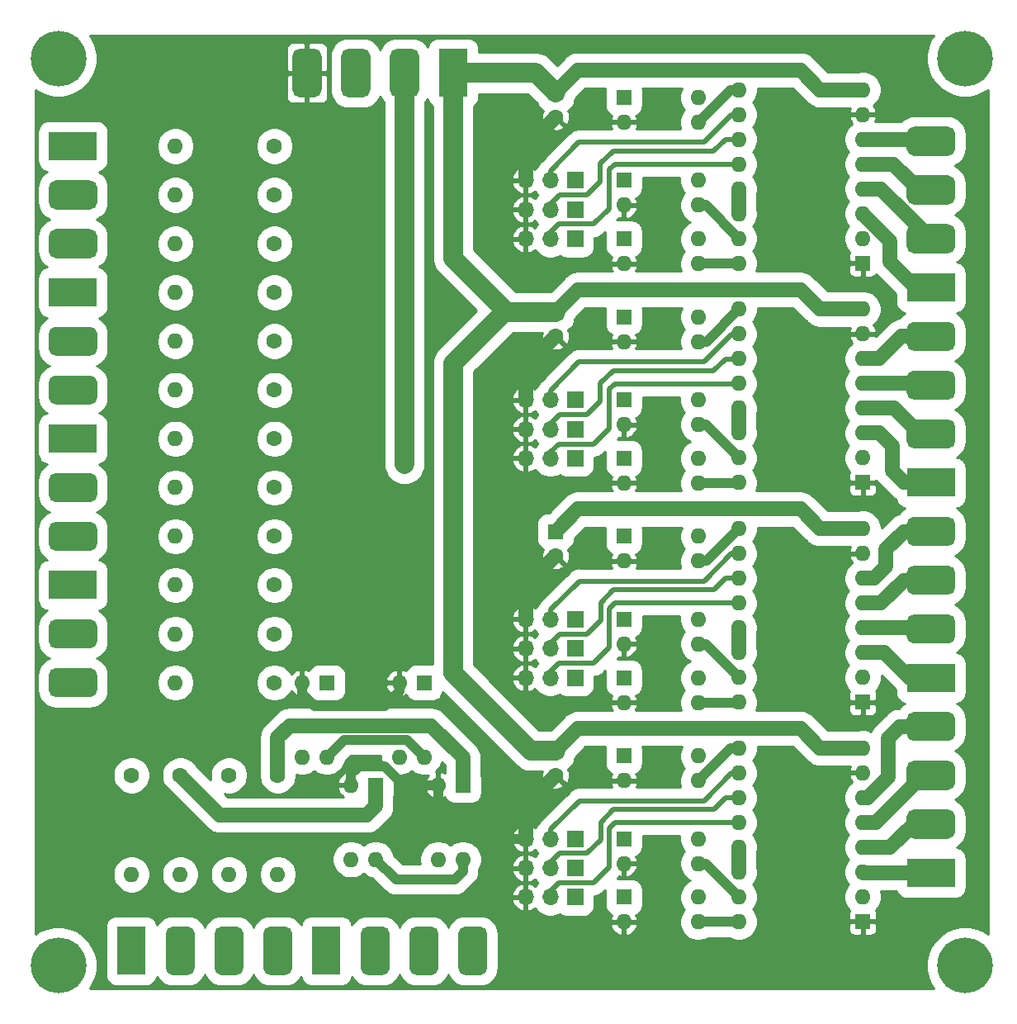
<source format=gbr>
%TF.GenerationSoftware,KiCad,Pcbnew,(5.1.9)-1*%
%TF.CreationDate,2021-08-01T10:14:43-03:00*%
%TF.ProjectId,BTIBR-PCB,42544942-522d-4504-9342-2e6b69636164,rev?*%
%TF.SameCoordinates,Original*%
%TF.FileFunction,Copper,L1,Top*%
%TF.FilePolarity,Positive*%
%FSLAX46Y46*%
G04 Gerber Fmt 4.6, Leading zero omitted, Abs format (unit mm)*
G04 Created by KiCad (PCBNEW (5.1.9)-1) date 2021-08-01 10:14:43*
%MOMM*%
%LPD*%
G01*
G04 APERTURE LIST*
%TA.AperFunction,ComponentPad*%
%ADD10C,1.600000*%
%TD*%
%TA.AperFunction,ComponentPad*%
%ADD11R,1.600000X1.600000*%
%TD*%
%TA.AperFunction,ComponentPad*%
%ADD12O,1.700000X1.700000*%
%TD*%
%TA.AperFunction,ComponentPad*%
%ADD13R,1.700000X1.700000*%
%TD*%
%TA.AperFunction,ComponentPad*%
%ADD14R,5.000000X3.000000*%
%TD*%
%TA.AperFunction,ComponentPad*%
%ADD15O,1.600000X1.600000*%
%TD*%
%TA.AperFunction,ComponentPad*%
%ADD16R,3.000000X5.000000*%
%TD*%
%TA.AperFunction,ViaPad*%
%ADD17C,5.700000*%
%TD*%
%TA.AperFunction,ViaPad*%
%ADD18C,1.700000*%
%TD*%
%TA.AperFunction,Conductor*%
%ADD19C,1.500000*%
%TD*%
%TA.AperFunction,Conductor*%
%ADD20C,2.000000*%
%TD*%
%TA.AperFunction,Conductor*%
%ADD21C,1.000000*%
%TD*%
%TA.AperFunction,Conductor*%
%ADD22C,0.500000*%
%TD*%
%TA.AperFunction,Conductor*%
%ADD23C,0.254000*%
%TD*%
%TA.AperFunction,Conductor*%
%ADD24C,0.150000*%
%TD*%
G04 APERTURE END LIST*
D10*
%TO.P,C1,2*%
%TO.N,GND*%
X154500000Y-59500000D03*
D11*
%TO.P,C1,1*%
%TO.N,+12V*%
X154500000Y-57000000D03*
%TD*%
D10*
%TO.P,C2,2*%
%TO.N,GND*%
X154500000Y-127000000D03*
D11*
%TO.P,C2,1*%
%TO.N,+12V*%
X154500000Y-124500000D03*
%TD*%
%TO.P,C3,1*%
%TO.N,+12V*%
X154500000Y-79500000D03*
D10*
%TO.P,C3,2*%
%TO.N,GND*%
X154500000Y-82000000D03*
%TD*%
D11*
%TO.P,C4,1*%
%TO.N,+8V*%
X154500000Y-102000000D03*
D10*
%TO.P,C4,2*%
%TO.N,GND*%
X154500000Y-104500000D03*
%TD*%
D12*
%TO.P,J3,3*%
%TO.N,GND*%
X151420000Y-66000000D03*
%TO.P,J3,2*%
%TO.N,M1_M0*%
X153960000Y-66000000D03*
D13*
%TO.P,J3,1*%
%TO.N,+5V*%
X156500000Y-66000000D03*
%TD*%
D12*
%TO.P,J4,3*%
%TO.N,GND*%
X151420000Y-88500000D03*
%TO.P,J4,2*%
%TO.N,M2_M0*%
X153960000Y-88500000D03*
D13*
%TO.P,J4,1*%
%TO.N,+5V*%
X156500000Y-88500000D03*
%TD*%
D14*
%TO.P,J6,1*%
%TO.N,Net-(J6-Pad1)*%
X193000000Y-77000000D03*
%TO.P,J6,2*%
%TO.N,Net-(J6-Pad2)*%
%TA.AperFunction,ComponentPad*%
G36*
G01*
X194750000Y-73500000D02*
X191250000Y-73500000D01*
G75*
G02*
X190500000Y-72750000I0J750000D01*
G01*
X190500000Y-71250000D01*
G75*
G02*
X191250000Y-70500000I750000J0D01*
G01*
X194750000Y-70500000D01*
G75*
G02*
X195500000Y-71250000I0J-750000D01*
G01*
X195500000Y-72750000D01*
G75*
G02*
X194750000Y-73500000I-750000J0D01*
G01*
G37*
%TD.AperFunction*%
%TO.P,J6,3*%
%TO.N,Net-(J6-Pad3)*%
%TA.AperFunction,ComponentPad*%
G36*
G01*
X194750000Y-68500000D02*
X191250000Y-68500000D01*
G75*
G02*
X190500000Y-67750000I0J750000D01*
G01*
X190500000Y-66250000D01*
G75*
G02*
X191250000Y-65500000I750000J0D01*
G01*
X194750000Y-65500000D01*
G75*
G02*
X195500000Y-66250000I0J-750000D01*
G01*
X195500000Y-67750000D01*
G75*
G02*
X194750000Y-68500000I-750000J0D01*
G01*
G37*
%TD.AperFunction*%
%TO.P,J6,4*%
%TO.N,Net-(J6-Pad4)*%
%TA.AperFunction,ComponentPad*%
G36*
G01*
X194750000Y-63500000D02*
X191250000Y-63500000D01*
G75*
G02*
X190500000Y-62750000I0J750000D01*
G01*
X190500000Y-61250000D01*
G75*
G02*
X191250000Y-60500000I750000J0D01*
G01*
X194750000Y-60500000D01*
G75*
G02*
X195500000Y-61250000I0J-750000D01*
G01*
X195500000Y-62750000D01*
G75*
G02*
X194750000Y-63500000I-750000J0D01*
G01*
G37*
%TD.AperFunction*%
%TD*%
%TO.P,J7,4*%
%TO.N,Net-(J7-Pad4)*%
%TA.AperFunction,ComponentPad*%
G36*
G01*
X194750000Y-83500000D02*
X191250000Y-83500000D01*
G75*
G02*
X190500000Y-82750000I0J750000D01*
G01*
X190500000Y-81250000D01*
G75*
G02*
X191250000Y-80500000I750000J0D01*
G01*
X194750000Y-80500000D01*
G75*
G02*
X195500000Y-81250000I0J-750000D01*
G01*
X195500000Y-82750000D01*
G75*
G02*
X194750000Y-83500000I-750000J0D01*
G01*
G37*
%TD.AperFunction*%
%TO.P,J7,3*%
%TO.N,Net-(J7-Pad3)*%
%TA.AperFunction,ComponentPad*%
G36*
G01*
X194750000Y-88500000D02*
X191250000Y-88500000D01*
G75*
G02*
X190500000Y-87750000I0J750000D01*
G01*
X190500000Y-86250000D01*
G75*
G02*
X191250000Y-85500000I750000J0D01*
G01*
X194750000Y-85500000D01*
G75*
G02*
X195500000Y-86250000I0J-750000D01*
G01*
X195500000Y-87750000D01*
G75*
G02*
X194750000Y-88500000I-750000J0D01*
G01*
G37*
%TD.AperFunction*%
%TO.P,J7,2*%
%TO.N,Net-(J7-Pad2)*%
%TA.AperFunction,ComponentPad*%
G36*
G01*
X194750000Y-93500000D02*
X191250000Y-93500000D01*
G75*
G02*
X190500000Y-92750000I0J750000D01*
G01*
X190500000Y-91250000D01*
G75*
G02*
X191250000Y-90500000I750000J0D01*
G01*
X194750000Y-90500000D01*
G75*
G02*
X195500000Y-91250000I0J-750000D01*
G01*
X195500000Y-92750000D01*
G75*
G02*
X194750000Y-93500000I-750000J0D01*
G01*
G37*
%TD.AperFunction*%
%TO.P,J7,1*%
%TO.N,Net-(J7-Pad1)*%
X193000000Y-97000000D03*
%TD*%
D13*
%TO.P,J8,1*%
%TO.N,+5V*%
X156500000Y-69000000D03*
D12*
%TO.P,J8,2*%
%TO.N,M1_M1*%
X153960000Y-69000000D03*
%TO.P,J8,3*%
%TO.N,GND*%
X151420000Y-69000000D03*
%TD*%
D13*
%TO.P,J9,1*%
%TO.N,+5V*%
X156500000Y-91500000D03*
D12*
%TO.P,J9,2*%
%TO.N,M2_M1*%
X153960000Y-91500000D03*
%TO.P,J9,3*%
%TO.N,GND*%
X151420000Y-91500000D03*
%TD*%
%TO.P,J10,3*%
%TO.N,GND*%
X151420000Y-72000000D03*
%TO.P,J10,2*%
%TO.N,M1_M2*%
X153960000Y-72000000D03*
D13*
%TO.P,J10,1*%
%TO.N,+5V*%
X156500000Y-72000000D03*
%TD*%
D12*
%TO.P,J11,3*%
%TO.N,GND*%
X151420000Y-94500000D03*
%TO.P,J11,2*%
%TO.N,M2_M2*%
X153960000Y-94500000D03*
D13*
%TO.P,J11,1*%
%TO.N,+5V*%
X156500000Y-94500000D03*
%TD*%
%TO.P,J12,3*%
%TO.N,Net-(J12-Pad3)*%
%TA.AperFunction,ComponentPad*%
G36*
G01*
X103250000Y-71000000D02*
X106750000Y-71000000D01*
G75*
G02*
X107500000Y-71750000I0J-750000D01*
G01*
X107500000Y-73250000D01*
G75*
G02*
X106750000Y-74000000I-750000J0D01*
G01*
X103250000Y-74000000D01*
G75*
G02*
X102500000Y-73250000I0J750000D01*
G01*
X102500000Y-71750000D01*
G75*
G02*
X103250000Y-71000000I750000J0D01*
G01*
G37*
%TD.AperFunction*%
%TO.P,J12,2*%
%TO.N,Net-(J12-Pad2)*%
%TA.AperFunction,ComponentPad*%
G36*
G01*
X103250000Y-66000000D02*
X106750000Y-66000000D01*
G75*
G02*
X107500000Y-66750000I0J-750000D01*
G01*
X107500000Y-68250000D01*
G75*
G02*
X106750000Y-69000000I-750000J0D01*
G01*
X103250000Y-69000000D01*
G75*
G02*
X102500000Y-68250000I0J750000D01*
G01*
X102500000Y-66750000D01*
G75*
G02*
X103250000Y-66000000I750000J0D01*
G01*
G37*
%TD.AperFunction*%
D14*
%TO.P,J12,1*%
%TO.N,Net-(J12-Pad1)*%
X105000000Y-62500000D03*
%TD*%
%TO.P,J13,3*%
%TO.N,Net-(J13-Pad3)*%
%TA.AperFunction,ComponentPad*%
G36*
G01*
X103250000Y-86000000D02*
X106750000Y-86000000D01*
G75*
G02*
X107500000Y-86750000I0J-750000D01*
G01*
X107500000Y-88250000D01*
G75*
G02*
X106750000Y-89000000I-750000J0D01*
G01*
X103250000Y-89000000D01*
G75*
G02*
X102500000Y-88250000I0J750000D01*
G01*
X102500000Y-86750000D01*
G75*
G02*
X103250000Y-86000000I750000J0D01*
G01*
G37*
%TD.AperFunction*%
%TO.P,J13,2*%
%TO.N,Net-(J13-Pad2)*%
%TA.AperFunction,ComponentPad*%
G36*
G01*
X103250000Y-81000000D02*
X106750000Y-81000000D01*
G75*
G02*
X107500000Y-81750000I0J-750000D01*
G01*
X107500000Y-83250000D01*
G75*
G02*
X106750000Y-84000000I-750000J0D01*
G01*
X103250000Y-84000000D01*
G75*
G02*
X102500000Y-83250000I0J750000D01*
G01*
X102500000Y-81750000D01*
G75*
G02*
X103250000Y-81000000I750000J0D01*
G01*
G37*
%TD.AperFunction*%
%TO.P,J13,1*%
%TO.N,Net-(J13-Pad1)*%
X105000000Y-77500000D03*
%TD*%
D13*
%TO.P,J14,1*%
%TO.N,+5V*%
X156500000Y-111000000D03*
D12*
%TO.P,J14,2*%
%TO.N,M3_M0*%
X153960000Y-111000000D03*
%TO.P,J14,3*%
%TO.N,GND*%
X151420000Y-111000000D03*
%TD*%
D13*
%TO.P,J15,1*%
%TO.N,+5V*%
X156500000Y-133500000D03*
D12*
%TO.P,J15,2*%
%TO.N,M8_M0*%
X153960000Y-133500000D03*
%TO.P,J15,3*%
%TO.N,GND*%
X151420000Y-133500000D03*
%TD*%
D14*
%TO.P,J16,1*%
%TO.N,Net-(J16-Pad1)*%
X193000000Y-117000000D03*
%TO.P,J16,2*%
%TO.N,Net-(J16-Pad2)*%
%TA.AperFunction,ComponentPad*%
G36*
G01*
X194750000Y-113500000D02*
X191250000Y-113500000D01*
G75*
G02*
X190500000Y-112750000I0J750000D01*
G01*
X190500000Y-111250000D01*
G75*
G02*
X191250000Y-110500000I750000J0D01*
G01*
X194750000Y-110500000D01*
G75*
G02*
X195500000Y-111250000I0J-750000D01*
G01*
X195500000Y-112750000D01*
G75*
G02*
X194750000Y-113500000I-750000J0D01*
G01*
G37*
%TD.AperFunction*%
%TO.P,J16,3*%
%TO.N,Net-(J16-Pad3)*%
%TA.AperFunction,ComponentPad*%
G36*
G01*
X194750000Y-108500000D02*
X191250000Y-108500000D01*
G75*
G02*
X190500000Y-107750000I0J750000D01*
G01*
X190500000Y-106250000D01*
G75*
G02*
X191250000Y-105500000I750000J0D01*
G01*
X194750000Y-105500000D01*
G75*
G02*
X195500000Y-106250000I0J-750000D01*
G01*
X195500000Y-107750000D01*
G75*
G02*
X194750000Y-108500000I-750000J0D01*
G01*
G37*
%TD.AperFunction*%
%TO.P,J16,4*%
%TO.N,Net-(J16-Pad4)*%
%TA.AperFunction,ComponentPad*%
G36*
G01*
X194750000Y-103500000D02*
X191250000Y-103500000D01*
G75*
G02*
X190500000Y-102750000I0J750000D01*
G01*
X190500000Y-101250000D01*
G75*
G02*
X191250000Y-100500000I750000J0D01*
G01*
X194750000Y-100500000D01*
G75*
G02*
X195500000Y-101250000I0J-750000D01*
G01*
X195500000Y-102750000D01*
G75*
G02*
X194750000Y-103500000I-750000J0D01*
G01*
G37*
%TD.AperFunction*%
%TD*%
%TO.P,J17,4*%
%TO.N,Net-(J17-Pad4)*%
%TA.AperFunction,ComponentPad*%
G36*
G01*
X194750000Y-123500000D02*
X191250000Y-123500000D01*
G75*
G02*
X190500000Y-122750000I0J750000D01*
G01*
X190500000Y-121250000D01*
G75*
G02*
X191250000Y-120500000I750000J0D01*
G01*
X194750000Y-120500000D01*
G75*
G02*
X195500000Y-121250000I0J-750000D01*
G01*
X195500000Y-122750000D01*
G75*
G02*
X194750000Y-123500000I-750000J0D01*
G01*
G37*
%TD.AperFunction*%
%TO.P,J17,3*%
%TO.N,Net-(J17-Pad3)*%
%TA.AperFunction,ComponentPad*%
G36*
G01*
X194750000Y-128500000D02*
X191250000Y-128500000D01*
G75*
G02*
X190500000Y-127750000I0J750000D01*
G01*
X190500000Y-126250000D01*
G75*
G02*
X191250000Y-125500000I750000J0D01*
G01*
X194750000Y-125500000D01*
G75*
G02*
X195500000Y-126250000I0J-750000D01*
G01*
X195500000Y-127750000D01*
G75*
G02*
X194750000Y-128500000I-750000J0D01*
G01*
G37*
%TD.AperFunction*%
%TO.P,J17,2*%
%TO.N,Net-(J17-Pad2)*%
%TA.AperFunction,ComponentPad*%
G36*
G01*
X194750000Y-133500000D02*
X191250000Y-133500000D01*
G75*
G02*
X190500000Y-132750000I0J750000D01*
G01*
X190500000Y-131250000D01*
G75*
G02*
X191250000Y-130500000I750000J0D01*
G01*
X194750000Y-130500000D01*
G75*
G02*
X195500000Y-131250000I0J-750000D01*
G01*
X195500000Y-132750000D01*
G75*
G02*
X194750000Y-133500000I-750000J0D01*
G01*
G37*
%TD.AperFunction*%
%TO.P,J17,1*%
%TO.N,Net-(J17-Pad1)*%
X193000000Y-137000000D03*
%TD*%
D12*
%TO.P,J18,3*%
%TO.N,GND*%
X151420000Y-114000000D03*
%TO.P,J18,2*%
%TO.N,M3_M1*%
X153960000Y-114000000D03*
D13*
%TO.P,J18,1*%
%TO.N,+5V*%
X156500000Y-114000000D03*
%TD*%
D12*
%TO.P,J19,3*%
%TO.N,GND*%
X151420000Y-136500000D03*
%TO.P,J19,2*%
%TO.N,M8_M1*%
X153960000Y-136500000D03*
D13*
%TO.P,J19,1*%
%TO.N,+5V*%
X156500000Y-136500000D03*
%TD*%
%TO.P,J20,1*%
%TO.N,+5V*%
X156500000Y-117000000D03*
D12*
%TO.P,J20,2*%
%TO.N,M3_M2*%
X153960000Y-117000000D03*
%TO.P,J20,3*%
%TO.N,GND*%
X151420000Y-117000000D03*
%TD*%
D13*
%TO.P,J21,1*%
%TO.N,+5V*%
X156500000Y-139500000D03*
D12*
%TO.P,J21,2*%
%TO.N,M8_M2*%
X153960000Y-139500000D03*
%TO.P,J21,3*%
%TO.N,GND*%
X151420000Y-139500000D03*
%TD*%
D14*
%TO.P,J22,1*%
%TO.N,Net-(J22-Pad1)*%
X105000000Y-92500000D03*
%TO.P,J22,2*%
%TO.N,Net-(J22-Pad2)*%
%TA.AperFunction,ComponentPad*%
G36*
G01*
X103250000Y-96000000D02*
X106750000Y-96000000D01*
G75*
G02*
X107500000Y-96750000I0J-750000D01*
G01*
X107500000Y-98250000D01*
G75*
G02*
X106750000Y-99000000I-750000J0D01*
G01*
X103250000Y-99000000D01*
G75*
G02*
X102500000Y-98250000I0J750000D01*
G01*
X102500000Y-96750000D01*
G75*
G02*
X103250000Y-96000000I750000J0D01*
G01*
G37*
%TD.AperFunction*%
%TO.P,J22,3*%
%TO.N,Net-(J22-Pad3)*%
%TA.AperFunction,ComponentPad*%
G36*
G01*
X103250000Y-101000000D02*
X106750000Y-101000000D01*
G75*
G02*
X107500000Y-101750000I0J-750000D01*
G01*
X107500000Y-103250000D01*
G75*
G02*
X106750000Y-104000000I-750000J0D01*
G01*
X103250000Y-104000000D01*
G75*
G02*
X102500000Y-103250000I0J750000D01*
G01*
X102500000Y-101750000D01*
G75*
G02*
X103250000Y-101000000I750000J0D01*
G01*
G37*
%TD.AperFunction*%
%TD*%
%TO.P,J23,3*%
%TO.N,Net-(J23-Pad3)*%
%TA.AperFunction,ComponentPad*%
G36*
G01*
X103250000Y-116000000D02*
X106750000Y-116000000D01*
G75*
G02*
X107500000Y-116750000I0J-750000D01*
G01*
X107500000Y-118250000D01*
G75*
G02*
X106750000Y-119000000I-750000J0D01*
G01*
X103250000Y-119000000D01*
G75*
G02*
X102500000Y-118250000I0J750000D01*
G01*
X102500000Y-116750000D01*
G75*
G02*
X103250000Y-116000000I750000J0D01*
G01*
G37*
%TD.AperFunction*%
%TO.P,J23,2*%
%TO.N,Net-(J23-Pad2)*%
%TA.AperFunction,ComponentPad*%
G36*
G01*
X103250000Y-111000000D02*
X106750000Y-111000000D01*
G75*
G02*
X107500000Y-111750000I0J-750000D01*
G01*
X107500000Y-113250000D01*
G75*
G02*
X106750000Y-114000000I-750000J0D01*
G01*
X103250000Y-114000000D01*
G75*
G02*
X102500000Y-113250000I0J750000D01*
G01*
X102500000Y-111750000D01*
G75*
G02*
X103250000Y-111000000I750000J0D01*
G01*
G37*
%TD.AperFunction*%
%TO.P,J23,1*%
%TO.N,Net-(J23-Pad1)*%
X105000000Y-107500000D03*
%TD*%
D11*
%TO.P,U1,1*%
%TO.N,Net-(R1-Pad1)*%
X131040000Y-117500000D03*
D15*
%TO.P,U1,3*%
%TO.N,Net-(J5-Pad1)*%
X128500000Y-125120000D03*
%TO.P,U1,2*%
%TO.N,GND*%
X128500000Y-117500000D03*
%TO.P,U1,4*%
%TO.N,+5V*%
X131040000Y-125120000D03*
%TD*%
%TO.P,U2,4*%
%TO.N,+5V*%
X136040000Y-135620000D03*
%TO.P,U2,2*%
%TO.N,GND*%
X133500000Y-128000000D03*
%TO.P,U2,3*%
%TO.N,Net-(J5-Pad2)*%
X133500000Y-135620000D03*
D11*
%TO.P,U2,1*%
%TO.N,Net-(R2-Pad1)*%
X136040000Y-128000000D03*
%TD*%
D15*
%TO.P,U3,16*%
%TO.N,M1_DIR*%
X173300000Y-74500000D03*
%TO.P,U3,8*%
%TO.N,+12V*%
X186000000Y-56720000D03*
%TO.P,U3,15*%
%TO.N,M1_STEP*%
X173300000Y-71960000D03*
%TO.P,U3,7*%
%TO.N,GND*%
X186000000Y-59260000D03*
%TO.P,U3,14*%
%TO.N,+5V*%
X173300000Y-69420000D03*
%TO.P,U3,6*%
%TO.N,Net-(J6-Pad4)*%
X186000000Y-61800000D03*
%TO.P,U3,13*%
%TO.N,+5V*%
X173300000Y-66880000D03*
%TO.P,U3,5*%
%TO.N,Net-(J6-Pad3)*%
X186000000Y-64340000D03*
%TO.P,U3,12*%
%TO.N,M1_M2*%
X173300000Y-64340000D03*
%TO.P,U3,4*%
%TO.N,Net-(J6-Pad2)*%
X186000000Y-66880000D03*
%TO.P,U3,11*%
%TO.N,M1_M1*%
X173300000Y-61800000D03*
%TO.P,U3,3*%
%TO.N,Net-(J6-Pad1)*%
X186000000Y-69420000D03*
%TO.P,U3,10*%
%TO.N,M1_M0*%
X173300000Y-59260000D03*
%TO.P,U3,2*%
%TO.N,Net-(U3-Pad2)*%
X186000000Y-71960000D03*
%TO.P,U3,9*%
%TO.N,M1_EN*%
X173300000Y-56720000D03*
D11*
%TO.P,U3,1*%
%TO.N,GND*%
X186000000Y-74500000D03*
%TD*%
%TO.P,U4,1*%
%TO.N,GND*%
X186000000Y-97000000D03*
D15*
%TO.P,U4,9*%
%TO.N,M2_EN*%
X173300000Y-79220000D03*
%TO.P,U4,2*%
%TO.N,Net-(U4-Pad2)*%
X186000000Y-94460000D03*
%TO.P,U4,10*%
%TO.N,M2_M0*%
X173300000Y-81760000D03*
%TO.P,U4,3*%
%TO.N,Net-(J7-Pad1)*%
X186000000Y-91920000D03*
%TO.P,U4,11*%
%TO.N,M2_M1*%
X173300000Y-84300000D03*
%TO.P,U4,4*%
%TO.N,Net-(J7-Pad2)*%
X186000000Y-89380000D03*
%TO.P,U4,12*%
%TO.N,M2_M2*%
X173300000Y-86840000D03*
%TO.P,U4,5*%
%TO.N,Net-(J7-Pad3)*%
X186000000Y-86840000D03*
%TO.P,U4,13*%
%TO.N,+5V*%
X173300000Y-89380000D03*
%TO.P,U4,6*%
%TO.N,Net-(J7-Pad4)*%
X186000000Y-84300000D03*
%TO.P,U4,14*%
%TO.N,+5V*%
X173300000Y-91920000D03*
%TO.P,U4,7*%
%TO.N,GND*%
X186000000Y-81760000D03*
%TO.P,U4,15*%
%TO.N,M2_STEP*%
X173300000Y-94460000D03*
%TO.P,U4,8*%
%TO.N,+12V*%
X186000000Y-79220000D03*
%TO.P,U4,16*%
%TO.N,M2_DIR*%
X173300000Y-97000000D03*
%TD*%
%TO.P,U5,4*%
%TO.N,+5V*%
X141000000Y-125120000D03*
%TO.P,U5,2*%
%TO.N,GND*%
X138460000Y-117500000D03*
%TO.P,U5,3*%
%TO.N,Net-(J5-Pad3)*%
X138460000Y-125120000D03*
D11*
%TO.P,U5,1*%
%TO.N,Net-(R3-Pad1)*%
X141000000Y-117500000D03*
%TD*%
%TO.P,U6,1*%
%TO.N,Net-(R4-Pad1)*%
X145000000Y-128000000D03*
D15*
%TO.P,U6,3*%
%TO.N,Net-(J5-Pad4)*%
X142460000Y-135620000D03*
%TO.P,U6,2*%
%TO.N,GND*%
X142460000Y-128000000D03*
%TO.P,U6,4*%
%TO.N,+5V*%
X145000000Y-135620000D03*
%TD*%
D11*
%TO.P,U7,1*%
%TO.N,Net-(R5-Pad1)*%
X161500000Y-57500000D03*
D15*
%TO.P,U7,3*%
%TO.N,M1_EN*%
X169120000Y-60040000D03*
%TO.P,U7,2*%
%TO.N,GND*%
X161500000Y-60040000D03*
%TO.P,U7,4*%
%TO.N,+5V*%
X169120000Y-57500000D03*
%TD*%
D11*
%TO.P,U8,1*%
%TO.N,Net-(R6-Pad1)*%
X161500000Y-80000000D03*
D15*
%TO.P,U8,3*%
%TO.N,M2_EN*%
X169120000Y-82540000D03*
%TO.P,U8,2*%
%TO.N,GND*%
X161500000Y-82540000D03*
%TO.P,U8,4*%
%TO.N,+5V*%
X169120000Y-80000000D03*
%TD*%
%TO.P,U9,4*%
%TO.N,+5V*%
X169120000Y-66000000D03*
%TO.P,U9,2*%
%TO.N,GND*%
X161500000Y-68540000D03*
%TO.P,U9,3*%
%TO.N,M1_STEP*%
X169120000Y-68540000D03*
D11*
%TO.P,U9,1*%
%TO.N,Net-(R7-Pad1)*%
X161500000Y-66000000D03*
%TD*%
D15*
%TO.P,U10,4*%
%TO.N,+5V*%
X169120000Y-88500000D03*
%TO.P,U10,2*%
%TO.N,GND*%
X161500000Y-91040000D03*
%TO.P,U10,3*%
%TO.N,M2_STEP*%
X169120000Y-91040000D03*
D11*
%TO.P,U10,1*%
%TO.N,Net-(R8-Pad1)*%
X161500000Y-88500000D03*
%TD*%
D15*
%TO.P,U11,16*%
%TO.N,M3_DIR*%
X173300000Y-119500000D03*
%TO.P,U11,8*%
%TO.N,+8V*%
X186000000Y-101720000D03*
%TO.P,U11,15*%
%TO.N,M3_STEP*%
X173300000Y-116960000D03*
%TO.P,U11,7*%
%TO.N,GND*%
X186000000Y-104260000D03*
%TO.P,U11,14*%
%TO.N,+5V*%
X173300000Y-114420000D03*
%TO.P,U11,6*%
%TO.N,Net-(J16-Pad4)*%
X186000000Y-106800000D03*
%TO.P,U11,13*%
%TO.N,+5V*%
X173300000Y-111880000D03*
%TO.P,U11,5*%
%TO.N,Net-(J16-Pad3)*%
X186000000Y-109340000D03*
%TO.P,U11,12*%
%TO.N,M3_M2*%
X173300000Y-109340000D03*
%TO.P,U11,4*%
%TO.N,Net-(J16-Pad2)*%
X186000000Y-111880000D03*
%TO.P,U11,11*%
%TO.N,M3_M1*%
X173300000Y-106800000D03*
%TO.P,U11,3*%
%TO.N,Net-(J16-Pad1)*%
X186000000Y-114420000D03*
%TO.P,U11,10*%
%TO.N,M3_M0*%
X173300000Y-104260000D03*
%TO.P,U11,2*%
%TO.N,Net-(U11-Pad2)*%
X186000000Y-116960000D03*
%TO.P,U11,9*%
%TO.N,M3_EN*%
X173300000Y-101720000D03*
D11*
%TO.P,U11,1*%
%TO.N,GND*%
X186000000Y-119500000D03*
%TD*%
%TO.P,U12,1*%
%TO.N,GND*%
X186000000Y-142000000D03*
D15*
%TO.P,U12,9*%
%TO.N,M8_EN*%
X173300000Y-124220000D03*
%TO.P,U12,2*%
%TO.N,Net-(U12-Pad2)*%
X186000000Y-139460000D03*
%TO.P,U12,10*%
%TO.N,M8_M0*%
X173300000Y-126760000D03*
%TO.P,U12,3*%
%TO.N,Net-(J17-Pad1)*%
X186000000Y-136920000D03*
%TO.P,U12,11*%
%TO.N,M8_M1*%
X173300000Y-129300000D03*
%TO.P,U12,4*%
%TO.N,Net-(J17-Pad2)*%
X186000000Y-134380000D03*
%TO.P,U12,12*%
%TO.N,M8_M2*%
X173300000Y-131840000D03*
%TO.P,U12,5*%
%TO.N,Net-(J17-Pad3)*%
X186000000Y-131840000D03*
%TO.P,U12,13*%
%TO.N,+5V*%
X173300000Y-134380000D03*
%TO.P,U12,6*%
%TO.N,Net-(J17-Pad4)*%
X186000000Y-129300000D03*
%TO.P,U12,14*%
%TO.N,+5V*%
X173300000Y-136920000D03*
%TO.P,U12,7*%
%TO.N,GND*%
X186000000Y-126760000D03*
%TO.P,U12,15*%
%TO.N,M8_STEP*%
X173300000Y-139460000D03*
%TO.P,U12,8*%
%TO.N,+12V*%
X186000000Y-124220000D03*
%TO.P,U12,16*%
%TO.N,M8_DIR*%
X173300000Y-142000000D03*
%TD*%
D11*
%TO.P,U13,1*%
%TO.N,Net-(R9-Pad1)*%
X161500000Y-72000000D03*
D15*
%TO.P,U13,3*%
%TO.N,M1_DIR*%
X169120000Y-74540000D03*
%TO.P,U13,2*%
%TO.N,GND*%
X161500000Y-74540000D03*
%TO.P,U13,4*%
%TO.N,+5V*%
X169120000Y-72000000D03*
%TD*%
%TO.P,U14,4*%
%TO.N,+5V*%
X169120000Y-94500000D03*
%TO.P,U14,2*%
%TO.N,GND*%
X161500000Y-97040000D03*
%TO.P,U14,3*%
%TO.N,M2_DIR*%
X169120000Y-97040000D03*
D11*
%TO.P,U14,1*%
%TO.N,Net-(R10-Pad1)*%
X161500000Y-94500000D03*
%TD*%
D15*
%TO.P,U15,4*%
%TO.N,+5V*%
X169120000Y-102500000D03*
%TO.P,U15,2*%
%TO.N,GND*%
X161500000Y-105040000D03*
%TO.P,U15,3*%
%TO.N,M3_EN*%
X169120000Y-105040000D03*
D11*
%TO.P,U15,1*%
%TO.N,Net-(R11-Pad1)*%
X161500000Y-102500000D03*
%TD*%
D15*
%TO.P,U16,4*%
%TO.N,+5V*%
X169120000Y-125000000D03*
%TO.P,U16,2*%
%TO.N,GND*%
X161500000Y-127540000D03*
%TO.P,U16,3*%
%TO.N,M8_EN*%
X169120000Y-127540000D03*
D11*
%TO.P,U16,1*%
%TO.N,Net-(R12-Pad1)*%
X161500000Y-125000000D03*
%TD*%
%TO.P,U17,1*%
%TO.N,Net-(R13-Pad1)*%
X161500000Y-111000000D03*
D15*
%TO.P,U17,3*%
%TO.N,M3_STEP*%
X169120000Y-113540000D03*
%TO.P,U17,2*%
%TO.N,GND*%
X161500000Y-113540000D03*
%TO.P,U17,4*%
%TO.N,+5V*%
X169120000Y-111000000D03*
%TD*%
D11*
%TO.P,U18,1*%
%TO.N,Net-(R14-Pad1)*%
X161500000Y-133500000D03*
D15*
%TO.P,U18,3*%
%TO.N,M8_STEP*%
X169120000Y-136040000D03*
%TO.P,U18,2*%
%TO.N,GND*%
X161500000Y-136040000D03*
%TO.P,U18,4*%
%TO.N,+5V*%
X169120000Y-133500000D03*
%TD*%
D11*
%TO.P,U19,1*%
%TO.N,Net-(R15-Pad1)*%
X161500000Y-117000000D03*
D15*
%TO.P,U19,3*%
%TO.N,M3_DIR*%
X169120000Y-119540000D03*
%TO.P,U19,2*%
%TO.N,GND*%
X161500000Y-119540000D03*
%TO.P,U19,4*%
%TO.N,+5V*%
X169120000Y-117000000D03*
%TD*%
%TO.P,U20,4*%
%TO.N,+5V*%
X169120000Y-139500000D03*
%TO.P,U20,2*%
%TO.N,GND*%
X161500000Y-142040000D03*
%TO.P,U20,3*%
%TO.N,M8_DIR*%
X169120000Y-142040000D03*
D11*
%TO.P,U20,1*%
%TO.N,Net-(R16-Pad1)*%
X161500000Y-139500000D03*
%TD*%
D10*
%TO.P,R1,1*%
%TO.N,Net-(R1-Pad1)*%
X111000000Y-127000000D03*
D15*
%TO.P,R1,2*%
%TO.N,Net-(J2-Pad1)*%
X111000000Y-137160000D03*
%TD*%
D10*
%TO.P,R2,1*%
%TO.N,Net-(R2-Pad1)*%
X116000000Y-127000000D03*
D15*
%TO.P,R2,2*%
%TO.N,Net-(J2-Pad2)*%
X116000000Y-137160000D03*
%TD*%
%TO.P,R3,2*%
%TO.N,Net-(J2-Pad3)*%
X121000000Y-137160000D03*
D10*
%TO.P,R3,1*%
%TO.N,Net-(R3-Pad1)*%
X121000000Y-127000000D03*
%TD*%
%TO.P,R4,1*%
%TO.N,Net-(R4-Pad1)*%
X126000000Y-127000000D03*
D15*
%TO.P,R4,2*%
%TO.N,Net-(J2-Pad4)*%
X126000000Y-137160000D03*
%TD*%
D10*
%TO.P,R5,1*%
%TO.N,Net-(R5-Pad1)*%
X125660000Y-62500000D03*
D15*
%TO.P,R5,2*%
%TO.N,Net-(J12-Pad1)*%
X115500000Y-62500000D03*
%TD*%
%TO.P,R6,2*%
%TO.N,Net-(J13-Pad1)*%
X115500000Y-77500000D03*
D10*
%TO.P,R6,1*%
%TO.N,Net-(R6-Pad1)*%
X125660000Y-77500000D03*
%TD*%
D15*
%TO.P,R7,2*%
%TO.N,Net-(J12-Pad2)*%
X115500000Y-67500000D03*
D10*
%TO.P,R7,1*%
%TO.N,Net-(R7-Pad1)*%
X125660000Y-67500000D03*
%TD*%
%TO.P,R8,1*%
%TO.N,Net-(R8-Pad1)*%
X125660000Y-82500000D03*
D15*
%TO.P,R8,2*%
%TO.N,Net-(J13-Pad2)*%
X115500000Y-82500000D03*
%TD*%
%TO.P,R9,2*%
%TO.N,Net-(J12-Pad3)*%
X115500000Y-72500000D03*
D10*
%TO.P,R9,1*%
%TO.N,Net-(R9-Pad1)*%
X125660000Y-72500000D03*
%TD*%
%TO.P,R10,1*%
%TO.N,Net-(R10-Pad1)*%
X125660000Y-87500000D03*
D15*
%TO.P,R10,2*%
%TO.N,Net-(J13-Pad3)*%
X115500000Y-87500000D03*
%TD*%
D10*
%TO.P,R11,1*%
%TO.N,Net-(R11-Pad1)*%
X125660000Y-92500000D03*
D15*
%TO.P,R11,2*%
%TO.N,Net-(J22-Pad1)*%
X115500000Y-92500000D03*
%TD*%
%TO.P,R12,2*%
%TO.N,Net-(J23-Pad1)*%
X115500000Y-107500000D03*
D10*
%TO.P,R12,1*%
%TO.N,Net-(R12-Pad1)*%
X125660000Y-107500000D03*
%TD*%
D15*
%TO.P,R13,2*%
%TO.N,Net-(J22-Pad2)*%
X115500000Y-97500000D03*
D10*
%TO.P,R13,1*%
%TO.N,Net-(R13-Pad1)*%
X125660000Y-97500000D03*
%TD*%
%TO.P,R14,1*%
%TO.N,Net-(R14-Pad1)*%
X125660000Y-112500000D03*
D15*
%TO.P,R14,2*%
%TO.N,Net-(J23-Pad2)*%
X115500000Y-112500000D03*
%TD*%
%TO.P,R15,2*%
%TO.N,Net-(J22-Pad3)*%
X115500000Y-102500000D03*
D10*
%TO.P,R15,1*%
%TO.N,Net-(R15-Pad1)*%
X125660000Y-102500000D03*
%TD*%
D15*
%TO.P,R16,2*%
%TO.N,Net-(J23-Pad3)*%
X115500000Y-117500000D03*
D10*
%TO.P,R16,1*%
%TO.N,Net-(R16-Pad1)*%
X125660000Y-117500000D03*
%TD*%
D16*
%TO.P,J1,1*%
%TO.N,+12V*%
X144000000Y-55000000D03*
%TO.P,J1,2*%
%TO.N,+8V*%
%TA.AperFunction,ComponentPad*%
G36*
G01*
X140500000Y-53250000D02*
X140500000Y-56750000D01*
G75*
G02*
X139750000Y-57500000I-750000J0D01*
G01*
X138250000Y-57500000D01*
G75*
G02*
X137500000Y-56750000I0J750000D01*
G01*
X137500000Y-53250000D01*
G75*
G02*
X138250000Y-52500000I750000J0D01*
G01*
X139750000Y-52500000D01*
G75*
G02*
X140500000Y-53250000I0J-750000D01*
G01*
G37*
%TD.AperFunction*%
%TO.P,J1,3*%
%TO.N,+5V*%
%TA.AperFunction,ComponentPad*%
G36*
G01*
X135500000Y-53250000D02*
X135500000Y-56750000D01*
G75*
G02*
X134750000Y-57500000I-750000J0D01*
G01*
X133250000Y-57500000D01*
G75*
G02*
X132500000Y-56750000I0J750000D01*
G01*
X132500000Y-53250000D01*
G75*
G02*
X133250000Y-52500000I750000J0D01*
G01*
X134750000Y-52500000D01*
G75*
G02*
X135500000Y-53250000I0J-750000D01*
G01*
G37*
%TD.AperFunction*%
%TO.P,J1,4*%
%TO.N,GND*%
%TA.AperFunction,ComponentPad*%
G36*
G01*
X130500000Y-53250000D02*
X130500000Y-56750000D01*
G75*
G02*
X129750000Y-57500000I-750000J0D01*
G01*
X128250000Y-57500000D01*
G75*
G02*
X127500000Y-56750000I0J750000D01*
G01*
X127500000Y-53250000D01*
G75*
G02*
X128250000Y-52500000I750000J0D01*
G01*
X129750000Y-52500000D01*
G75*
G02*
X130500000Y-53250000I0J-750000D01*
G01*
G37*
%TD.AperFunction*%
%TD*%
%TO.P,J2,1*%
%TO.N,Net-(J2-Pad1)*%
X111000000Y-145000000D03*
%TO.P,J2,2*%
%TO.N,Net-(J2-Pad2)*%
%TA.AperFunction,ComponentPad*%
G36*
G01*
X114500000Y-146750000D02*
X114500000Y-143250000D01*
G75*
G02*
X115250000Y-142500000I750000J0D01*
G01*
X116750000Y-142500000D01*
G75*
G02*
X117500000Y-143250000I0J-750000D01*
G01*
X117500000Y-146750000D01*
G75*
G02*
X116750000Y-147500000I-750000J0D01*
G01*
X115250000Y-147500000D01*
G75*
G02*
X114500000Y-146750000I0J750000D01*
G01*
G37*
%TD.AperFunction*%
%TO.P,J2,3*%
%TO.N,Net-(J2-Pad3)*%
%TA.AperFunction,ComponentPad*%
G36*
G01*
X119500000Y-146750000D02*
X119500000Y-143250000D01*
G75*
G02*
X120250000Y-142500000I750000J0D01*
G01*
X121750000Y-142500000D01*
G75*
G02*
X122500000Y-143250000I0J-750000D01*
G01*
X122500000Y-146750000D01*
G75*
G02*
X121750000Y-147500000I-750000J0D01*
G01*
X120250000Y-147500000D01*
G75*
G02*
X119500000Y-146750000I0J750000D01*
G01*
G37*
%TD.AperFunction*%
%TO.P,J2,4*%
%TO.N,Net-(J2-Pad4)*%
%TA.AperFunction,ComponentPad*%
G36*
G01*
X124500000Y-146750000D02*
X124500000Y-143250000D01*
G75*
G02*
X125250000Y-142500000I750000J0D01*
G01*
X126750000Y-142500000D01*
G75*
G02*
X127500000Y-143250000I0J-750000D01*
G01*
X127500000Y-146750000D01*
G75*
G02*
X126750000Y-147500000I-750000J0D01*
G01*
X125250000Y-147500000D01*
G75*
G02*
X124500000Y-146750000I0J750000D01*
G01*
G37*
%TD.AperFunction*%
%TD*%
%TO.P,J5,4*%
%TO.N,Net-(J5-Pad4)*%
%TA.AperFunction,ComponentPad*%
G36*
G01*
X144500000Y-146750000D02*
X144500000Y-143250000D01*
G75*
G02*
X145250000Y-142500000I750000J0D01*
G01*
X146750000Y-142500000D01*
G75*
G02*
X147500000Y-143250000I0J-750000D01*
G01*
X147500000Y-146750000D01*
G75*
G02*
X146750000Y-147500000I-750000J0D01*
G01*
X145250000Y-147500000D01*
G75*
G02*
X144500000Y-146750000I0J750000D01*
G01*
G37*
%TD.AperFunction*%
%TO.P,J5,3*%
%TO.N,Net-(J5-Pad3)*%
%TA.AperFunction,ComponentPad*%
G36*
G01*
X139500000Y-146750000D02*
X139500000Y-143250000D01*
G75*
G02*
X140250000Y-142500000I750000J0D01*
G01*
X141750000Y-142500000D01*
G75*
G02*
X142500000Y-143250000I0J-750000D01*
G01*
X142500000Y-146750000D01*
G75*
G02*
X141750000Y-147500000I-750000J0D01*
G01*
X140250000Y-147500000D01*
G75*
G02*
X139500000Y-146750000I0J750000D01*
G01*
G37*
%TD.AperFunction*%
%TO.P,J5,2*%
%TO.N,Net-(J5-Pad2)*%
%TA.AperFunction,ComponentPad*%
G36*
G01*
X134500000Y-146750000D02*
X134500000Y-143250000D01*
G75*
G02*
X135250000Y-142500000I750000J0D01*
G01*
X136750000Y-142500000D01*
G75*
G02*
X137500000Y-143250000I0J-750000D01*
G01*
X137500000Y-146750000D01*
G75*
G02*
X136750000Y-147500000I-750000J0D01*
G01*
X135250000Y-147500000D01*
G75*
G02*
X134500000Y-146750000I0J750000D01*
G01*
G37*
%TD.AperFunction*%
%TO.P,J5,1*%
%TO.N,Net-(J5-Pad1)*%
X131000000Y-145000000D03*
%TD*%
D17*
%TO.N,*%
X103500000Y-53500000D03*
X103500000Y-146500000D03*
X196500000Y-146500000D03*
X196500000Y-53500000D03*
D18*
%TO.N,+8V*%
X139000000Y-95075000D03*
%TD*%
D19*
%TO.N,+12V*%
X156800000Y-54700000D02*
X154500000Y-57000000D01*
X181620000Y-56720000D02*
X179600000Y-54700000D01*
X179600000Y-54700000D02*
X156800000Y-54700000D01*
X186000000Y-56720000D02*
X181620000Y-56720000D01*
X156800000Y-77200000D02*
X154500000Y-79500000D01*
X181620000Y-79220000D02*
X179600000Y-77200000D01*
X179600000Y-77200000D02*
X156800000Y-77200000D01*
X186000000Y-79220000D02*
X181620000Y-79220000D01*
X186000000Y-124220000D02*
X181620000Y-124220000D01*
X181620000Y-124220000D02*
X179600000Y-122200000D01*
X156800000Y-122200000D02*
X154500000Y-124500000D01*
X179600000Y-122200000D02*
X156800000Y-122200000D01*
D20*
X152500000Y-55000000D02*
X154500000Y-57000000D01*
X144000000Y-55000000D02*
X152500000Y-55000000D01*
X151950000Y-124500000D02*
X154500000Y-124500000D01*
X144000000Y-116550000D02*
X151950000Y-124500000D01*
X149525000Y-79500000D02*
X144000000Y-73975000D01*
X154500000Y-79500000D02*
X149525000Y-79500000D01*
X144000000Y-55000000D02*
X144000000Y-73975000D01*
X149275000Y-79500000D02*
X144000000Y-84775000D01*
X149525000Y-79500000D02*
X149275000Y-79500000D01*
X144000000Y-84775000D02*
X144000000Y-116550000D01*
D21*
%TO.N,GND*%
X138900002Y-128000000D02*
X136975002Y-126075000D01*
X142460000Y-128000000D02*
X138900002Y-128000000D01*
X133500000Y-126868630D02*
X133500000Y-128000000D01*
X134293630Y-126075000D02*
X133500000Y-126868630D01*
X136975002Y-126075000D02*
X134293630Y-126075000D01*
X128500000Y-118631370D02*
X129743630Y-119875000D01*
X128500000Y-117500000D02*
X128500000Y-118631370D01*
X129743630Y-119875000D02*
X136950000Y-119875000D01*
X138460000Y-118365000D02*
X138460000Y-117500000D01*
X136950000Y-119875000D02*
X138460000Y-118365000D01*
X142460000Y-128000000D02*
X142460000Y-129685000D01*
X146275000Y-133500000D02*
X151420000Y-133500000D01*
X142460000Y-129685000D02*
X146275000Y-133500000D01*
D19*
X151420000Y-130080000D02*
X151420000Y-133500000D01*
X154500000Y-127000000D02*
X151420000Y-130080000D01*
X151420000Y-107580000D02*
X151420000Y-111000000D01*
X154500000Y-104500000D02*
X151420000Y-107580000D01*
X151420000Y-85080000D02*
X151420000Y-88500000D01*
X154500000Y-82000000D02*
X151420000Y-85080000D01*
X151420000Y-62580000D02*
X151420000Y-66000000D01*
X154500000Y-59500000D02*
X151420000Y-62580000D01*
%TO.N,+8V*%
X156800000Y-99700000D02*
X154500000Y-102000000D01*
X181620000Y-101720000D02*
X179600000Y-99700000D01*
X179600000Y-99700000D02*
X156800000Y-99700000D01*
X186000000Y-101720000D02*
X181620000Y-101720000D01*
D20*
X139000000Y-95075000D02*
X139000000Y-55000000D01*
D19*
%TO.N,+5V*%
X173300000Y-69420000D02*
X173300000Y-66880000D01*
X173300000Y-89380000D02*
X173300000Y-91920000D01*
X173300000Y-111880000D02*
X173300000Y-114420000D01*
X173300000Y-134380000D02*
X173300000Y-136920000D01*
D21*
X141000000Y-125120000D02*
X139230010Y-123350010D01*
X132809990Y-123350010D02*
X131040000Y-125120000D01*
X139230010Y-123350010D02*
X132809990Y-123350010D01*
X145000000Y-135620000D02*
X145000000Y-136850000D01*
X145000000Y-136850000D02*
X144150000Y-137700000D01*
X138120000Y-137700000D02*
X136040000Y-135620000D01*
X144150000Y-137700000D02*
X138120000Y-137700000D01*
%TO.N,M1_STEP*%
X169880000Y-68540000D02*
X173300000Y-71960000D01*
X169120000Y-68540000D02*
X169880000Y-68540000D01*
%TO.N,M2_STEP*%
X169880000Y-91040000D02*
X173300000Y-94460000D01*
X169120000Y-91040000D02*
X169880000Y-91040000D01*
%TO.N,M3_STEP*%
X169880000Y-113540000D02*
X173300000Y-116960000D01*
X169120000Y-113540000D02*
X169880000Y-113540000D01*
D22*
%TO.N,M1_M0*%
X173300000Y-59260000D02*
X172540000Y-59260000D01*
X172540000Y-59260000D02*
X169700000Y-62100000D01*
X169700000Y-62100000D02*
X156900000Y-62100000D01*
X153960000Y-65040000D02*
X153960000Y-66000000D01*
X156900000Y-62100000D02*
X153960000Y-65040000D01*
%TO.N,M2_M0*%
X169700000Y-84625000D02*
X156900000Y-84625000D01*
X153960000Y-87565000D02*
X153960000Y-88525000D01*
X173300000Y-81785000D02*
X172540000Y-81785000D01*
X172540000Y-81785000D02*
X169700000Y-84625000D01*
X156900000Y-84625000D02*
X153960000Y-87565000D01*
%TO.N,M1_M1*%
X153960000Y-69000000D02*
X153960000Y-68440000D01*
X153960000Y-68440000D02*
X154900000Y-67500000D01*
X154900000Y-67500000D02*
X157700000Y-67500000D01*
X157700000Y-67500000D02*
X159100000Y-66100000D01*
X159100000Y-66100000D02*
X159100000Y-64300000D01*
X159100000Y-64300000D02*
X160400000Y-63000000D01*
X160400000Y-63000000D02*
X170700000Y-63000000D01*
X171900000Y-61800000D02*
X173300000Y-61800000D01*
X170700000Y-63000000D02*
X171900000Y-61800000D01*
%TO.N,M2_M1*%
X153960000Y-91525000D02*
X153960000Y-90965000D01*
X159100000Y-88625000D02*
X159100000Y-86825000D01*
X157700000Y-90025000D02*
X159100000Y-88625000D01*
X154900000Y-90025000D02*
X157700000Y-90025000D01*
X170700000Y-85525000D02*
X171900000Y-84325000D01*
X159100000Y-86825000D02*
X160400000Y-85525000D01*
X160400000Y-85525000D02*
X170700000Y-85525000D01*
X171900000Y-84325000D02*
X173300000Y-84325000D01*
X153960000Y-90965000D02*
X154900000Y-90025000D01*
%TO.N,M1_M2*%
X153960000Y-71340000D02*
X153960000Y-72000000D01*
X154800000Y-70500000D02*
X153960000Y-71340000D01*
X158400000Y-70500000D02*
X154800000Y-70500000D01*
X160000000Y-68900000D02*
X158400000Y-70500000D01*
X160000000Y-64900000D02*
X160000000Y-68900000D01*
X160560000Y-64340000D02*
X160000000Y-64900000D01*
X173300000Y-64340000D02*
X160560000Y-64340000D01*
%TO.N,M2_M2*%
X158400000Y-93025000D02*
X154800000Y-93025000D01*
X160000000Y-87425000D02*
X160000000Y-91425000D01*
X173300000Y-86865000D02*
X160560000Y-86865000D01*
X160560000Y-86865000D02*
X160000000Y-87425000D01*
X160000000Y-91425000D02*
X158400000Y-93025000D01*
X153960000Y-93865000D02*
X153960000Y-94525000D01*
X154800000Y-93025000D02*
X153960000Y-93865000D01*
%TO.N,M3_M0*%
X169725000Y-107100000D02*
X156925000Y-107100000D01*
X153985000Y-110040000D02*
X153985000Y-111000000D01*
X173325000Y-104260000D02*
X172565000Y-104260000D01*
X172565000Y-104260000D02*
X169725000Y-107100000D01*
X156925000Y-107100000D02*
X153985000Y-110040000D01*
%TO.N,M8_M0*%
X169725000Y-129600000D02*
X156925000Y-129600000D01*
X153985000Y-132540000D02*
X153985000Y-133500000D01*
X173325000Y-126760000D02*
X172565000Y-126760000D01*
X172565000Y-126760000D02*
X169725000Y-129600000D01*
X156925000Y-129600000D02*
X153985000Y-132540000D01*
%TO.N,M3_M1*%
X153985000Y-114000000D02*
X153985000Y-113440000D01*
X159125000Y-111100000D02*
X159125000Y-109300000D01*
X157725000Y-112500000D02*
X159125000Y-111100000D01*
X154925000Y-112500000D02*
X157725000Y-112500000D01*
X170725000Y-108000000D02*
X171925000Y-106800000D01*
X159125000Y-109300000D02*
X160425000Y-108000000D01*
X160425000Y-108000000D02*
X170725000Y-108000000D01*
X171925000Y-106800000D02*
X173325000Y-106800000D01*
X153985000Y-113440000D02*
X154925000Y-112500000D01*
%TO.N,M8_M1*%
X153985000Y-136500000D02*
X153985000Y-135940000D01*
X159125000Y-133600000D02*
X159125000Y-131800000D01*
X157725000Y-135000000D02*
X159125000Y-133600000D01*
X154925000Y-135000000D02*
X157725000Y-135000000D01*
X170725000Y-130500000D02*
X171925000Y-129300000D01*
X159125000Y-131800000D02*
X160425000Y-130500000D01*
X160425000Y-130500000D02*
X170725000Y-130500000D01*
X171925000Y-129300000D02*
X173325000Y-129300000D01*
X153985000Y-135940000D02*
X154925000Y-135000000D01*
%TO.N,M3_M2*%
X158425000Y-115500000D02*
X154825000Y-115500000D01*
X160025000Y-109900000D02*
X160025000Y-113900000D01*
X173325000Y-109340000D02*
X160585000Y-109340000D01*
X160585000Y-109340000D02*
X160025000Y-109900000D01*
X160025000Y-113900000D02*
X158425000Y-115500000D01*
X153985000Y-116340000D02*
X153985000Y-117000000D01*
X154825000Y-115500000D02*
X153985000Y-116340000D01*
%TO.N,M8_M2*%
X158425000Y-138000000D02*
X154825000Y-138000000D01*
X160025000Y-132400000D02*
X160025000Y-136400000D01*
X173325000Y-131840000D02*
X160585000Y-131840000D01*
X160585000Y-131840000D02*
X160025000Y-132400000D01*
X160025000Y-136400000D02*
X158425000Y-138000000D01*
X153985000Y-138840000D02*
X153985000Y-139500000D01*
X154825000Y-138000000D02*
X153985000Y-138840000D01*
D19*
%TO.N,Net-(R2-Pad1)*%
X116000000Y-127000000D02*
X120075000Y-131075000D01*
X120075000Y-131075000D02*
X135125000Y-131075000D01*
X136040000Y-130160000D02*
X136040000Y-128000000D01*
X135125000Y-131075000D02*
X136040000Y-130160000D01*
%TO.N,Net-(R4-Pad1)*%
X145000000Y-128000000D02*
X145000000Y-125175000D01*
X145000000Y-125175000D02*
X141725000Y-121900000D01*
X141725000Y-121900000D02*
X127200000Y-121900000D01*
X126000000Y-123100000D02*
X126000000Y-127000000D01*
X127200000Y-121900000D02*
X126000000Y-123100000D01*
D21*
%TO.N,M1_DIR*%
X173260000Y-74540000D02*
X173300000Y-74500000D01*
X169120000Y-74540000D02*
X173260000Y-74540000D01*
%TO.N,M1_EN*%
X172440000Y-56720000D02*
X169120000Y-60040000D01*
X173300000Y-56720000D02*
X172440000Y-56720000D01*
%TO.N,M2_EN*%
X169980000Y-82540000D02*
X173300000Y-79220000D01*
X169120000Y-82540000D02*
X169980000Y-82540000D01*
%TO.N,M2_DIR*%
X173260000Y-97040000D02*
X173300000Y-97000000D01*
X169120000Y-97040000D02*
X173260000Y-97040000D01*
%TO.N,M3_DIR*%
X173260000Y-119540000D02*
X173300000Y-119500000D01*
X169120000Y-119540000D02*
X173260000Y-119540000D01*
%TO.N,M3_EN*%
X169980000Y-105040000D02*
X173300000Y-101720000D01*
X169120000Y-105040000D02*
X169980000Y-105040000D01*
%TO.N,M8_EN*%
X172440000Y-124220000D02*
X169120000Y-127540000D01*
X173300000Y-124220000D02*
X172440000Y-124220000D01*
%TO.N,M8_STEP*%
X169880000Y-136040000D02*
X173300000Y-139460000D01*
X169120000Y-136040000D02*
X169880000Y-136040000D01*
%TO.N,M8_DIR*%
X173260000Y-142040000D02*
X173300000Y-142000000D01*
X169120000Y-142040000D02*
X173260000Y-142040000D01*
D19*
%TO.N,Net-(J16-Pad3)*%
X186000000Y-109340000D02*
X187860000Y-109340000D01*
X190200000Y-107000000D02*
X193000000Y-107000000D01*
X187860000Y-109340000D02*
X190200000Y-107000000D01*
%TO.N,Net-(J16-Pad2)*%
X192880000Y-111880000D02*
X193000000Y-112000000D01*
X186000000Y-111880000D02*
X192880000Y-111880000D01*
%TO.N,Net-(J16-Pad1)*%
X186000000Y-114420000D02*
X188220000Y-114420000D01*
X190800000Y-117000000D02*
X193000000Y-117000000D01*
X188220000Y-114420000D02*
X190800000Y-117000000D01*
%TO.N,Net-(J6-Pad1)*%
X186000000Y-69420000D02*
X188780000Y-72200000D01*
X188780000Y-72200000D02*
X188780000Y-74380000D01*
X191400000Y-77000000D02*
X193000000Y-77000000D01*
X188780000Y-74380000D02*
X191400000Y-77000000D01*
%TO.N,Net-(J6-Pad2)*%
X187880000Y-66880000D02*
X193000000Y-72000000D01*
X186000000Y-66880000D02*
X187880000Y-66880000D01*
%TO.N,Net-(J6-Pad3)*%
X186000000Y-64340000D02*
X189140000Y-64340000D01*
X191800000Y-67000000D02*
X193000000Y-67000000D01*
X189140000Y-64340000D02*
X191800000Y-67000000D01*
%TO.N,Net-(J6-Pad4)*%
X192800000Y-61800000D02*
X193000000Y-62000000D01*
X186000000Y-61800000D02*
X192800000Y-61800000D01*
%TO.N,Net-(J7-Pad4)*%
X193000000Y-82000000D02*
X190000000Y-82000000D01*
X187700000Y-84300000D02*
X186000000Y-84300000D01*
X190000000Y-82000000D02*
X187700000Y-84300000D01*
%TO.N,Net-(J7-Pad3)*%
X192840000Y-86840000D02*
X193000000Y-87000000D01*
X186000000Y-86840000D02*
X192840000Y-86840000D01*
%TO.N,Net-(J7-Pad2)*%
X186000000Y-89380000D02*
X189180000Y-89380000D01*
X191800000Y-92000000D02*
X193000000Y-92000000D01*
X189180000Y-89380000D02*
X191800000Y-92000000D01*
%TO.N,Net-(J7-Pad1)*%
X186000000Y-91920000D02*
X187720000Y-91920000D01*
X187720000Y-91920000D02*
X189000000Y-93200000D01*
X189000000Y-93200000D02*
X189000000Y-95800000D01*
X190200000Y-97000000D02*
X193000000Y-97000000D01*
X189000000Y-95800000D02*
X190200000Y-97000000D01*
%TO.N,Net-(J16-Pad4)*%
X193000000Y-102000000D02*
X190200000Y-102000000D01*
X190200000Y-102000000D02*
X188400000Y-103800000D01*
X188400000Y-103800000D02*
X188400000Y-105600000D01*
X187200000Y-106800000D02*
X186000000Y-106800000D01*
X188400000Y-105600000D02*
X187200000Y-106800000D01*
%TO.N,Net-(J17-Pad4)*%
X193000000Y-122000000D02*
X189800000Y-122000000D01*
X189800000Y-122000000D02*
X188600000Y-123200000D01*
X188600000Y-123200000D02*
X188600000Y-127200000D01*
X186500000Y-129300000D02*
X186000000Y-129300000D01*
X188600000Y-127200000D02*
X186500000Y-129300000D01*
%TO.N,Net-(J17-Pad3)*%
X186000000Y-131840000D02*
X187360000Y-131840000D01*
X192200000Y-127000000D02*
X193000000Y-127000000D01*
X187360000Y-131840000D02*
X192200000Y-127000000D01*
%TO.N,Net-(J17-Pad2)*%
X186000000Y-134380000D02*
X188820000Y-134380000D01*
X191200000Y-132000000D02*
X193000000Y-132000000D01*
X188820000Y-134380000D02*
X191200000Y-132000000D01*
%TO.N,Net-(J17-Pad1)*%
X186080000Y-137000000D02*
X186000000Y-136920000D01*
X193000000Y-137000000D02*
X186080000Y-137000000D01*
%TD*%
D23*
%TO.N,GND*%
X192975628Y-51616184D02*
X192675834Y-52339952D01*
X192523000Y-53108300D01*
X192523000Y-53891700D01*
X192675834Y-54660048D01*
X192975628Y-55383816D01*
X193410862Y-56035190D01*
X193964810Y-56589138D01*
X194616184Y-57024372D01*
X195339952Y-57324166D01*
X196108300Y-57477000D01*
X196891700Y-57477000D01*
X197660048Y-57324166D01*
X198383816Y-57024372D01*
X198823001Y-56730918D01*
X198823000Y-143269081D01*
X198383816Y-142975628D01*
X197660048Y-142675834D01*
X196891700Y-142523000D01*
X196108300Y-142523000D01*
X195339952Y-142675834D01*
X194616184Y-142975628D01*
X193964810Y-143410862D01*
X193410862Y-143964810D01*
X192975628Y-144616184D01*
X192675834Y-145339952D01*
X192523000Y-146108300D01*
X192523000Y-146891700D01*
X192675834Y-147660048D01*
X192975628Y-148383816D01*
X193269081Y-148823000D01*
X106730919Y-148823000D01*
X107024372Y-148383816D01*
X107324166Y-147660048D01*
X107477000Y-146891700D01*
X107477000Y-146108300D01*
X107324166Y-145339952D01*
X107024372Y-144616184D01*
X106589138Y-143964810D01*
X106035190Y-143410862D01*
X105383816Y-142975628D01*
X104660048Y-142675834D01*
X103891700Y-142523000D01*
X103108300Y-142523000D01*
X102339952Y-142675834D01*
X101616184Y-142975628D01*
X101177000Y-143269081D01*
X101177000Y-142500000D01*
X108367547Y-142500000D01*
X108367547Y-147500000D01*
X108389307Y-147720931D01*
X108453750Y-147933371D01*
X108558400Y-148129157D01*
X108699235Y-148300765D01*
X108870843Y-148441600D01*
X109066629Y-148546250D01*
X109279069Y-148610693D01*
X109500000Y-148632453D01*
X112500000Y-148632453D01*
X112720931Y-148610693D01*
X112933371Y-148546250D01*
X113129157Y-148441600D01*
X113300765Y-148300765D01*
X113441600Y-148129157D01*
X113546250Y-147933371D01*
X113610693Y-147720931D01*
X113615994Y-147667112D01*
X113684798Y-147795835D01*
X113918905Y-148081095D01*
X114204165Y-148315202D01*
X114529616Y-148489160D01*
X114882752Y-148596282D01*
X115250000Y-148632453D01*
X116750000Y-148632453D01*
X117117248Y-148596282D01*
X117470384Y-148489160D01*
X117795835Y-148315202D01*
X118081095Y-148081095D01*
X118315202Y-147795835D01*
X118489160Y-147470384D01*
X118500000Y-147434649D01*
X118510840Y-147470384D01*
X118684798Y-147795835D01*
X118918905Y-148081095D01*
X119204165Y-148315202D01*
X119529616Y-148489160D01*
X119882752Y-148596282D01*
X120250000Y-148632453D01*
X121750000Y-148632453D01*
X122117248Y-148596282D01*
X122470384Y-148489160D01*
X122795835Y-148315202D01*
X123081095Y-148081095D01*
X123315202Y-147795835D01*
X123489160Y-147470384D01*
X123500000Y-147434649D01*
X123510840Y-147470384D01*
X123684798Y-147795835D01*
X123918905Y-148081095D01*
X124204165Y-148315202D01*
X124529616Y-148489160D01*
X124882752Y-148596282D01*
X125250000Y-148632453D01*
X126750000Y-148632453D01*
X127117248Y-148596282D01*
X127470384Y-148489160D01*
X127795835Y-148315202D01*
X128081095Y-148081095D01*
X128315202Y-147795835D01*
X128384006Y-147667112D01*
X128389307Y-147720931D01*
X128453750Y-147933371D01*
X128558400Y-148129157D01*
X128699235Y-148300765D01*
X128870843Y-148441600D01*
X129066629Y-148546250D01*
X129279069Y-148610693D01*
X129500000Y-148632453D01*
X132500000Y-148632453D01*
X132720931Y-148610693D01*
X132933371Y-148546250D01*
X133129157Y-148441600D01*
X133300765Y-148300765D01*
X133441600Y-148129157D01*
X133546250Y-147933371D01*
X133610693Y-147720931D01*
X133615994Y-147667112D01*
X133684798Y-147795835D01*
X133918905Y-148081095D01*
X134204165Y-148315202D01*
X134529616Y-148489160D01*
X134882752Y-148596282D01*
X135250000Y-148632453D01*
X136750000Y-148632453D01*
X137117248Y-148596282D01*
X137470384Y-148489160D01*
X137795835Y-148315202D01*
X138081095Y-148081095D01*
X138315202Y-147795835D01*
X138489160Y-147470384D01*
X138500000Y-147434649D01*
X138510840Y-147470384D01*
X138684798Y-147795835D01*
X138918905Y-148081095D01*
X139204165Y-148315202D01*
X139529616Y-148489160D01*
X139882752Y-148596282D01*
X140250000Y-148632453D01*
X141750000Y-148632453D01*
X142117248Y-148596282D01*
X142470384Y-148489160D01*
X142795835Y-148315202D01*
X143081095Y-148081095D01*
X143315202Y-147795835D01*
X143489160Y-147470384D01*
X143500000Y-147434649D01*
X143510840Y-147470384D01*
X143684798Y-147795835D01*
X143918905Y-148081095D01*
X144204165Y-148315202D01*
X144529616Y-148489160D01*
X144882752Y-148596282D01*
X145250000Y-148632453D01*
X146750000Y-148632453D01*
X147117248Y-148596282D01*
X147470384Y-148489160D01*
X147795835Y-148315202D01*
X148081095Y-148081095D01*
X148315202Y-147795835D01*
X148489160Y-147470384D01*
X148596282Y-147117248D01*
X148632453Y-146750000D01*
X148632453Y-143250000D01*
X148596282Y-142882752D01*
X148489160Y-142529616D01*
X148414020Y-142389039D01*
X160108096Y-142389039D01*
X160148754Y-142523087D01*
X160268963Y-142777420D01*
X160436481Y-143003414D01*
X160644869Y-143192385D01*
X160886119Y-143337070D01*
X161150960Y-143431909D01*
X161373000Y-143310624D01*
X161373000Y-142167000D01*
X161627000Y-142167000D01*
X161627000Y-143310624D01*
X161849040Y-143431909D01*
X162113881Y-143337070D01*
X162355131Y-143192385D01*
X162563519Y-143003414D01*
X162731037Y-142777420D01*
X162851246Y-142523087D01*
X162891904Y-142389039D01*
X162769915Y-142167000D01*
X161627000Y-142167000D01*
X161373000Y-142167000D01*
X160230085Y-142167000D01*
X160108096Y-142389039D01*
X148414020Y-142389039D01*
X148315202Y-142204165D01*
X148081095Y-141918905D01*
X147795835Y-141684798D01*
X147470384Y-141510840D01*
X147117248Y-141403718D01*
X146750000Y-141367547D01*
X145250000Y-141367547D01*
X144882752Y-141403718D01*
X144529616Y-141510840D01*
X144204165Y-141684798D01*
X143918905Y-141918905D01*
X143684798Y-142204165D01*
X143510840Y-142529616D01*
X143500000Y-142565351D01*
X143489160Y-142529616D01*
X143315202Y-142204165D01*
X143081095Y-141918905D01*
X142795835Y-141684798D01*
X142470384Y-141510840D01*
X142117248Y-141403718D01*
X141750000Y-141367547D01*
X140250000Y-141367547D01*
X139882752Y-141403718D01*
X139529616Y-141510840D01*
X139204165Y-141684798D01*
X138918905Y-141918905D01*
X138684798Y-142204165D01*
X138510840Y-142529616D01*
X138500000Y-142565351D01*
X138489160Y-142529616D01*
X138315202Y-142204165D01*
X138081095Y-141918905D01*
X137795835Y-141684798D01*
X137470384Y-141510840D01*
X137117248Y-141403718D01*
X136750000Y-141367547D01*
X135250000Y-141367547D01*
X134882752Y-141403718D01*
X134529616Y-141510840D01*
X134204165Y-141684798D01*
X133918905Y-141918905D01*
X133684798Y-142204165D01*
X133615994Y-142332888D01*
X133610693Y-142279069D01*
X133546250Y-142066629D01*
X133441600Y-141870843D01*
X133300765Y-141699235D01*
X133129157Y-141558400D01*
X132933371Y-141453750D01*
X132720931Y-141389307D01*
X132500000Y-141367547D01*
X129500000Y-141367547D01*
X129279069Y-141389307D01*
X129066629Y-141453750D01*
X128870843Y-141558400D01*
X128699235Y-141699235D01*
X128558400Y-141870843D01*
X128453750Y-142066629D01*
X128389307Y-142279069D01*
X128384006Y-142332888D01*
X128315202Y-142204165D01*
X128081095Y-141918905D01*
X127795835Y-141684798D01*
X127470384Y-141510840D01*
X127117248Y-141403718D01*
X126750000Y-141367547D01*
X125250000Y-141367547D01*
X124882752Y-141403718D01*
X124529616Y-141510840D01*
X124204165Y-141684798D01*
X123918905Y-141918905D01*
X123684798Y-142204165D01*
X123510840Y-142529616D01*
X123500000Y-142565351D01*
X123489160Y-142529616D01*
X123315202Y-142204165D01*
X123081095Y-141918905D01*
X122795835Y-141684798D01*
X122470384Y-141510840D01*
X122117248Y-141403718D01*
X121750000Y-141367547D01*
X120250000Y-141367547D01*
X119882752Y-141403718D01*
X119529616Y-141510840D01*
X119204165Y-141684798D01*
X118918905Y-141918905D01*
X118684798Y-142204165D01*
X118510840Y-142529616D01*
X118500000Y-142565351D01*
X118489160Y-142529616D01*
X118315202Y-142204165D01*
X118081095Y-141918905D01*
X117795835Y-141684798D01*
X117470384Y-141510840D01*
X117117248Y-141403718D01*
X116750000Y-141367547D01*
X115250000Y-141367547D01*
X114882752Y-141403718D01*
X114529616Y-141510840D01*
X114204165Y-141684798D01*
X113918905Y-141918905D01*
X113684798Y-142204165D01*
X113615994Y-142332888D01*
X113610693Y-142279069D01*
X113546250Y-142066629D01*
X113441600Y-141870843D01*
X113300765Y-141699235D01*
X113129157Y-141558400D01*
X112933371Y-141453750D01*
X112720931Y-141389307D01*
X112500000Y-141367547D01*
X109500000Y-141367547D01*
X109279069Y-141389307D01*
X109066629Y-141453750D01*
X108870843Y-141558400D01*
X108699235Y-141699235D01*
X108558400Y-141870843D01*
X108453750Y-142066629D01*
X108389307Y-142279069D01*
X108367547Y-142500000D01*
X101177000Y-142500000D01*
X101177000Y-139856891D01*
X149978519Y-139856891D01*
X150075843Y-140131252D01*
X150224822Y-140381355D01*
X150419731Y-140597588D01*
X150653080Y-140771641D01*
X150915901Y-140896825D01*
X151063110Y-140941476D01*
X151293000Y-140820155D01*
X151293000Y-139627000D01*
X150099186Y-139627000D01*
X149978519Y-139856891D01*
X101177000Y-139856891D01*
X101177000Y-136970207D01*
X109073000Y-136970207D01*
X109073000Y-137349793D01*
X109147053Y-137722085D01*
X109292315Y-138072777D01*
X109503201Y-138388391D01*
X109771609Y-138656799D01*
X110087223Y-138867685D01*
X110437915Y-139012947D01*
X110810207Y-139087000D01*
X111189793Y-139087000D01*
X111562085Y-139012947D01*
X111912777Y-138867685D01*
X112228391Y-138656799D01*
X112496799Y-138388391D01*
X112707685Y-138072777D01*
X112852947Y-137722085D01*
X112927000Y-137349793D01*
X112927000Y-136970207D01*
X114073000Y-136970207D01*
X114073000Y-137349793D01*
X114147053Y-137722085D01*
X114292315Y-138072777D01*
X114503201Y-138388391D01*
X114771609Y-138656799D01*
X115087223Y-138867685D01*
X115437915Y-139012947D01*
X115810207Y-139087000D01*
X116189793Y-139087000D01*
X116562085Y-139012947D01*
X116912777Y-138867685D01*
X117228391Y-138656799D01*
X117496799Y-138388391D01*
X117707685Y-138072777D01*
X117852947Y-137722085D01*
X117927000Y-137349793D01*
X117927000Y-136970207D01*
X119073000Y-136970207D01*
X119073000Y-137349793D01*
X119147053Y-137722085D01*
X119292315Y-138072777D01*
X119503201Y-138388391D01*
X119771609Y-138656799D01*
X120087223Y-138867685D01*
X120437915Y-139012947D01*
X120810207Y-139087000D01*
X121189793Y-139087000D01*
X121562085Y-139012947D01*
X121912777Y-138867685D01*
X122228391Y-138656799D01*
X122496799Y-138388391D01*
X122707685Y-138072777D01*
X122852947Y-137722085D01*
X122927000Y-137349793D01*
X122927000Y-136970207D01*
X124073000Y-136970207D01*
X124073000Y-137349793D01*
X124147053Y-137722085D01*
X124292315Y-138072777D01*
X124503201Y-138388391D01*
X124771609Y-138656799D01*
X125087223Y-138867685D01*
X125437915Y-139012947D01*
X125810207Y-139087000D01*
X126189793Y-139087000D01*
X126562085Y-139012947D01*
X126912777Y-138867685D01*
X127228391Y-138656799D01*
X127496799Y-138388391D01*
X127707685Y-138072777D01*
X127852947Y-137722085D01*
X127927000Y-137349793D01*
X127927000Y-136970207D01*
X127852947Y-136597915D01*
X127707685Y-136247223D01*
X127496799Y-135931609D01*
X127228391Y-135663201D01*
X126912777Y-135452315D01*
X126859404Y-135430207D01*
X131573000Y-135430207D01*
X131573000Y-135809793D01*
X131647053Y-136182085D01*
X131792315Y-136532777D01*
X132003201Y-136848391D01*
X132271609Y-137116799D01*
X132587223Y-137327685D01*
X132937915Y-137472947D01*
X133310207Y-137547000D01*
X133689793Y-137547000D01*
X134062085Y-137472947D01*
X134412777Y-137327685D01*
X134728391Y-137116799D01*
X134770000Y-137075190D01*
X134811609Y-137116799D01*
X135127223Y-137327685D01*
X135477915Y-137472947D01*
X135620354Y-137501280D01*
X136913025Y-138793951D01*
X136963971Y-138856029D01*
X137026049Y-138906975D01*
X137026052Y-138906978D01*
X137211714Y-139059346D01*
X137306367Y-139109939D01*
X137494362Y-139210425D01*
X137801052Y-139303458D01*
X138040075Y-139327000D01*
X138040085Y-139327000D01*
X138119999Y-139334871D01*
X138199914Y-139327000D01*
X144070086Y-139327000D01*
X144150000Y-139334871D01*
X144229914Y-139327000D01*
X144229925Y-139327000D01*
X144468948Y-139303458D01*
X144775638Y-139210425D01*
X144901576Y-139143109D01*
X149978519Y-139143109D01*
X150099186Y-139373000D01*
X151293000Y-139373000D01*
X151293000Y-138179845D01*
X151063110Y-138058524D01*
X150915901Y-138103175D01*
X150653080Y-138228359D01*
X150419731Y-138402412D01*
X150224822Y-138618645D01*
X150075843Y-138868748D01*
X149978519Y-139143109D01*
X144901576Y-139143109D01*
X145058286Y-139059346D01*
X145306029Y-138856029D01*
X145356980Y-138793945D01*
X146093941Y-138056984D01*
X146156029Y-138006029D01*
X146359346Y-137758286D01*
X146510425Y-137475638D01*
X146603458Y-137168948D01*
X146627000Y-136929925D01*
X146634193Y-136856891D01*
X149978519Y-136856891D01*
X150075843Y-137131252D01*
X150224822Y-137381355D01*
X150419731Y-137597588D01*
X150653080Y-137771641D01*
X150915901Y-137896825D01*
X151063110Y-137941476D01*
X151293000Y-137820155D01*
X151293000Y-136627000D01*
X150099186Y-136627000D01*
X149978519Y-136856891D01*
X146634193Y-136856891D01*
X146634872Y-136850000D01*
X146627000Y-136770075D01*
X146627000Y-136653531D01*
X146707685Y-136532777D01*
X146852947Y-136182085D01*
X146860699Y-136143109D01*
X149978519Y-136143109D01*
X150099186Y-136373000D01*
X151293000Y-136373000D01*
X151293000Y-135179845D01*
X151063110Y-135058524D01*
X150915901Y-135103175D01*
X150653080Y-135228359D01*
X150419731Y-135402412D01*
X150224822Y-135618645D01*
X150075843Y-135868748D01*
X149978519Y-136143109D01*
X146860699Y-136143109D01*
X146927000Y-135809793D01*
X146927000Y-135430207D01*
X146852947Y-135057915D01*
X146707685Y-134707223D01*
X146496799Y-134391609D01*
X146228391Y-134123201D01*
X145912777Y-133912315D01*
X145778973Y-133856891D01*
X149978519Y-133856891D01*
X150075843Y-134131252D01*
X150224822Y-134381355D01*
X150419731Y-134597588D01*
X150653080Y-134771641D01*
X150915901Y-134896825D01*
X151063110Y-134941476D01*
X151293000Y-134820155D01*
X151293000Y-133627000D01*
X150099186Y-133627000D01*
X149978519Y-133856891D01*
X145778973Y-133856891D01*
X145562085Y-133767053D01*
X145189793Y-133693000D01*
X144810207Y-133693000D01*
X144437915Y-133767053D01*
X144087223Y-133912315D01*
X143771609Y-134123201D01*
X143730000Y-134164810D01*
X143688391Y-134123201D01*
X143372777Y-133912315D01*
X143022085Y-133767053D01*
X142649793Y-133693000D01*
X142270207Y-133693000D01*
X141897915Y-133767053D01*
X141547223Y-133912315D01*
X141231609Y-134123201D01*
X140963201Y-134391609D01*
X140752315Y-134707223D01*
X140607053Y-135057915D01*
X140533000Y-135430207D01*
X140533000Y-135809793D01*
X140585355Y-136073000D01*
X138793926Y-136073000D01*
X137921280Y-135200354D01*
X137892947Y-135057915D01*
X137747685Y-134707223D01*
X137536799Y-134391609D01*
X137268391Y-134123201D01*
X136952777Y-133912315D01*
X136602085Y-133767053D01*
X136229793Y-133693000D01*
X135850207Y-133693000D01*
X135477915Y-133767053D01*
X135127223Y-133912315D01*
X134811609Y-134123201D01*
X134770000Y-134164810D01*
X134728391Y-134123201D01*
X134412777Y-133912315D01*
X134062085Y-133767053D01*
X133689793Y-133693000D01*
X133310207Y-133693000D01*
X132937915Y-133767053D01*
X132587223Y-133912315D01*
X132271609Y-134123201D01*
X132003201Y-134391609D01*
X131792315Y-134707223D01*
X131647053Y-135057915D01*
X131573000Y-135430207D01*
X126859404Y-135430207D01*
X126562085Y-135307053D01*
X126189793Y-135233000D01*
X125810207Y-135233000D01*
X125437915Y-135307053D01*
X125087223Y-135452315D01*
X124771609Y-135663201D01*
X124503201Y-135931609D01*
X124292315Y-136247223D01*
X124147053Y-136597915D01*
X124073000Y-136970207D01*
X122927000Y-136970207D01*
X122852947Y-136597915D01*
X122707685Y-136247223D01*
X122496799Y-135931609D01*
X122228391Y-135663201D01*
X121912777Y-135452315D01*
X121562085Y-135307053D01*
X121189793Y-135233000D01*
X120810207Y-135233000D01*
X120437915Y-135307053D01*
X120087223Y-135452315D01*
X119771609Y-135663201D01*
X119503201Y-135931609D01*
X119292315Y-136247223D01*
X119147053Y-136597915D01*
X119073000Y-136970207D01*
X117927000Y-136970207D01*
X117852947Y-136597915D01*
X117707685Y-136247223D01*
X117496799Y-135931609D01*
X117228391Y-135663201D01*
X116912777Y-135452315D01*
X116562085Y-135307053D01*
X116189793Y-135233000D01*
X115810207Y-135233000D01*
X115437915Y-135307053D01*
X115087223Y-135452315D01*
X114771609Y-135663201D01*
X114503201Y-135931609D01*
X114292315Y-136247223D01*
X114147053Y-136597915D01*
X114073000Y-136970207D01*
X112927000Y-136970207D01*
X112852947Y-136597915D01*
X112707685Y-136247223D01*
X112496799Y-135931609D01*
X112228391Y-135663201D01*
X111912777Y-135452315D01*
X111562085Y-135307053D01*
X111189793Y-135233000D01*
X110810207Y-135233000D01*
X110437915Y-135307053D01*
X110087223Y-135452315D01*
X109771609Y-135663201D01*
X109503201Y-135931609D01*
X109292315Y-136247223D01*
X109147053Y-136597915D01*
X109073000Y-136970207D01*
X101177000Y-136970207D01*
X101177000Y-133143109D01*
X149978519Y-133143109D01*
X150099186Y-133373000D01*
X151293000Y-133373000D01*
X151293000Y-132179845D01*
X151063110Y-132058524D01*
X150915901Y-132103175D01*
X150653080Y-132228359D01*
X150419731Y-132402412D01*
X150224822Y-132618645D01*
X150075843Y-132868748D01*
X149978519Y-133143109D01*
X101177000Y-133143109D01*
X101177000Y-126810207D01*
X109073000Y-126810207D01*
X109073000Y-127189793D01*
X109147053Y-127562085D01*
X109292315Y-127912777D01*
X109503201Y-128228391D01*
X109771609Y-128496799D01*
X110087223Y-128707685D01*
X110437915Y-128852947D01*
X110810207Y-128927000D01*
X111189793Y-128927000D01*
X111562085Y-128852947D01*
X111912777Y-128707685D01*
X112228391Y-128496799D01*
X112496799Y-128228391D01*
X112707685Y-127912777D01*
X112852947Y-127562085D01*
X112927000Y-127189793D01*
X112927000Y-126810207D01*
X114073000Y-126810207D01*
X114073000Y-127189793D01*
X114147053Y-127562085D01*
X114292315Y-127912777D01*
X114503201Y-128228391D01*
X114771609Y-128496799D01*
X114984710Y-128639188D01*
X118682561Y-132337040D01*
X118741339Y-132408661D01*
X118812960Y-132467439D01*
X118812962Y-132467441D01*
X118889384Y-132530159D01*
X119027149Y-132643220D01*
X119353228Y-132817513D01*
X119522129Y-132868748D01*
X119707043Y-132924841D01*
X119742485Y-132928332D01*
X119982790Y-132952000D01*
X119982797Y-132952000D01*
X120074999Y-132961081D01*
X120167201Y-132952000D01*
X135032798Y-132952000D01*
X135125000Y-132961081D01*
X135217202Y-132952000D01*
X135217210Y-132952000D01*
X135492956Y-132924841D01*
X135846772Y-132817513D01*
X136172851Y-132643220D01*
X136458661Y-132408661D01*
X136517444Y-132337034D01*
X137302035Y-131552443D01*
X137373661Y-131493661D01*
X137608220Y-131207851D01*
X137782513Y-130881772D01*
X137874540Y-130578397D01*
X137889841Y-130527957D01*
X137896895Y-130456338D01*
X137917000Y-130252210D01*
X137917000Y-130252203D01*
X137926081Y-130160001D01*
X137917000Y-130067799D01*
X137917000Y-129132002D01*
X137950693Y-129020931D01*
X137972453Y-128800000D01*
X137972453Y-128349040D01*
X141068091Y-128349040D01*
X141162930Y-128613881D01*
X141307615Y-128855131D01*
X141496586Y-129063519D01*
X141722580Y-129231037D01*
X141976913Y-129351246D01*
X142110961Y-129391904D01*
X142333000Y-129269915D01*
X142333000Y-128127000D01*
X141189376Y-128127000D01*
X141068091Y-128349040D01*
X137972453Y-128349040D01*
X137972453Y-127200000D01*
X137951133Y-126983533D01*
X138270207Y-127047000D01*
X138649793Y-127047000D01*
X139022085Y-126972947D01*
X139372777Y-126827685D01*
X139688391Y-126616799D01*
X139730000Y-126575190D01*
X139771609Y-126616799D01*
X140087223Y-126827685D01*
X140437915Y-126972947D01*
X140810207Y-127047000D01*
X141189793Y-127047000D01*
X141441826Y-126996868D01*
X141307615Y-127144869D01*
X141162930Y-127386119D01*
X141068091Y-127650960D01*
X141189376Y-127873000D01*
X142333000Y-127873000D01*
X142333000Y-126730085D01*
X142182551Y-126647428D01*
X142228391Y-126616799D01*
X142496799Y-126348391D01*
X142707685Y-126032777D01*
X142852847Y-125682326D01*
X143123001Y-125952480D01*
X143123000Y-126733789D01*
X142943087Y-126648754D01*
X142809039Y-126608096D01*
X142587000Y-126730085D01*
X142587000Y-127873000D01*
X142607000Y-127873000D01*
X142607000Y-128127000D01*
X142587000Y-128127000D01*
X142587000Y-129269915D01*
X142809039Y-129391904D01*
X142943087Y-129351246D01*
X143161562Y-129247985D01*
X143258400Y-129429157D01*
X143399235Y-129600765D01*
X143570843Y-129741600D01*
X143766629Y-129846250D01*
X143979069Y-129910693D01*
X144200000Y-129932453D01*
X145800000Y-129932453D01*
X146020931Y-129910693D01*
X146233371Y-129846250D01*
X146429157Y-129741600D01*
X146600765Y-129600765D01*
X146741600Y-129429157D01*
X146846250Y-129233371D01*
X146910693Y-129020931D01*
X146932453Y-128800000D01*
X146932453Y-127992702D01*
X153686903Y-127992702D01*
X153758486Y-128236671D01*
X154013996Y-128357571D01*
X154288184Y-128426300D01*
X154570512Y-128440217D01*
X154850130Y-128398787D01*
X155116292Y-128303603D01*
X155241514Y-128236671D01*
X155313097Y-127992702D01*
X154500000Y-127179605D01*
X153686903Y-127992702D01*
X146932453Y-127992702D01*
X146932453Y-127200000D01*
X146910693Y-126979069D01*
X146877000Y-126867998D01*
X146877000Y-125267201D01*
X146886081Y-125174999D01*
X146877000Y-125082797D01*
X146877000Y-125082790D01*
X146853332Y-124842485D01*
X146849841Y-124807043D01*
X146796880Y-124632453D01*
X146742513Y-124453228D01*
X146568220Y-124127149D01*
X146504775Y-124049841D01*
X146392441Y-123912962D01*
X146392439Y-123912960D01*
X146333661Y-123841339D01*
X146262040Y-123782561D01*
X143117444Y-120637966D01*
X143058661Y-120566339D01*
X142772851Y-120331780D01*
X142446772Y-120157487D01*
X142092956Y-120050159D01*
X141817210Y-120023000D01*
X141817202Y-120023000D01*
X141725000Y-120013919D01*
X141632798Y-120023000D01*
X127292201Y-120023000D01*
X127199999Y-120013919D01*
X127107797Y-120023000D01*
X127107790Y-120023000D01*
X126867485Y-120046668D01*
X126832043Y-120050159D01*
X126679996Y-120096282D01*
X126478228Y-120157487D01*
X126478226Y-120157488D01*
X126436119Y-120179995D01*
X126152149Y-120331780D01*
X125866339Y-120566339D01*
X125807556Y-120637966D01*
X124737966Y-121707556D01*
X124666339Y-121766339D01*
X124431780Y-122052150D01*
X124257487Y-122378229D01*
X124185196Y-122616542D01*
X124152487Y-122724372D01*
X124150159Y-122732045D01*
X124123000Y-123007791D01*
X124123000Y-123007798D01*
X124113919Y-123100000D01*
X124123000Y-123192203D01*
X124123001Y-126558834D01*
X124073000Y-126810207D01*
X124073000Y-127189793D01*
X124147053Y-127562085D01*
X124292315Y-127912777D01*
X124503201Y-128228391D01*
X124771609Y-128496799D01*
X125087223Y-128707685D01*
X125437915Y-128852947D01*
X125810207Y-128927000D01*
X126189793Y-128927000D01*
X126562085Y-128852947D01*
X126912777Y-128707685D01*
X127228391Y-128496799D01*
X127496799Y-128228391D01*
X127707685Y-127912777D01*
X127816133Y-127650960D01*
X132108091Y-127650960D01*
X132229376Y-127873000D01*
X133373000Y-127873000D01*
X133373000Y-126730085D01*
X133150961Y-126608096D01*
X133016913Y-126648754D01*
X132762580Y-126768963D01*
X132536586Y-126936481D01*
X132347615Y-127144869D01*
X132202930Y-127386119D01*
X132108091Y-127650960D01*
X127816133Y-127650960D01*
X127852947Y-127562085D01*
X127927000Y-127189793D01*
X127927000Y-126968426D01*
X127937915Y-126972947D01*
X128310207Y-127047000D01*
X128689793Y-127047000D01*
X129062085Y-126972947D01*
X129412777Y-126827685D01*
X129728391Y-126616799D01*
X129770000Y-126575190D01*
X129811609Y-126616799D01*
X130127223Y-126827685D01*
X130477915Y-126972947D01*
X130850207Y-127047000D01*
X131229793Y-127047000D01*
X131602085Y-126972947D01*
X131952777Y-126827685D01*
X132268391Y-126616799D01*
X132536799Y-126348391D01*
X132747685Y-126032777D01*
X132892947Y-125682085D01*
X132921280Y-125539646D01*
X133483916Y-124977010D01*
X136533000Y-124977010D01*
X136533000Y-125309793D01*
X136607053Y-125682085D01*
X136752315Y-126032777D01*
X136775548Y-126067547D01*
X135240000Y-126067547D01*
X135019069Y-126089307D01*
X134806629Y-126153750D01*
X134610843Y-126258400D01*
X134439235Y-126399235D01*
X134298400Y-126570843D01*
X134201562Y-126752015D01*
X133983087Y-126648754D01*
X133849039Y-126608096D01*
X133627000Y-126730085D01*
X133627000Y-127873000D01*
X133647000Y-127873000D01*
X133647000Y-128127000D01*
X133627000Y-128127000D01*
X133627000Y-128147000D01*
X133373000Y-128147000D01*
X133373000Y-128127000D01*
X132229376Y-128127000D01*
X132108091Y-128349040D01*
X132202930Y-128613881D01*
X132347615Y-128855131D01*
X132536586Y-129063519D01*
X132718011Y-129198000D01*
X120852479Y-129198000D01*
X120524685Y-128870207D01*
X120810207Y-128927000D01*
X121189793Y-128927000D01*
X121562085Y-128852947D01*
X121912777Y-128707685D01*
X122228391Y-128496799D01*
X122496799Y-128228391D01*
X122707685Y-127912777D01*
X122852947Y-127562085D01*
X122927000Y-127189793D01*
X122927000Y-126810207D01*
X122852947Y-126437915D01*
X122707685Y-126087223D01*
X122496799Y-125771609D01*
X122228391Y-125503201D01*
X121912777Y-125292315D01*
X121562085Y-125147053D01*
X121189793Y-125073000D01*
X120810207Y-125073000D01*
X120437915Y-125147053D01*
X120087223Y-125292315D01*
X119771609Y-125503201D01*
X119503201Y-125771609D01*
X119292315Y-126087223D01*
X119147053Y-126437915D01*
X119073000Y-126810207D01*
X119073000Y-127189793D01*
X119129793Y-127475315D01*
X117639188Y-125984710D01*
X117496799Y-125771609D01*
X117228391Y-125503201D01*
X116912777Y-125292315D01*
X116562085Y-125147053D01*
X116189793Y-125073000D01*
X115810207Y-125073000D01*
X115437915Y-125147053D01*
X115087223Y-125292315D01*
X114771609Y-125503201D01*
X114503201Y-125771609D01*
X114292315Y-126087223D01*
X114147053Y-126437915D01*
X114073000Y-126810207D01*
X112927000Y-126810207D01*
X112852947Y-126437915D01*
X112707685Y-126087223D01*
X112496799Y-125771609D01*
X112228391Y-125503201D01*
X111912777Y-125292315D01*
X111562085Y-125147053D01*
X111189793Y-125073000D01*
X110810207Y-125073000D01*
X110437915Y-125147053D01*
X110087223Y-125292315D01*
X109771609Y-125503201D01*
X109503201Y-125771609D01*
X109292315Y-126087223D01*
X109147053Y-126437915D01*
X109073000Y-126810207D01*
X101177000Y-126810207D01*
X101177000Y-61000000D01*
X101367547Y-61000000D01*
X101367547Y-64000000D01*
X101389307Y-64220931D01*
X101453750Y-64433371D01*
X101558400Y-64629157D01*
X101699235Y-64800765D01*
X101870843Y-64941600D01*
X102066629Y-65046250D01*
X102279069Y-65110693D01*
X102332888Y-65115994D01*
X102204165Y-65184798D01*
X101918905Y-65418905D01*
X101684798Y-65704165D01*
X101510840Y-66029616D01*
X101403718Y-66382752D01*
X101367547Y-66750000D01*
X101367547Y-68250000D01*
X101403718Y-68617248D01*
X101510840Y-68970384D01*
X101684798Y-69295835D01*
X101918905Y-69581095D01*
X102204165Y-69815202D01*
X102529616Y-69989160D01*
X102565351Y-70000000D01*
X102529616Y-70010840D01*
X102204165Y-70184798D01*
X101918905Y-70418905D01*
X101684798Y-70704165D01*
X101510840Y-71029616D01*
X101403718Y-71382752D01*
X101367547Y-71750000D01*
X101367547Y-73250000D01*
X101403718Y-73617248D01*
X101510840Y-73970384D01*
X101684798Y-74295835D01*
X101918905Y-74581095D01*
X102204165Y-74815202D01*
X102332888Y-74884006D01*
X102279069Y-74889307D01*
X102066629Y-74953750D01*
X101870843Y-75058400D01*
X101699235Y-75199235D01*
X101558400Y-75370843D01*
X101453750Y-75566629D01*
X101389307Y-75779069D01*
X101367547Y-76000000D01*
X101367547Y-79000000D01*
X101389307Y-79220931D01*
X101453750Y-79433371D01*
X101558400Y-79629157D01*
X101699235Y-79800765D01*
X101870843Y-79941600D01*
X102066629Y-80046250D01*
X102279069Y-80110693D01*
X102332888Y-80115994D01*
X102204165Y-80184798D01*
X101918905Y-80418905D01*
X101684798Y-80704165D01*
X101510840Y-81029616D01*
X101403718Y-81382752D01*
X101367547Y-81750000D01*
X101367547Y-83250000D01*
X101403718Y-83617248D01*
X101510840Y-83970384D01*
X101684798Y-84295835D01*
X101918905Y-84581095D01*
X102204165Y-84815202D01*
X102529616Y-84989160D01*
X102565351Y-85000000D01*
X102529616Y-85010840D01*
X102204165Y-85184798D01*
X101918905Y-85418905D01*
X101684798Y-85704165D01*
X101510840Y-86029616D01*
X101403718Y-86382752D01*
X101367547Y-86750000D01*
X101367547Y-88250000D01*
X101403718Y-88617248D01*
X101510840Y-88970384D01*
X101684798Y-89295835D01*
X101918905Y-89581095D01*
X102204165Y-89815202D01*
X102332888Y-89884006D01*
X102279069Y-89889307D01*
X102066629Y-89953750D01*
X101870843Y-90058400D01*
X101699235Y-90199235D01*
X101558400Y-90370843D01*
X101453750Y-90566629D01*
X101389307Y-90779069D01*
X101367547Y-91000000D01*
X101367547Y-94000000D01*
X101389307Y-94220931D01*
X101453750Y-94433371D01*
X101558400Y-94629157D01*
X101699235Y-94800765D01*
X101870843Y-94941600D01*
X102066629Y-95046250D01*
X102279069Y-95110693D01*
X102332888Y-95115994D01*
X102204165Y-95184798D01*
X101918905Y-95418905D01*
X101684798Y-95704165D01*
X101510840Y-96029616D01*
X101403718Y-96382752D01*
X101367547Y-96750000D01*
X101367547Y-98250000D01*
X101403718Y-98617248D01*
X101510840Y-98970384D01*
X101684798Y-99295835D01*
X101918905Y-99581095D01*
X102204165Y-99815202D01*
X102529616Y-99989160D01*
X102565351Y-100000000D01*
X102529616Y-100010840D01*
X102204165Y-100184798D01*
X101918905Y-100418905D01*
X101684798Y-100704165D01*
X101510840Y-101029616D01*
X101403718Y-101382752D01*
X101367547Y-101750000D01*
X101367547Y-103250000D01*
X101403718Y-103617248D01*
X101510840Y-103970384D01*
X101684798Y-104295835D01*
X101918905Y-104581095D01*
X102204165Y-104815202D01*
X102332888Y-104884006D01*
X102279069Y-104889307D01*
X102066629Y-104953750D01*
X101870843Y-105058400D01*
X101699235Y-105199235D01*
X101558400Y-105370843D01*
X101453750Y-105566629D01*
X101389307Y-105779069D01*
X101367547Y-106000000D01*
X101367547Y-109000000D01*
X101389307Y-109220931D01*
X101453750Y-109433371D01*
X101558400Y-109629157D01*
X101699235Y-109800765D01*
X101870843Y-109941600D01*
X102066629Y-110046250D01*
X102279069Y-110110693D01*
X102332888Y-110115994D01*
X102204165Y-110184798D01*
X101918905Y-110418905D01*
X101684798Y-110704165D01*
X101510840Y-111029616D01*
X101403718Y-111382752D01*
X101367547Y-111750000D01*
X101367547Y-113250000D01*
X101403718Y-113617248D01*
X101510840Y-113970384D01*
X101684798Y-114295835D01*
X101918905Y-114581095D01*
X102204165Y-114815202D01*
X102529616Y-114989160D01*
X102565351Y-115000000D01*
X102529616Y-115010840D01*
X102204165Y-115184798D01*
X101918905Y-115418905D01*
X101684798Y-115704165D01*
X101510840Y-116029616D01*
X101403718Y-116382752D01*
X101367547Y-116750000D01*
X101367547Y-118250000D01*
X101403718Y-118617248D01*
X101510840Y-118970384D01*
X101684798Y-119295835D01*
X101918905Y-119581095D01*
X102204165Y-119815202D01*
X102529616Y-119989160D01*
X102882752Y-120096282D01*
X103250000Y-120132453D01*
X106750000Y-120132453D01*
X107117248Y-120096282D01*
X107470384Y-119989160D01*
X107795835Y-119815202D01*
X108081095Y-119581095D01*
X108315202Y-119295835D01*
X108489160Y-118970384D01*
X108596282Y-118617248D01*
X108632453Y-118250000D01*
X108632453Y-117310207D01*
X113573000Y-117310207D01*
X113573000Y-117689793D01*
X113647053Y-118062085D01*
X113792315Y-118412777D01*
X114003201Y-118728391D01*
X114271609Y-118996799D01*
X114587223Y-119207685D01*
X114937915Y-119352947D01*
X115310207Y-119427000D01*
X115689793Y-119427000D01*
X116062085Y-119352947D01*
X116412777Y-119207685D01*
X116728391Y-118996799D01*
X116996799Y-118728391D01*
X117207685Y-118412777D01*
X117352947Y-118062085D01*
X117427000Y-117689793D01*
X117427000Y-117310207D01*
X123733000Y-117310207D01*
X123733000Y-117689793D01*
X123807053Y-118062085D01*
X123952315Y-118412777D01*
X124163201Y-118728391D01*
X124431609Y-118996799D01*
X124747223Y-119207685D01*
X125097915Y-119352947D01*
X125470207Y-119427000D01*
X125849793Y-119427000D01*
X126222085Y-119352947D01*
X126572777Y-119207685D01*
X126888391Y-118996799D01*
X127156799Y-118728391D01*
X127367685Y-118412777D01*
X127377783Y-118388399D01*
X127536586Y-118563519D01*
X127762580Y-118731037D01*
X128016913Y-118851246D01*
X128150961Y-118891904D01*
X128373000Y-118769915D01*
X128373000Y-117627000D01*
X128353000Y-117627000D01*
X128353000Y-117373000D01*
X128373000Y-117373000D01*
X128373000Y-116230085D01*
X128627000Y-116230085D01*
X128627000Y-117373000D01*
X128647000Y-117373000D01*
X128647000Y-117627000D01*
X128627000Y-117627000D01*
X128627000Y-118769915D01*
X128849039Y-118891904D01*
X128983087Y-118851246D01*
X129201562Y-118747985D01*
X129298400Y-118929157D01*
X129439235Y-119100765D01*
X129610843Y-119241600D01*
X129806629Y-119346250D01*
X130019069Y-119410693D01*
X130240000Y-119432453D01*
X131840000Y-119432453D01*
X132060931Y-119410693D01*
X132273371Y-119346250D01*
X132469157Y-119241600D01*
X132640765Y-119100765D01*
X132781600Y-118929157D01*
X132886250Y-118733371D01*
X132950693Y-118520931D01*
X132972453Y-118300000D01*
X132972453Y-117849040D01*
X137068091Y-117849040D01*
X137162930Y-118113881D01*
X137307615Y-118355131D01*
X137496586Y-118563519D01*
X137722580Y-118731037D01*
X137976913Y-118851246D01*
X138110961Y-118891904D01*
X138333000Y-118769915D01*
X138333000Y-117627000D01*
X137189376Y-117627000D01*
X137068091Y-117849040D01*
X132972453Y-117849040D01*
X132972453Y-117150960D01*
X137068091Y-117150960D01*
X137189376Y-117373000D01*
X138333000Y-117373000D01*
X138333000Y-116230085D01*
X138110961Y-116108096D01*
X137976913Y-116148754D01*
X137722580Y-116268963D01*
X137496586Y-116436481D01*
X137307615Y-116644869D01*
X137162930Y-116886119D01*
X137068091Y-117150960D01*
X132972453Y-117150960D01*
X132972453Y-116700000D01*
X132950693Y-116479069D01*
X132886250Y-116266629D01*
X132781600Y-116070843D01*
X132640765Y-115899235D01*
X132469157Y-115758400D01*
X132273371Y-115653750D01*
X132060931Y-115589307D01*
X131840000Y-115567547D01*
X130240000Y-115567547D01*
X130019069Y-115589307D01*
X129806629Y-115653750D01*
X129610843Y-115758400D01*
X129439235Y-115899235D01*
X129298400Y-116070843D01*
X129201562Y-116252015D01*
X128983087Y-116148754D01*
X128849039Y-116108096D01*
X128627000Y-116230085D01*
X128373000Y-116230085D01*
X128150961Y-116108096D01*
X128016913Y-116148754D01*
X127762580Y-116268963D01*
X127536586Y-116436481D01*
X127377783Y-116611601D01*
X127367685Y-116587223D01*
X127156799Y-116271609D01*
X126888391Y-116003201D01*
X126572777Y-115792315D01*
X126222085Y-115647053D01*
X125849793Y-115573000D01*
X125470207Y-115573000D01*
X125097915Y-115647053D01*
X124747223Y-115792315D01*
X124431609Y-116003201D01*
X124163201Y-116271609D01*
X123952315Y-116587223D01*
X123807053Y-116937915D01*
X123733000Y-117310207D01*
X117427000Y-117310207D01*
X117352947Y-116937915D01*
X117207685Y-116587223D01*
X116996799Y-116271609D01*
X116728391Y-116003201D01*
X116412777Y-115792315D01*
X116062085Y-115647053D01*
X115689793Y-115573000D01*
X115310207Y-115573000D01*
X114937915Y-115647053D01*
X114587223Y-115792315D01*
X114271609Y-116003201D01*
X114003201Y-116271609D01*
X113792315Y-116587223D01*
X113647053Y-116937915D01*
X113573000Y-117310207D01*
X108632453Y-117310207D01*
X108632453Y-116750000D01*
X108596282Y-116382752D01*
X108489160Y-116029616D01*
X108315202Y-115704165D01*
X108081095Y-115418905D01*
X107795835Y-115184798D01*
X107470384Y-115010840D01*
X107434649Y-115000000D01*
X107470384Y-114989160D01*
X107795835Y-114815202D01*
X108081095Y-114581095D01*
X108315202Y-114295835D01*
X108489160Y-113970384D01*
X108596282Y-113617248D01*
X108632453Y-113250000D01*
X108632453Y-112310207D01*
X113573000Y-112310207D01*
X113573000Y-112689793D01*
X113647053Y-113062085D01*
X113792315Y-113412777D01*
X114003201Y-113728391D01*
X114271609Y-113996799D01*
X114587223Y-114207685D01*
X114937915Y-114352947D01*
X115310207Y-114427000D01*
X115689793Y-114427000D01*
X116062085Y-114352947D01*
X116412777Y-114207685D01*
X116728391Y-113996799D01*
X116996799Y-113728391D01*
X117207685Y-113412777D01*
X117352947Y-113062085D01*
X117427000Y-112689793D01*
X117427000Y-112310207D01*
X123733000Y-112310207D01*
X123733000Y-112689793D01*
X123807053Y-113062085D01*
X123952315Y-113412777D01*
X124163201Y-113728391D01*
X124431609Y-113996799D01*
X124747223Y-114207685D01*
X125097915Y-114352947D01*
X125470207Y-114427000D01*
X125849793Y-114427000D01*
X126222085Y-114352947D01*
X126572777Y-114207685D01*
X126888391Y-113996799D01*
X127156799Y-113728391D01*
X127367685Y-113412777D01*
X127512947Y-113062085D01*
X127587000Y-112689793D01*
X127587000Y-112310207D01*
X127512947Y-111937915D01*
X127367685Y-111587223D01*
X127156799Y-111271609D01*
X126888391Y-111003201D01*
X126572777Y-110792315D01*
X126222085Y-110647053D01*
X125849793Y-110573000D01*
X125470207Y-110573000D01*
X125097915Y-110647053D01*
X124747223Y-110792315D01*
X124431609Y-111003201D01*
X124163201Y-111271609D01*
X123952315Y-111587223D01*
X123807053Y-111937915D01*
X123733000Y-112310207D01*
X117427000Y-112310207D01*
X117352947Y-111937915D01*
X117207685Y-111587223D01*
X116996799Y-111271609D01*
X116728391Y-111003201D01*
X116412777Y-110792315D01*
X116062085Y-110647053D01*
X115689793Y-110573000D01*
X115310207Y-110573000D01*
X114937915Y-110647053D01*
X114587223Y-110792315D01*
X114271609Y-111003201D01*
X114003201Y-111271609D01*
X113792315Y-111587223D01*
X113647053Y-111937915D01*
X113573000Y-112310207D01*
X108632453Y-112310207D01*
X108632453Y-111750000D01*
X108596282Y-111382752D01*
X108489160Y-111029616D01*
X108315202Y-110704165D01*
X108081095Y-110418905D01*
X107795835Y-110184798D01*
X107667112Y-110115994D01*
X107720931Y-110110693D01*
X107933371Y-110046250D01*
X108129157Y-109941600D01*
X108300765Y-109800765D01*
X108441600Y-109629157D01*
X108546250Y-109433371D01*
X108610693Y-109220931D01*
X108632453Y-109000000D01*
X108632453Y-107310207D01*
X113573000Y-107310207D01*
X113573000Y-107689793D01*
X113647053Y-108062085D01*
X113792315Y-108412777D01*
X114003201Y-108728391D01*
X114271609Y-108996799D01*
X114587223Y-109207685D01*
X114937915Y-109352947D01*
X115310207Y-109427000D01*
X115689793Y-109427000D01*
X116062085Y-109352947D01*
X116412777Y-109207685D01*
X116728391Y-108996799D01*
X116996799Y-108728391D01*
X117207685Y-108412777D01*
X117352947Y-108062085D01*
X117427000Y-107689793D01*
X117427000Y-107310207D01*
X123733000Y-107310207D01*
X123733000Y-107689793D01*
X123807053Y-108062085D01*
X123952315Y-108412777D01*
X124163201Y-108728391D01*
X124431609Y-108996799D01*
X124747223Y-109207685D01*
X125097915Y-109352947D01*
X125470207Y-109427000D01*
X125849793Y-109427000D01*
X126222085Y-109352947D01*
X126572777Y-109207685D01*
X126888391Y-108996799D01*
X127156799Y-108728391D01*
X127367685Y-108412777D01*
X127512947Y-108062085D01*
X127587000Y-107689793D01*
X127587000Y-107310207D01*
X127512947Y-106937915D01*
X127367685Y-106587223D01*
X127156799Y-106271609D01*
X126888391Y-106003201D01*
X126572777Y-105792315D01*
X126222085Y-105647053D01*
X125849793Y-105573000D01*
X125470207Y-105573000D01*
X125097915Y-105647053D01*
X124747223Y-105792315D01*
X124431609Y-106003201D01*
X124163201Y-106271609D01*
X123952315Y-106587223D01*
X123807053Y-106937915D01*
X123733000Y-107310207D01*
X117427000Y-107310207D01*
X117352947Y-106937915D01*
X117207685Y-106587223D01*
X116996799Y-106271609D01*
X116728391Y-106003201D01*
X116412777Y-105792315D01*
X116062085Y-105647053D01*
X115689793Y-105573000D01*
X115310207Y-105573000D01*
X114937915Y-105647053D01*
X114587223Y-105792315D01*
X114271609Y-106003201D01*
X114003201Y-106271609D01*
X113792315Y-106587223D01*
X113647053Y-106937915D01*
X113573000Y-107310207D01*
X108632453Y-107310207D01*
X108632453Y-106000000D01*
X108610693Y-105779069D01*
X108546250Y-105566629D01*
X108441600Y-105370843D01*
X108300765Y-105199235D01*
X108129157Y-105058400D01*
X107933371Y-104953750D01*
X107720931Y-104889307D01*
X107667112Y-104884006D01*
X107795835Y-104815202D01*
X108081095Y-104581095D01*
X108315202Y-104295835D01*
X108489160Y-103970384D01*
X108596282Y-103617248D01*
X108632453Y-103250000D01*
X108632453Y-102310207D01*
X113573000Y-102310207D01*
X113573000Y-102689793D01*
X113647053Y-103062085D01*
X113792315Y-103412777D01*
X114003201Y-103728391D01*
X114271609Y-103996799D01*
X114587223Y-104207685D01*
X114937915Y-104352947D01*
X115310207Y-104427000D01*
X115689793Y-104427000D01*
X116062085Y-104352947D01*
X116412777Y-104207685D01*
X116728391Y-103996799D01*
X116996799Y-103728391D01*
X117207685Y-103412777D01*
X117352947Y-103062085D01*
X117427000Y-102689793D01*
X117427000Y-102310207D01*
X123733000Y-102310207D01*
X123733000Y-102689793D01*
X123807053Y-103062085D01*
X123952315Y-103412777D01*
X124163201Y-103728391D01*
X124431609Y-103996799D01*
X124747223Y-104207685D01*
X125097915Y-104352947D01*
X125470207Y-104427000D01*
X125849793Y-104427000D01*
X126222085Y-104352947D01*
X126572777Y-104207685D01*
X126888391Y-103996799D01*
X127156799Y-103728391D01*
X127367685Y-103412777D01*
X127512947Y-103062085D01*
X127587000Y-102689793D01*
X127587000Y-102310207D01*
X127512947Y-101937915D01*
X127367685Y-101587223D01*
X127156799Y-101271609D01*
X126888391Y-101003201D01*
X126572777Y-100792315D01*
X126222085Y-100647053D01*
X125849793Y-100573000D01*
X125470207Y-100573000D01*
X125097915Y-100647053D01*
X124747223Y-100792315D01*
X124431609Y-101003201D01*
X124163201Y-101271609D01*
X123952315Y-101587223D01*
X123807053Y-101937915D01*
X123733000Y-102310207D01*
X117427000Y-102310207D01*
X117352947Y-101937915D01*
X117207685Y-101587223D01*
X116996799Y-101271609D01*
X116728391Y-101003201D01*
X116412777Y-100792315D01*
X116062085Y-100647053D01*
X115689793Y-100573000D01*
X115310207Y-100573000D01*
X114937915Y-100647053D01*
X114587223Y-100792315D01*
X114271609Y-101003201D01*
X114003201Y-101271609D01*
X113792315Y-101587223D01*
X113647053Y-101937915D01*
X113573000Y-102310207D01*
X108632453Y-102310207D01*
X108632453Y-101750000D01*
X108596282Y-101382752D01*
X108489160Y-101029616D01*
X108315202Y-100704165D01*
X108081095Y-100418905D01*
X107795835Y-100184798D01*
X107470384Y-100010840D01*
X107434649Y-100000000D01*
X107470384Y-99989160D01*
X107795835Y-99815202D01*
X108081095Y-99581095D01*
X108315202Y-99295835D01*
X108489160Y-98970384D01*
X108596282Y-98617248D01*
X108632453Y-98250000D01*
X108632453Y-97310207D01*
X113573000Y-97310207D01*
X113573000Y-97689793D01*
X113647053Y-98062085D01*
X113792315Y-98412777D01*
X114003201Y-98728391D01*
X114271609Y-98996799D01*
X114587223Y-99207685D01*
X114937915Y-99352947D01*
X115310207Y-99427000D01*
X115689793Y-99427000D01*
X116062085Y-99352947D01*
X116412777Y-99207685D01*
X116728391Y-98996799D01*
X116996799Y-98728391D01*
X117207685Y-98412777D01*
X117352947Y-98062085D01*
X117427000Y-97689793D01*
X117427000Y-97310207D01*
X123733000Y-97310207D01*
X123733000Y-97689793D01*
X123807053Y-98062085D01*
X123952315Y-98412777D01*
X124163201Y-98728391D01*
X124431609Y-98996799D01*
X124747223Y-99207685D01*
X125097915Y-99352947D01*
X125470207Y-99427000D01*
X125849793Y-99427000D01*
X126222085Y-99352947D01*
X126572777Y-99207685D01*
X126888391Y-98996799D01*
X127156799Y-98728391D01*
X127367685Y-98412777D01*
X127512947Y-98062085D01*
X127587000Y-97689793D01*
X127587000Y-97310207D01*
X127512947Y-96937915D01*
X127367685Y-96587223D01*
X127156799Y-96271609D01*
X126888391Y-96003201D01*
X126572777Y-95792315D01*
X126222085Y-95647053D01*
X125849793Y-95573000D01*
X125470207Y-95573000D01*
X125097915Y-95647053D01*
X124747223Y-95792315D01*
X124431609Y-96003201D01*
X124163201Y-96271609D01*
X123952315Y-96587223D01*
X123807053Y-96937915D01*
X123733000Y-97310207D01*
X117427000Y-97310207D01*
X117352947Y-96937915D01*
X117207685Y-96587223D01*
X116996799Y-96271609D01*
X116728391Y-96003201D01*
X116412777Y-95792315D01*
X116062085Y-95647053D01*
X115689793Y-95573000D01*
X115310207Y-95573000D01*
X114937915Y-95647053D01*
X114587223Y-95792315D01*
X114271609Y-96003201D01*
X114003201Y-96271609D01*
X113792315Y-96587223D01*
X113647053Y-96937915D01*
X113573000Y-97310207D01*
X108632453Y-97310207D01*
X108632453Y-96750000D01*
X108596282Y-96382752D01*
X108489160Y-96029616D01*
X108315202Y-95704165D01*
X108081095Y-95418905D01*
X107795835Y-95184798D01*
X107667112Y-95115994D01*
X107720931Y-95110693D01*
X107933371Y-95046250D01*
X108129157Y-94941600D01*
X108300765Y-94800765D01*
X108441600Y-94629157D01*
X108546250Y-94433371D01*
X108610693Y-94220931D01*
X108632453Y-94000000D01*
X108632453Y-92310207D01*
X113573000Y-92310207D01*
X113573000Y-92689793D01*
X113647053Y-93062085D01*
X113792315Y-93412777D01*
X114003201Y-93728391D01*
X114271609Y-93996799D01*
X114587223Y-94207685D01*
X114937915Y-94352947D01*
X115310207Y-94427000D01*
X115689793Y-94427000D01*
X116062085Y-94352947D01*
X116412777Y-94207685D01*
X116728391Y-93996799D01*
X116996799Y-93728391D01*
X117207685Y-93412777D01*
X117352947Y-93062085D01*
X117427000Y-92689793D01*
X117427000Y-92310207D01*
X123733000Y-92310207D01*
X123733000Y-92689793D01*
X123807053Y-93062085D01*
X123952315Y-93412777D01*
X124163201Y-93728391D01*
X124431609Y-93996799D01*
X124747223Y-94207685D01*
X125097915Y-94352947D01*
X125470207Y-94427000D01*
X125849793Y-94427000D01*
X126222085Y-94352947D01*
X126572777Y-94207685D01*
X126888391Y-93996799D01*
X127156799Y-93728391D01*
X127367685Y-93412777D01*
X127512947Y-93062085D01*
X127587000Y-92689793D01*
X127587000Y-92310207D01*
X127512947Y-91937915D01*
X127367685Y-91587223D01*
X127156799Y-91271609D01*
X126888391Y-91003201D01*
X126572777Y-90792315D01*
X126222085Y-90647053D01*
X125849793Y-90573000D01*
X125470207Y-90573000D01*
X125097915Y-90647053D01*
X124747223Y-90792315D01*
X124431609Y-91003201D01*
X124163201Y-91271609D01*
X123952315Y-91587223D01*
X123807053Y-91937915D01*
X123733000Y-92310207D01*
X117427000Y-92310207D01*
X117352947Y-91937915D01*
X117207685Y-91587223D01*
X116996799Y-91271609D01*
X116728391Y-91003201D01*
X116412777Y-90792315D01*
X116062085Y-90647053D01*
X115689793Y-90573000D01*
X115310207Y-90573000D01*
X114937915Y-90647053D01*
X114587223Y-90792315D01*
X114271609Y-91003201D01*
X114003201Y-91271609D01*
X113792315Y-91587223D01*
X113647053Y-91937915D01*
X113573000Y-92310207D01*
X108632453Y-92310207D01*
X108632453Y-91000000D01*
X108610693Y-90779069D01*
X108546250Y-90566629D01*
X108441600Y-90370843D01*
X108300765Y-90199235D01*
X108129157Y-90058400D01*
X107933371Y-89953750D01*
X107720931Y-89889307D01*
X107667112Y-89884006D01*
X107795835Y-89815202D01*
X108081095Y-89581095D01*
X108315202Y-89295835D01*
X108489160Y-88970384D01*
X108596282Y-88617248D01*
X108632453Y-88250000D01*
X108632453Y-87310207D01*
X113573000Y-87310207D01*
X113573000Y-87689793D01*
X113647053Y-88062085D01*
X113792315Y-88412777D01*
X114003201Y-88728391D01*
X114271609Y-88996799D01*
X114587223Y-89207685D01*
X114937915Y-89352947D01*
X115310207Y-89427000D01*
X115689793Y-89427000D01*
X116062085Y-89352947D01*
X116412777Y-89207685D01*
X116728391Y-88996799D01*
X116996799Y-88728391D01*
X117207685Y-88412777D01*
X117352947Y-88062085D01*
X117427000Y-87689793D01*
X117427000Y-87310207D01*
X123733000Y-87310207D01*
X123733000Y-87689793D01*
X123807053Y-88062085D01*
X123952315Y-88412777D01*
X124163201Y-88728391D01*
X124431609Y-88996799D01*
X124747223Y-89207685D01*
X125097915Y-89352947D01*
X125470207Y-89427000D01*
X125849793Y-89427000D01*
X126222085Y-89352947D01*
X126572777Y-89207685D01*
X126888391Y-88996799D01*
X127156799Y-88728391D01*
X127367685Y-88412777D01*
X127512947Y-88062085D01*
X127587000Y-87689793D01*
X127587000Y-87310207D01*
X127512947Y-86937915D01*
X127367685Y-86587223D01*
X127156799Y-86271609D01*
X126888391Y-86003201D01*
X126572777Y-85792315D01*
X126222085Y-85647053D01*
X125849793Y-85573000D01*
X125470207Y-85573000D01*
X125097915Y-85647053D01*
X124747223Y-85792315D01*
X124431609Y-86003201D01*
X124163201Y-86271609D01*
X123952315Y-86587223D01*
X123807053Y-86937915D01*
X123733000Y-87310207D01*
X117427000Y-87310207D01*
X117352947Y-86937915D01*
X117207685Y-86587223D01*
X116996799Y-86271609D01*
X116728391Y-86003201D01*
X116412777Y-85792315D01*
X116062085Y-85647053D01*
X115689793Y-85573000D01*
X115310207Y-85573000D01*
X114937915Y-85647053D01*
X114587223Y-85792315D01*
X114271609Y-86003201D01*
X114003201Y-86271609D01*
X113792315Y-86587223D01*
X113647053Y-86937915D01*
X113573000Y-87310207D01*
X108632453Y-87310207D01*
X108632453Y-86750000D01*
X108596282Y-86382752D01*
X108489160Y-86029616D01*
X108315202Y-85704165D01*
X108081095Y-85418905D01*
X107795835Y-85184798D01*
X107470384Y-85010840D01*
X107434649Y-85000000D01*
X107470384Y-84989160D01*
X107795835Y-84815202D01*
X108081095Y-84581095D01*
X108315202Y-84295835D01*
X108489160Y-83970384D01*
X108596282Y-83617248D01*
X108632453Y-83250000D01*
X108632453Y-82310207D01*
X113573000Y-82310207D01*
X113573000Y-82689793D01*
X113647053Y-83062085D01*
X113792315Y-83412777D01*
X114003201Y-83728391D01*
X114271609Y-83996799D01*
X114587223Y-84207685D01*
X114937915Y-84352947D01*
X115310207Y-84427000D01*
X115689793Y-84427000D01*
X116062085Y-84352947D01*
X116412777Y-84207685D01*
X116728391Y-83996799D01*
X116996799Y-83728391D01*
X117207685Y-83412777D01*
X117352947Y-83062085D01*
X117427000Y-82689793D01*
X117427000Y-82310207D01*
X123733000Y-82310207D01*
X123733000Y-82689793D01*
X123807053Y-83062085D01*
X123952315Y-83412777D01*
X124163201Y-83728391D01*
X124431609Y-83996799D01*
X124747223Y-84207685D01*
X125097915Y-84352947D01*
X125470207Y-84427000D01*
X125849793Y-84427000D01*
X126222085Y-84352947D01*
X126572777Y-84207685D01*
X126888391Y-83996799D01*
X127156799Y-83728391D01*
X127367685Y-83412777D01*
X127512947Y-83062085D01*
X127587000Y-82689793D01*
X127587000Y-82310207D01*
X127512947Y-81937915D01*
X127367685Y-81587223D01*
X127156799Y-81271609D01*
X126888391Y-81003201D01*
X126572777Y-80792315D01*
X126222085Y-80647053D01*
X125849793Y-80573000D01*
X125470207Y-80573000D01*
X125097915Y-80647053D01*
X124747223Y-80792315D01*
X124431609Y-81003201D01*
X124163201Y-81271609D01*
X123952315Y-81587223D01*
X123807053Y-81937915D01*
X123733000Y-82310207D01*
X117427000Y-82310207D01*
X117352947Y-81937915D01*
X117207685Y-81587223D01*
X116996799Y-81271609D01*
X116728391Y-81003201D01*
X116412777Y-80792315D01*
X116062085Y-80647053D01*
X115689793Y-80573000D01*
X115310207Y-80573000D01*
X114937915Y-80647053D01*
X114587223Y-80792315D01*
X114271609Y-81003201D01*
X114003201Y-81271609D01*
X113792315Y-81587223D01*
X113647053Y-81937915D01*
X113573000Y-82310207D01*
X108632453Y-82310207D01*
X108632453Y-81750000D01*
X108596282Y-81382752D01*
X108489160Y-81029616D01*
X108315202Y-80704165D01*
X108081095Y-80418905D01*
X107795835Y-80184798D01*
X107667112Y-80115994D01*
X107720931Y-80110693D01*
X107933371Y-80046250D01*
X108129157Y-79941600D01*
X108300765Y-79800765D01*
X108441600Y-79629157D01*
X108546250Y-79433371D01*
X108610693Y-79220931D01*
X108632453Y-79000000D01*
X108632453Y-77310207D01*
X113573000Y-77310207D01*
X113573000Y-77689793D01*
X113647053Y-78062085D01*
X113792315Y-78412777D01*
X114003201Y-78728391D01*
X114271609Y-78996799D01*
X114587223Y-79207685D01*
X114937915Y-79352947D01*
X115310207Y-79427000D01*
X115689793Y-79427000D01*
X116062085Y-79352947D01*
X116412777Y-79207685D01*
X116728391Y-78996799D01*
X116996799Y-78728391D01*
X117207685Y-78412777D01*
X117352947Y-78062085D01*
X117427000Y-77689793D01*
X117427000Y-77310207D01*
X123733000Y-77310207D01*
X123733000Y-77689793D01*
X123807053Y-78062085D01*
X123952315Y-78412777D01*
X124163201Y-78728391D01*
X124431609Y-78996799D01*
X124747223Y-79207685D01*
X125097915Y-79352947D01*
X125470207Y-79427000D01*
X125849793Y-79427000D01*
X126222085Y-79352947D01*
X126572777Y-79207685D01*
X126888391Y-78996799D01*
X127156799Y-78728391D01*
X127367685Y-78412777D01*
X127512947Y-78062085D01*
X127587000Y-77689793D01*
X127587000Y-77310207D01*
X127512947Y-76937915D01*
X127367685Y-76587223D01*
X127156799Y-76271609D01*
X126888391Y-76003201D01*
X126572777Y-75792315D01*
X126222085Y-75647053D01*
X125849793Y-75573000D01*
X125470207Y-75573000D01*
X125097915Y-75647053D01*
X124747223Y-75792315D01*
X124431609Y-76003201D01*
X124163201Y-76271609D01*
X123952315Y-76587223D01*
X123807053Y-76937915D01*
X123733000Y-77310207D01*
X117427000Y-77310207D01*
X117352947Y-76937915D01*
X117207685Y-76587223D01*
X116996799Y-76271609D01*
X116728391Y-76003201D01*
X116412777Y-75792315D01*
X116062085Y-75647053D01*
X115689793Y-75573000D01*
X115310207Y-75573000D01*
X114937915Y-75647053D01*
X114587223Y-75792315D01*
X114271609Y-76003201D01*
X114003201Y-76271609D01*
X113792315Y-76587223D01*
X113647053Y-76937915D01*
X113573000Y-77310207D01*
X108632453Y-77310207D01*
X108632453Y-76000000D01*
X108610693Y-75779069D01*
X108546250Y-75566629D01*
X108441600Y-75370843D01*
X108300765Y-75199235D01*
X108129157Y-75058400D01*
X107933371Y-74953750D01*
X107720931Y-74889307D01*
X107667112Y-74884006D01*
X107795835Y-74815202D01*
X108081095Y-74581095D01*
X108315202Y-74295835D01*
X108489160Y-73970384D01*
X108596282Y-73617248D01*
X108632453Y-73250000D01*
X108632453Y-72310207D01*
X113573000Y-72310207D01*
X113573000Y-72689793D01*
X113647053Y-73062085D01*
X113792315Y-73412777D01*
X114003201Y-73728391D01*
X114271609Y-73996799D01*
X114587223Y-74207685D01*
X114937915Y-74352947D01*
X115310207Y-74427000D01*
X115689793Y-74427000D01*
X116062085Y-74352947D01*
X116412777Y-74207685D01*
X116728391Y-73996799D01*
X116996799Y-73728391D01*
X117207685Y-73412777D01*
X117352947Y-73062085D01*
X117427000Y-72689793D01*
X117427000Y-72310207D01*
X123733000Y-72310207D01*
X123733000Y-72689793D01*
X123807053Y-73062085D01*
X123952315Y-73412777D01*
X124163201Y-73728391D01*
X124431609Y-73996799D01*
X124747223Y-74207685D01*
X125097915Y-74352947D01*
X125470207Y-74427000D01*
X125849793Y-74427000D01*
X126222085Y-74352947D01*
X126572777Y-74207685D01*
X126888391Y-73996799D01*
X127156799Y-73728391D01*
X127367685Y-73412777D01*
X127512947Y-73062085D01*
X127587000Y-72689793D01*
X127587000Y-72310207D01*
X127512947Y-71937915D01*
X127367685Y-71587223D01*
X127156799Y-71271609D01*
X126888391Y-71003201D01*
X126572777Y-70792315D01*
X126222085Y-70647053D01*
X125849793Y-70573000D01*
X125470207Y-70573000D01*
X125097915Y-70647053D01*
X124747223Y-70792315D01*
X124431609Y-71003201D01*
X124163201Y-71271609D01*
X123952315Y-71587223D01*
X123807053Y-71937915D01*
X123733000Y-72310207D01*
X117427000Y-72310207D01*
X117352947Y-71937915D01*
X117207685Y-71587223D01*
X116996799Y-71271609D01*
X116728391Y-71003201D01*
X116412777Y-70792315D01*
X116062085Y-70647053D01*
X115689793Y-70573000D01*
X115310207Y-70573000D01*
X114937915Y-70647053D01*
X114587223Y-70792315D01*
X114271609Y-71003201D01*
X114003201Y-71271609D01*
X113792315Y-71587223D01*
X113647053Y-71937915D01*
X113573000Y-72310207D01*
X108632453Y-72310207D01*
X108632453Y-71750000D01*
X108596282Y-71382752D01*
X108489160Y-71029616D01*
X108315202Y-70704165D01*
X108081095Y-70418905D01*
X107795835Y-70184798D01*
X107470384Y-70010840D01*
X107434649Y-70000000D01*
X107470384Y-69989160D01*
X107795835Y-69815202D01*
X108081095Y-69581095D01*
X108315202Y-69295835D01*
X108489160Y-68970384D01*
X108596282Y-68617248D01*
X108632453Y-68250000D01*
X108632453Y-67310207D01*
X113573000Y-67310207D01*
X113573000Y-67689793D01*
X113647053Y-68062085D01*
X113792315Y-68412777D01*
X114003201Y-68728391D01*
X114271609Y-68996799D01*
X114587223Y-69207685D01*
X114937915Y-69352947D01*
X115310207Y-69427000D01*
X115689793Y-69427000D01*
X116062085Y-69352947D01*
X116412777Y-69207685D01*
X116728391Y-68996799D01*
X116996799Y-68728391D01*
X117207685Y-68412777D01*
X117352947Y-68062085D01*
X117427000Y-67689793D01*
X117427000Y-67310207D01*
X123733000Y-67310207D01*
X123733000Y-67689793D01*
X123807053Y-68062085D01*
X123952315Y-68412777D01*
X124163201Y-68728391D01*
X124431609Y-68996799D01*
X124747223Y-69207685D01*
X125097915Y-69352947D01*
X125470207Y-69427000D01*
X125849793Y-69427000D01*
X126222085Y-69352947D01*
X126572777Y-69207685D01*
X126888391Y-68996799D01*
X127156799Y-68728391D01*
X127367685Y-68412777D01*
X127512947Y-68062085D01*
X127587000Y-67689793D01*
X127587000Y-67310207D01*
X127512947Y-66937915D01*
X127367685Y-66587223D01*
X127156799Y-66271609D01*
X126888391Y-66003201D01*
X126572777Y-65792315D01*
X126222085Y-65647053D01*
X125849793Y-65573000D01*
X125470207Y-65573000D01*
X125097915Y-65647053D01*
X124747223Y-65792315D01*
X124431609Y-66003201D01*
X124163201Y-66271609D01*
X123952315Y-66587223D01*
X123807053Y-66937915D01*
X123733000Y-67310207D01*
X117427000Y-67310207D01*
X117352947Y-66937915D01*
X117207685Y-66587223D01*
X116996799Y-66271609D01*
X116728391Y-66003201D01*
X116412777Y-65792315D01*
X116062085Y-65647053D01*
X115689793Y-65573000D01*
X115310207Y-65573000D01*
X114937915Y-65647053D01*
X114587223Y-65792315D01*
X114271609Y-66003201D01*
X114003201Y-66271609D01*
X113792315Y-66587223D01*
X113647053Y-66937915D01*
X113573000Y-67310207D01*
X108632453Y-67310207D01*
X108632453Y-66750000D01*
X108596282Y-66382752D01*
X108489160Y-66029616D01*
X108315202Y-65704165D01*
X108081095Y-65418905D01*
X107795835Y-65184798D01*
X107667112Y-65115994D01*
X107720931Y-65110693D01*
X107933371Y-65046250D01*
X108129157Y-64941600D01*
X108300765Y-64800765D01*
X108441600Y-64629157D01*
X108546250Y-64433371D01*
X108610693Y-64220931D01*
X108632453Y-64000000D01*
X108632453Y-62310207D01*
X113573000Y-62310207D01*
X113573000Y-62689793D01*
X113647053Y-63062085D01*
X113792315Y-63412777D01*
X114003201Y-63728391D01*
X114271609Y-63996799D01*
X114587223Y-64207685D01*
X114937915Y-64352947D01*
X115310207Y-64427000D01*
X115689793Y-64427000D01*
X116062085Y-64352947D01*
X116412777Y-64207685D01*
X116728391Y-63996799D01*
X116996799Y-63728391D01*
X117207685Y-63412777D01*
X117352947Y-63062085D01*
X117427000Y-62689793D01*
X117427000Y-62310207D01*
X123733000Y-62310207D01*
X123733000Y-62689793D01*
X123807053Y-63062085D01*
X123952315Y-63412777D01*
X124163201Y-63728391D01*
X124431609Y-63996799D01*
X124747223Y-64207685D01*
X125097915Y-64352947D01*
X125470207Y-64427000D01*
X125849793Y-64427000D01*
X126222085Y-64352947D01*
X126572777Y-64207685D01*
X126888391Y-63996799D01*
X127156799Y-63728391D01*
X127367685Y-63412777D01*
X127512947Y-63062085D01*
X127587000Y-62689793D01*
X127587000Y-62310207D01*
X127512947Y-61937915D01*
X127367685Y-61587223D01*
X127156799Y-61271609D01*
X126888391Y-61003201D01*
X126572777Y-60792315D01*
X126222085Y-60647053D01*
X125849793Y-60573000D01*
X125470207Y-60573000D01*
X125097915Y-60647053D01*
X124747223Y-60792315D01*
X124431609Y-61003201D01*
X124163201Y-61271609D01*
X123952315Y-61587223D01*
X123807053Y-61937915D01*
X123733000Y-62310207D01*
X117427000Y-62310207D01*
X117352947Y-61937915D01*
X117207685Y-61587223D01*
X116996799Y-61271609D01*
X116728391Y-61003201D01*
X116412777Y-60792315D01*
X116062085Y-60647053D01*
X115689793Y-60573000D01*
X115310207Y-60573000D01*
X114937915Y-60647053D01*
X114587223Y-60792315D01*
X114271609Y-61003201D01*
X114003201Y-61271609D01*
X113792315Y-61587223D01*
X113647053Y-61937915D01*
X113573000Y-62310207D01*
X108632453Y-62310207D01*
X108632453Y-61000000D01*
X108610693Y-60779069D01*
X108546250Y-60566629D01*
X108441600Y-60370843D01*
X108300765Y-60199235D01*
X108129157Y-60058400D01*
X107933371Y-59953750D01*
X107720931Y-59889307D01*
X107500000Y-59867547D01*
X102500000Y-59867547D01*
X102279069Y-59889307D01*
X102066629Y-59953750D01*
X101870843Y-60058400D01*
X101699235Y-60199235D01*
X101558400Y-60370843D01*
X101453750Y-60566629D01*
X101389307Y-60779069D01*
X101367547Y-61000000D01*
X101177000Y-61000000D01*
X101177000Y-57500000D01*
X126861928Y-57500000D01*
X126874188Y-57624482D01*
X126910498Y-57744180D01*
X126969463Y-57854494D01*
X127048815Y-57951185D01*
X127145506Y-58030537D01*
X127255820Y-58089502D01*
X127375518Y-58125812D01*
X127500000Y-58138072D01*
X128714250Y-58135000D01*
X128873000Y-57976250D01*
X128873000Y-55127000D01*
X129127000Y-55127000D01*
X129127000Y-57976250D01*
X129285750Y-58135000D01*
X130500000Y-58138072D01*
X130624482Y-58125812D01*
X130744180Y-58089502D01*
X130854494Y-58030537D01*
X130951185Y-57951185D01*
X131030537Y-57854494D01*
X131089502Y-57744180D01*
X131125812Y-57624482D01*
X131138072Y-57500000D01*
X131135000Y-55285750D01*
X130976250Y-55127000D01*
X129127000Y-55127000D01*
X128873000Y-55127000D01*
X127023750Y-55127000D01*
X126865000Y-55285750D01*
X126861928Y-57500000D01*
X101177000Y-57500000D01*
X101177000Y-56730919D01*
X101616184Y-57024372D01*
X102339952Y-57324166D01*
X103108300Y-57477000D01*
X103891700Y-57477000D01*
X104660048Y-57324166D01*
X105383816Y-57024372D01*
X106035190Y-56589138D01*
X106589138Y-56035190D01*
X107024372Y-55383816D01*
X107324166Y-54660048D01*
X107477000Y-53891700D01*
X107477000Y-53108300D01*
X107356002Y-52500000D01*
X126861928Y-52500000D01*
X126865000Y-54714250D01*
X127023750Y-54873000D01*
X128873000Y-54873000D01*
X128873000Y-52023750D01*
X129127000Y-52023750D01*
X129127000Y-54873000D01*
X130976250Y-54873000D01*
X131135000Y-54714250D01*
X131137031Y-53250000D01*
X131367547Y-53250000D01*
X131367547Y-56750000D01*
X131403718Y-57117248D01*
X131510840Y-57470384D01*
X131684798Y-57795835D01*
X131918905Y-58081095D01*
X132204165Y-58315202D01*
X132529616Y-58489160D01*
X132882752Y-58596282D01*
X133250000Y-58632453D01*
X134750000Y-58632453D01*
X135117248Y-58596282D01*
X135470384Y-58489160D01*
X135795835Y-58315202D01*
X136081095Y-58081095D01*
X136315202Y-57795835D01*
X136489160Y-57470384D01*
X136500000Y-57434649D01*
X136510840Y-57470384D01*
X136684798Y-57795835D01*
X136873001Y-58025161D01*
X136873000Y-95179486D01*
X136903776Y-95491964D01*
X137025401Y-95892905D01*
X137222907Y-96262415D01*
X137488707Y-96586293D01*
X137812585Y-96852093D01*
X138182094Y-97049599D01*
X138583035Y-97171224D01*
X139000000Y-97212291D01*
X139416964Y-97171224D01*
X139817905Y-97049599D01*
X140187415Y-96852093D01*
X140511293Y-96586293D01*
X140777093Y-96262415D01*
X140974599Y-95892906D01*
X141096224Y-95491965D01*
X141127000Y-95179487D01*
X141127000Y-58025160D01*
X141315202Y-57795835D01*
X141384006Y-57667112D01*
X141389307Y-57720931D01*
X141453750Y-57933371D01*
X141558400Y-58129157D01*
X141699235Y-58300765D01*
X141870843Y-58441600D01*
X141873000Y-58442753D01*
X141873001Y-73870505D01*
X141862709Y-73975000D01*
X141903777Y-74391965D01*
X142025401Y-74792905D01*
X142148436Y-75023087D01*
X142222908Y-75162415D01*
X142488708Y-75486293D01*
X142569870Y-75552901D01*
X146391968Y-79375000D01*
X142569874Y-83197095D01*
X142488707Y-83263707D01*
X142222907Y-83587585D01*
X142025401Y-83957095D01*
X141903776Y-84358036D01*
X141877483Y-84625000D01*
X141862709Y-84775000D01*
X141873000Y-84879485D01*
X141873001Y-115574737D01*
X141800000Y-115567547D01*
X140200000Y-115567547D01*
X139979069Y-115589307D01*
X139766629Y-115653750D01*
X139570843Y-115758400D01*
X139399235Y-115899235D01*
X139258400Y-116070843D01*
X139161562Y-116252015D01*
X138943087Y-116148754D01*
X138809039Y-116108096D01*
X138587000Y-116230085D01*
X138587000Y-117373000D01*
X138607000Y-117373000D01*
X138607000Y-117627000D01*
X138587000Y-117627000D01*
X138587000Y-118769915D01*
X138809039Y-118891904D01*
X138943087Y-118851246D01*
X139161562Y-118747985D01*
X139258400Y-118929157D01*
X139399235Y-119100765D01*
X139570843Y-119241600D01*
X139766629Y-119346250D01*
X139979069Y-119410693D01*
X140200000Y-119432453D01*
X141800000Y-119432453D01*
X142020931Y-119410693D01*
X142233371Y-119346250D01*
X142429157Y-119241600D01*
X142600765Y-119100765D01*
X142741600Y-118929157D01*
X142846250Y-118733371D01*
X142910693Y-118520931D01*
X142915374Y-118473405D01*
X150372099Y-125930131D01*
X150438707Y-126011293D01*
X150563756Y-126113918D01*
X150762584Y-126277093D01*
X151051985Y-126431780D01*
X151132094Y-126474599D01*
X151533035Y-126596224D01*
X151845513Y-126627000D01*
X151845515Y-126627000D01*
X151950000Y-126637291D01*
X152054485Y-126627000D01*
X153114103Y-126627000D01*
X153073700Y-126788184D01*
X153059783Y-127070512D01*
X153101213Y-127350130D01*
X153196397Y-127616292D01*
X153263329Y-127741514D01*
X153507298Y-127813097D01*
X154320395Y-127000000D01*
X154306253Y-126985858D01*
X154485858Y-126806253D01*
X154500000Y-126820395D01*
X154514143Y-126806253D01*
X154693748Y-126985858D01*
X154679605Y-127000000D01*
X155492702Y-127813097D01*
X155736671Y-127741514D01*
X155857571Y-127486004D01*
X155926300Y-127211816D01*
X155940217Y-126929488D01*
X155898787Y-126649870D01*
X155803603Y-126383708D01*
X155772424Y-126325376D01*
X155929157Y-126241600D01*
X156100765Y-126100765D01*
X156241600Y-125929157D01*
X156346250Y-125733371D01*
X156410693Y-125520931D01*
X156420771Y-125418612D01*
X156474599Y-125317906D01*
X156534701Y-125119777D01*
X157577479Y-124077000D01*
X159579662Y-124077000D01*
X159567547Y-124200000D01*
X159567547Y-125800000D01*
X159589307Y-126020931D01*
X159653750Y-126233371D01*
X159758400Y-126429157D01*
X159899235Y-126600765D01*
X160070843Y-126741600D01*
X160252015Y-126838438D01*
X160148754Y-127056913D01*
X160108096Y-127190961D01*
X160230085Y-127413000D01*
X161373000Y-127413000D01*
X161373000Y-127393000D01*
X161627000Y-127393000D01*
X161627000Y-127413000D01*
X162769915Y-127413000D01*
X162891904Y-127190961D01*
X162851246Y-127056913D01*
X162747985Y-126838438D01*
X162929157Y-126741600D01*
X163100765Y-126600765D01*
X163241600Y-126429157D01*
X163346250Y-126233371D01*
X163410693Y-126020931D01*
X163432453Y-125800000D01*
X163432453Y-124200000D01*
X163420338Y-124077000D01*
X167419146Y-124077000D01*
X167412315Y-124087223D01*
X167267053Y-124437915D01*
X167193000Y-124810207D01*
X167193000Y-125189793D01*
X167267053Y-125562085D01*
X167412315Y-125912777D01*
X167623201Y-126228391D01*
X167664810Y-126270000D01*
X167623201Y-126311609D01*
X167412315Y-126627223D01*
X167267053Y-126977915D01*
X167193000Y-127350207D01*
X167193000Y-127729793D01*
X167267053Y-128102085D01*
X167317138Y-128223000D01*
X162756758Y-128223000D01*
X162851246Y-128023087D01*
X162891904Y-127889039D01*
X162769915Y-127667000D01*
X161627000Y-127667000D01*
X161627000Y-127687000D01*
X161373000Y-127687000D01*
X161373000Y-127667000D01*
X160230085Y-127667000D01*
X160108096Y-127889039D01*
X160148754Y-128023087D01*
X160243242Y-128223000D01*
X156992640Y-128223000D01*
X156925000Y-128216338D01*
X156655060Y-128242925D01*
X156537831Y-128278486D01*
X156395495Y-128321663D01*
X156156279Y-128449527D01*
X155946603Y-128621603D01*
X155903485Y-128674143D01*
X153059146Y-131518483D01*
X153006603Y-131561604D01*
X152834527Y-131771280D01*
X152764381Y-131902513D01*
X152748869Y-131931534D01*
X152699736Y-131964364D01*
X152424364Y-132239736D01*
X152350459Y-132350342D01*
X152186920Y-132228359D01*
X151924099Y-132103175D01*
X151776890Y-132058524D01*
X151547000Y-132179845D01*
X151547000Y-133373000D01*
X151567000Y-133373000D01*
X151567000Y-133627000D01*
X151547000Y-133627000D01*
X151547000Y-134820155D01*
X151776890Y-134941476D01*
X151924099Y-134896825D01*
X152186920Y-134771641D01*
X152350459Y-134649658D01*
X152424364Y-134760264D01*
X152664100Y-135000000D01*
X152424364Y-135239736D01*
X152350459Y-135350342D01*
X152186920Y-135228359D01*
X151924099Y-135103175D01*
X151776890Y-135058524D01*
X151547000Y-135179845D01*
X151547000Y-136373000D01*
X151567000Y-136373000D01*
X151567000Y-136627000D01*
X151547000Y-136627000D01*
X151547000Y-137820155D01*
X151776890Y-137941476D01*
X151924099Y-137896825D01*
X152186920Y-137771641D01*
X152350459Y-137649658D01*
X152424364Y-137760264D01*
X152664100Y-138000000D01*
X152424364Y-138239736D01*
X152350459Y-138350342D01*
X152186920Y-138228359D01*
X151924099Y-138103175D01*
X151776890Y-138058524D01*
X151547000Y-138179845D01*
X151547000Y-139373000D01*
X151567000Y-139373000D01*
X151567000Y-139627000D01*
X151547000Y-139627000D01*
X151547000Y-140820155D01*
X151776890Y-140941476D01*
X151924099Y-140896825D01*
X152186920Y-140771641D01*
X152350459Y-140649658D01*
X152424364Y-140760264D01*
X152699736Y-141035636D01*
X153023539Y-141251995D01*
X153383330Y-141401025D01*
X153765282Y-141477000D01*
X154154718Y-141477000D01*
X154536670Y-141401025D01*
X154896461Y-141251995D01*
X154938421Y-141223958D01*
X155020843Y-141291600D01*
X155216629Y-141396250D01*
X155429069Y-141460693D01*
X155650000Y-141482453D01*
X157350000Y-141482453D01*
X157570931Y-141460693D01*
X157783371Y-141396250D01*
X157979157Y-141291600D01*
X158150765Y-141150765D01*
X158291600Y-140979157D01*
X158396250Y-140783371D01*
X158460693Y-140570931D01*
X158482453Y-140350000D01*
X158482453Y-139378003D01*
X158694939Y-139357075D01*
X158768136Y-139334871D01*
X158954505Y-139278337D01*
X159193721Y-139150473D01*
X159403397Y-138978397D01*
X159446521Y-138925850D01*
X159567547Y-138804824D01*
X159567547Y-140300000D01*
X159589307Y-140520931D01*
X159653750Y-140733371D01*
X159758400Y-140929157D01*
X159899235Y-141100765D01*
X160070843Y-141241600D01*
X160252015Y-141338438D01*
X160148754Y-141556913D01*
X160108096Y-141690961D01*
X160230085Y-141913000D01*
X161373000Y-141913000D01*
X161373000Y-141893000D01*
X161627000Y-141893000D01*
X161627000Y-141913000D01*
X162769915Y-141913000D01*
X162891904Y-141690961D01*
X162851246Y-141556913D01*
X162747985Y-141338438D01*
X162929157Y-141241600D01*
X163100765Y-141100765D01*
X163241600Y-140929157D01*
X163346250Y-140733371D01*
X163410693Y-140520931D01*
X163432453Y-140300000D01*
X163432453Y-138700000D01*
X163410693Y-138479069D01*
X163346250Y-138266629D01*
X163241600Y-138070843D01*
X163100765Y-137899235D01*
X162929157Y-137758400D01*
X162733371Y-137653750D01*
X162520931Y-137589307D01*
X162300000Y-137567547D01*
X160804825Y-137567547D01*
X160950855Y-137421517D01*
X161002829Y-137378863D01*
X161150960Y-137431909D01*
X161373000Y-137310624D01*
X161373000Y-136699856D01*
X161382075Y-136669940D01*
X161408662Y-136400000D01*
X161402000Y-136332360D01*
X161402000Y-136167000D01*
X161627000Y-136167000D01*
X161627000Y-137310624D01*
X161849040Y-137431909D01*
X162113881Y-137337070D01*
X162355131Y-137192385D01*
X162563519Y-137003414D01*
X162731037Y-136777420D01*
X162851246Y-136523087D01*
X162891904Y-136389039D01*
X162769915Y-136167000D01*
X161627000Y-136167000D01*
X161402000Y-136167000D01*
X161402000Y-135893000D01*
X161627000Y-135893000D01*
X161627000Y-135913000D01*
X162769915Y-135913000D01*
X162891904Y-135690961D01*
X162851246Y-135556913D01*
X162747985Y-135338438D01*
X162929157Y-135241600D01*
X163100765Y-135100765D01*
X163241600Y-134929157D01*
X163346250Y-134733371D01*
X163410693Y-134520931D01*
X163432453Y-134300000D01*
X163432453Y-133217000D01*
X167211540Y-133217000D01*
X167193000Y-133310207D01*
X167193000Y-133689793D01*
X167267053Y-134062085D01*
X167412315Y-134412777D01*
X167623201Y-134728391D01*
X167664810Y-134770000D01*
X167623201Y-134811609D01*
X167412315Y-135127223D01*
X167267053Y-135477915D01*
X167193000Y-135850207D01*
X167193000Y-136229793D01*
X167267053Y-136602085D01*
X167412315Y-136952777D01*
X167623201Y-137268391D01*
X167891609Y-137536799D01*
X168207223Y-137747685D01*
X168261096Y-137770000D01*
X168207223Y-137792315D01*
X167891609Y-138003201D01*
X167623201Y-138271609D01*
X167412315Y-138587223D01*
X167267053Y-138937915D01*
X167193000Y-139310207D01*
X167193000Y-139689793D01*
X167267053Y-140062085D01*
X167412315Y-140412777D01*
X167623201Y-140728391D01*
X167664810Y-140770000D01*
X167623201Y-140811609D01*
X167412315Y-141127223D01*
X167267053Y-141477915D01*
X167193000Y-141850207D01*
X167193000Y-142229793D01*
X167267053Y-142602085D01*
X167412315Y-142952777D01*
X167623201Y-143268391D01*
X167891609Y-143536799D01*
X168207223Y-143747685D01*
X168557915Y-143892947D01*
X168930207Y-143967000D01*
X169309793Y-143967000D01*
X169682085Y-143892947D01*
X170032777Y-143747685D01*
X170153531Y-143667000D01*
X172326333Y-143667000D01*
X172387223Y-143707685D01*
X172737915Y-143852947D01*
X173110207Y-143927000D01*
X173489793Y-143927000D01*
X173862085Y-143852947D01*
X174212777Y-143707685D01*
X174528391Y-143496799D01*
X174796799Y-143228391D01*
X175007685Y-142912777D01*
X175054398Y-142800000D01*
X184561928Y-142800000D01*
X184574188Y-142924482D01*
X184610498Y-143044180D01*
X184669463Y-143154494D01*
X184748815Y-143251185D01*
X184845506Y-143330537D01*
X184955820Y-143389502D01*
X185075518Y-143425812D01*
X185200000Y-143438072D01*
X185714250Y-143435000D01*
X185873000Y-143276250D01*
X185873000Y-142127000D01*
X186127000Y-142127000D01*
X186127000Y-143276250D01*
X186285750Y-143435000D01*
X186800000Y-143438072D01*
X186924482Y-143425812D01*
X187044180Y-143389502D01*
X187154494Y-143330537D01*
X187251185Y-143251185D01*
X187330537Y-143154494D01*
X187389502Y-143044180D01*
X187425812Y-142924482D01*
X187438072Y-142800000D01*
X187435000Y-142285750D01*
X187276250Y-142127000D01*
X186127000Y-142127000D01*
X185873000Y-142127000D01*
X184723750Y-142127000D01*
X184565000Y-142285750D01*
X184561928Y-142800000D01*
X175054398Y-142800000D01*
X175152947Y-142562085D01*
X175227000Y-142189793D01*
X175227000Y-141810207D01*
X175152947Y-141437915D01*
X175007685Y-141087223D01*
X174796799Y-140771609D01*
X174755190Y-140730000D01*
X174796799Y-140688391D01*
X175007685Y-140372777D01*
X175152947Y-140022085D01*
X175227000Y-139649793D01*
X175227000Y-139270207D01*
X175152947Y-138897915D01*
X175007685Y-138547223D01*
X174796799Y-138231609D01*
X174755190Y-138190000D01*
X174796799Y-138148391D01*
X175007685Y-137832777D01*
X175152947Y-137482085D01*
X175227000Y-137109793D01*
X175227000Y-136730207D01*
X175177000Y-136478838D01*
X175177000Y-134821162D01*
X175227000Y-134569793D01*
X175227000Y-134190207D01*
X175152947Y-133817915D01*
X175007685Y-133467223D01*
X174796799Y-133151609D01*
X174755190Y-133110000D01*
X174796799Y-133068391D01*
X175007685Y-132752777D01*
X175152947Y-132402085D01*
X175227000Y-132029793D01*
X175227000Y-131650207D01*
X175152947Y-131277915D01*
X175007685Y-130927223D01*
X174796799Y-130611609D01*
X174755190Y-130570000D01*
X174796799Y-130528391D01*
X175007685Y-130212777D01*
X175152947Y-129862085D01*
X175227000Y-129489793D01*
X175227000Y-129110207D01*
X175152947Y-128737915D01*
X175007685Y-128387223D01*
X174796799Y-128071609D01*
X174755190Y-128030000D01*
X174796799Y-127988391D01*
X175007685Y-127672777D01*
X175152947Y-127322085D01*
X175227000Y-126949793D01*
X175227000Y-126570207D01*
X175152947Y-126197915D01*
X175007685Y-125847223D01*
X174796799Y-125531609D01*
X174755190Y-125490000D01*
X174796799Y-125448391D01*
X175007685Y-125132777D01*
X175152947Y-124782085D01*
X175227000Y-124409793D01*
X175227000Y-124077000D01*
X178822522Y-124077000D01*
X180227561Y-125482039D01*
X180286339Y-125553661D01*
X180357960Y-125612439D01*
X180357962Y-125612441D01*
X180448877Y-125687053D01*
X180572149Y-125788220D01*
X180898228Y-125962513D01*
X181090808Y-126020931D01*
X181252043Y-126069841D01*
X181283579Y-126072947D01*
X181527790Y-126097000D01*
X181527797Y-126097000D01*
X181619999Y-126106081D01*
X181712201Y-126097000D01*
X184733789Y-126097000D01*
X184648754Y-126276913D01*
X184608096Y-126410961D01*
X184730085Y-126633000D01*
X185873000Y-126633000D01*
X185873000Y-126613000D01*
X186127000Y-126613000D01*
X186127000Y-126633000D01*
X186147000Y-126633000D01*
X186147000Y-126887000D01*
X186127000Y-126887000D01*
X186127000Y-126907000D01*
X185873000Y-126907000D01*
X185873000Y-126887000D01*
X184730085Y-126887000D01*
X184608096Y-127109039D01*
X184648754Y-127243087D01*
X184768963Y-127497420D01*
X184921423Y-127703099D01*
X184771609Y-127803201D01*
X184503201Y-128071609D01*
X184292315Y-128387223D01*
X184147053Y-128737915D01*
X184073000Y-129110207D01*
X184073000Y-129489793D01*
X184147053Y-129862085D01*
X184292315Y-130212777D01*
X184503201Y-130528391D01*
X184544810Y-130570000D01*
X184503201Y-130611609D01*
X184292315Y-130927223D01*
X184147053Y-131277915D01*
X184073000Y-131650207D01*
X184073000Y-132029793D01*
X184147053Y-132402085D01*
X184292315Y-132752777D01*
X184503201Y-133068391D01*
X184544810Y-133110000D01*
X184503201Y-133151609D01*
X184292315Y-133467223D01*
X184147053Y-133817915D01*
X184073000Y-134190207D01*
X184073000Y-134569793D01*
X184147053Y-134942085D01*
X184292315Y-135292777D01*
X184503201Y-135608391D01*
X184544810Y-135650000D01*
X184503201Y-135691609D01*
X184292315Y-136007223D01*
X184147053Y-136357915D01*
X184073000Y-136730207D01*
X184073000Y-137109793D01*
X184147053Y-137482085D01*
X184292315Y-137832777D01*
X184503201Y-138148391D01*
X184544810Y-138190000D01*
X184503201Y-138231609D01*
X184292315Y-138547223D01*
X184147053Y-138897915D01*
X184073000Y-139270207D01*
X184073000Y-139649793D01*
X184147053Y-140022085D01*
X184292315Y-140372777D01*
X184503201Y-140688391D01*
X184666277Y-140851467D01*
X184610498Y-140955820D01*
X184574188Y-141075518D01*
X184561928Y-141200000D01*
X184565000Y-141714250D01*
X184723750Y-141873000D01*
X185873000Y-141873000D01*
X185873000Y-141853000D01*
X186127000Y-141853000D01*
X186127000Y-141873000D01*
X187276250Y-141873000D01*
X187435000Y-141714250D01*
X187438072Y-141200000D01*
X187425812Y-141075518D01*
X187389502Y-140955820D01*
X187333723Y-140851467D01*
X187496799Y-140688391D01*
X187707685Y-140372777D01*
X187852947Y-140022085D01*
X187927000Y-139649793D01*
X187927000Y-139270207D01*
X187852947Y-138897915D01*
X187844284Y-138877000D01*
X189436650Y-138877000D01*
X189453750Y-138933371D01*
X189558400Y-139129157D01*
X189699235Y-139300765D01*
X189870843Y-139441600D01*
X190066629Y-139546250D01*
X190279069Y-139610693D01*
X190500000Y-139632453D01*
X195500000Y-139632453D01*
X195720931Y-139610693D01*
X195933371Y-139546250D01*
X196129157Y-139441600D01*
X196300765Y-139300765D01*
X196441600Y-139129157D01*
X196546250Y-138933371D01*
X196610693Y-138720931D01*
X196632453Y-138500000D01*
X196632453Y-135500000D01*
X196610693Y-135279069D01*
X196546250Y-135066629D01*
X196441600Y-134870843D01*
X196300765Y-134699235D01*
X196129157Y-134558400D01*
X195933371Y-134453750D01*
X195720931Y-134389307D01*
X195667112Y-134384006D01*
X195795835Y-134315202D01*
X196081095Y-134081095D01*
X196315202Y-133795835D01*
X196489160Y-133470384D01*
X196596282Y-133117248D01*
X196632453Y-132750000D01*
X196632453Y-131250000D01*
X196596282Y-130882752D01*
X196489160Y-130529616D01*
X196315202Y-130204165D01*
X196081095Y-129918905D01*
X195795835Y-129684798D01*
X195470384Y-129510840D01*
X195434649Y-129500000D01*
X195470384Y-129489160D01*
X195795835Y-129315202D01*
X196081095Y-129081095D01*
X196315202Y-128795835D01*
X196489160Y-128470384D01*
X196596282Y-128117248D01*
X196632453Y-127750000D01*
X196632453Y-126250000D01*
X196596282Y-125882752D01*
X196489160Y-125529616D01*
X196315202Y-125204165D01*
X196081095Y-124918905D01*
X195795835Y-124684798D01*
X195470384Y-124510840D01*
X195434649Y-124500000D01*
X195470384Y-124489160D01*
X195795835Y-124315202D01*
X196081095Y-124081095D01*
X196315202Y-123795835D01*
X196489160Y-123470384D01*
X196596282Y-123117248D01*
X196632453Y-122750000D01*
X196632453Y-121250000D01*
X196596282Y-120882752D01*
X196489160Y-120529616D01*
X196315202Y-120204165D01*
X196081095Y-119918905D01*
X195795835Y-119684798D01*
X195667112Y-119615994D01*
X195720931Y-119610693D01*
X195933371Y-119546250D01*
X196129157Y-119441600D01*
X196300765Y-119300765D01*
X196441600Y-119129157D01*
X196546250Y-118933371D01*
X196610693Y-118720931D01*
X196632453Y-118500000D01*
X196632453Y-115500000D01*
X196610693Y-115279069D01*
X196546250Y-115066629D01*
X196441600Y-114870843D01*
X196300765Y-114699235D01*
X196129157Y-114558400D01*
X195933371Y-114453750D01*
X195720931Y-114389307D01*
X195667112Y-114384006D01*
X195795835Y-114315202D01*
X196081095Y-114081095D01*
X196315202Y-113795835D01*
X196489160Y-113470384D01*
X196596282Y-113117248D01*
X196632453Y-112750000D01*
X196632453Y-111250000D01*
X196596282Y-110882752D01*
X196489160Y-110529616D01*
X196315202Y-110204165D01*
X196081095Y-109918905D01*
X195795835Y-109684798D01*
X195470384Y-109510840D01*
X195434649Y-109500000D01*
X195470384Y-109489160D01*
X195795835Y-109315202D01*
X196081095Y-109081095D01*
X196315202Y-108795835D01*
X196489160Y-108470384D01*
X196596282Y-108117248D01*
X196632453Y-107750000D01*
X196632453Y-106250000D01*
X196596282Y-105882752D01*
X196489160Y-105529616D01*
X196315202Y-105204165D01*
X196081095Y-104918905D01*
X195795835Y-104684798D01*
X195470384Y-104510840D01*
X195434649Y-104500000D01*
X195470384Y-104489160D01*
X195795835Y-104315202D01*
X196081095Y-104081095D01*
X196315202Y-103795835D01*
X196489160Y-103470384D01*
X196596282Y-103117248D01*
X196632453Y-102750000D01*
X196632453Y-101250000D01*
X196596282Y-100882752D01*
X196489160Y-100529616D01*
X196315202Y-100204165D01*
X196081095Y-99918905D01*
X195795835Y-99684798D01*
X195667112Y-99615994D01*
X195720931Y-99610693D01*
X195933371Y-99546250D01*
X196129157Y-99441600D01*
X196300765Y-99300765D01*
X196441600Y-99129157D01*
X196546250Y-98933371D01*
X196610693Y-98720931D01*
X196632453Y-98500000D01*
X196632453Y-95500000D01*
X196610693Y-95279069D01*
X196546250Y-95066629D01*
X196441600Y-94870843D01*
X196300765Y-94699235D01*
X196129157Y-94558400D01*
X195933371Y-94453750D01*
X195720931Y-94389307D01*
X195667112Y-94384006D01*
X195795835Y-94315202D01*
X196081095Y-94081095D01*
X196315202Y-93795835D01*
X196489160Y-93470384D01*
X196596282Y-93117248D01*
X196632453Y-92750000D01*
X196632453Y-91250000D01*
X196596282Y-90882752D01*
X196489160Y-90529616D01*
X196315202Y-90204165D01*
X196081095Y-89918905D01*
X195795835Y-89684798D01*
X195470384Y-89510840D01*
X195434649Y-89500000D01*
X195470384Y-89489160D01*
X195795835Y-89315202D01*
X196081095Y-89081095D01*
X196315202Y-88795835D01*
X196489160Y-88470384D01*
X196596282Y-88117248D01*
X196632453Y-87750000D01*
X196632453Y-86250000D01*
X196596282Y-85882752D01*
X196489160Y-85529616D01*
X196315202Y-85204165D01*
X196081095Y-84918905D01*
X195795835Y-84684798D01*
X195470384Y-84510840D01*
X195434649Y-84500000D01*
X195470384Y-84489160D01*
X195795835Y-84315202D01*
X196081095Y-84081095D01*
X196315202Y-83795835D01*
X196489160Y-83470384D01*
X196596282Y-83117248D01*
X196632453Y-82750000D01*
X196632453Y-81250000D01*
X196596282Y-80882752D01*
X196489160Y-80529616D01*
X196315202Y-80204165D01*
X196081095Y-79918905D01*
X195795835Y-79684798D01*
X195667112Y-79615994D01*
X195720931Y-79610693D01*
X195933371Y-79546250D01*
X196129157Y-79441600D01*
X196300765Y-79300765D01*
X196441600Y-79129157D01*
X196546250Y-78933371D01*
X196610693Y-78720931D01*
X196632453Y-78500000D01*
X196632453Y-75500000D01*
X196610693Y-75279069D01*
X196546250Y-75066629D01*
X196441600Y-74870843D01*
X196300765Y-74699235D01*
X196129157Y-74558400D01*
X195933371Y-74453750D01*
X195720931Y-74389307D01*
X195667112Y-74384006D01*
X195795835Y-74315202D01*
X196081095Y-74081095D01*
X196315202Y-73795835D01*
X196489160Y-73470384D01*
X196596282Y-73117248D01*
X196632453Y-72750000D01*
X196632453Y-71250000D01*
X196596282Y-70882752D01*
X196489160Y-70529616D01*
X196315202Y-70204165D01*
X196081095Y-69918905D01*
X195795835Y-69684798D01*
X195470384Y-69510840D01*
X195434649Y-69500000D01*
X195470384Y-69489160D01*
X195795835Y-69315202D01*
X196081095Y-69081095D01*
X196315202Y-68795835D01*
X196489160Y-68470384D01*
X196596282Y-68117248D01*
X196632453Y-67750000D01*
X196632453Y-66250000D01*
X196596282Y-65882752D01*
X196489160Y-65529616D01*
X196315202Y-65204165D01*
X196081095Y-64918905D01*
X195795835Y-64684798D01*
X195470384Y-64510840D01*
X195434649Y-64500000D01*
X195470384Y-64489160D01*
X195795835Y-64315202D01*
X196081095Y-64081095D01*
X196315202Y-63795835D01*
X196489160Y-63470384D01*
X196596282Y-63117248D01*
X196632453Y-62750000D01*
X196632453Y-61250000D01*
X196596282Y-60882752D01*
X196489160Y-60529616D01*
X196315202Y-60204165D01*
X196081095Y-59918905D01*
X195795835Y-59684798D01*
X195470384Y-59510840D01*
X195117248Y-59403718D01*
X194750000Y-59367547D01*
X191250000Y-59367547D01*
X190882752Y-59403718D01*
X190529616Y-59510840D01*
X190204165Y-59684798D01*
X189918905Y-59918905D01*
X189915544Y-59923000D01*
X187266211Y-59923000D01*
X187351246Y-59743087D01*
X187391904Y-59609039D01*
X187269915Y-59387000D01*
X186127000Y-59387000D01*
X186127000Y-59407000D01*
X185873000Y-59407000D01*
X185873000Y-59387000D01*
X184730085Y-59387000D01*
X184608096Y-59609039D01*
X184648754Y-59743087D01*
X184768963Y-59997420D01*
X184921423Y-60203099D01*
X184771609Y-60303201D01*
X184503201Y-60571609D01*
X184292315Y-60887223D01*
X184147053Y-61237915D01*
X184073000Y-61610207D01*
X184073000Y-61989793D01*
X184147053Y-62362085D01*
X184292315Y-62712777D01*
X184503201Y-63028391D01*
X184544810Y-63070000D01*
X184503201Y-63111609D01*
X184292315Y-63427223D01*
X184147053Y-63777915D01*
X184073000Y-64150207D01*
X184073000Y-64529793D01*
X184147053Y-64902085D01*
X184292315Y-65252777D01*
X184503201Y-65568391D01*
X184544810Y-65610000D01*
X184503201Y-65651609D01*
X184292315Y-65967223D01*
X184147053Y-66317915D01*
X184073000Y-66690207D01*
X184073000Y-67069793D01*
X184147053Y-67442085D01*
X184292315Y-67792777D01*
X184503201Y-68108391D01*
X184544810Y-68150000D01*
X184503201Y-68191609D01*
X184292315Y-68507223D01*
X184147053Y-68857915D01*
X184073000Y-69230207D01*
X184073000Y-69609793D01*
X184147053Y-69982085D01*
X184292315Y-70332777D01*
X184503201Y-70648391D01*
X184544810Y-70690000D01*
X184503201Y-70731609D01*
X184292315Y-71047223D01*
X184147053Y-71397915D01*
X184073000Y-71770207D01*
X184073000Y-72149793D01*
X184147053Y-72522085D01*
X184292315Y-72872777D01*
X184503201Y-73188391D01*
X184666277Y-73351467D01*
X184610498Y-73455820D01*
X184574188Y-73575518D01*
X184561928Y-73700000D01*
X184565000Y-74214250D01*
X184723750Y-74373000D01*
X185873000Y-74373000D01*
X185873000Y-74353000D01*
X186127000Y-74353000D01*
X186127000Y-74373000D01*
X186147000Y-74373000D01*
X186147000Y-74627000D01*
X186127000Y-74627000D01*
X186127000Y-75776250D01*
X186285750Y-75935000D01*
X186800000Y-75938072D01*
X186924482Y-75925812D01*
X187044180Y-75889502D01*
X187154494Y-75830537D01*
X187251185Y-75751185D01*
X187330537Y-75654494D01*
X187357060Y-75604874D01*
X187387559Y-75642037D01*
X187387562Y-75642040D01*
X187446340Y-75713661D01*
X187517961Y-75772439D01*
X189367547Y-77622026D01*
X189367547Y-78500000D01*
X189389307Y-78720931D01*
X189453750Y-78933371D01*
X189558400Y-79129157D01*
X189699235Y-79300765D01*
X189870843Y-79441600D01*
X190066629Y-79546250D01*
X190279069Y-79610693D01*
X190332888Y-79615994D01*
X190204165Y-79684798D01*
X189918905Y-79918905D01*
X189737656Y-80139757D01*
X189667485Y-80146668D01*
X189632043Y-80150159D01*
X189501387Y-80189793D01*
X189278228Y-80257487D01*
X188952149Y-80431780D01*
X188952147Y-80431781D01*
X188952148Y-80431781D01*
X188779220Y-80573700D01*
X188666339Y-80666339D01*
X188607561Y-80737960D01*
X187336793Y-82008729D01*
X187269915Y-81887000D01*
X186127000Y-81887000D01*
X186127000Y-81907000D01*
X185873000Y-81907000D01*
X185873000Y-81887000D01*
X184730085Y-81887000D01*
X184608096Y-82109039D01*
X184648754Y-82243087D01*
X184768963Y-82497420D01*
X184921423Y-82703099D01*
X184771609Y-82803201D01*
X184503201Y-83071609D01*
X184292315Y-83387223D01*
X184147053Y-83737915D01*
X184073000Y-84110207D01*
X184073000Y-84489793D01*
X184147053Y-84862085D01*
X184292315Y-85212777D01*
X184503201Y-85528391D01*
X184544810Y-85570000D01*
X184503201Y-85611609D01*
X184292315Y-85927223D01*
X184147053Y-86277915D01*
X184073000Y-86650207D01*
X184073000Y-87029793D01*
X184147053Y-87402085D01*
X184292315Y-87752777D01*
X184503201Y-88068391D01*
X184544810Y-88110000D01*
X184503201Y-88151609D01*
X184292315Y-88467223D01*
X184147053Y-88817915D01*
X184073000Y-89190207D01*
X184073000Y-89569793D01*
X184147053Y-89942085D01*
X184292315Y-90292777D01*
X184503201Y-90608391D01*
X184544810Y-90650000D01*
X184503201Y-90691609D01*
X184292315Y-91007223D01*
X184147053Y-91357915D01*
X184073000Y-91730207D01*
X184073000Y-92109793D01*
X184147053Y-92482085D01*
X184292315Y-92832777D01*
X184503201Y-93148391D01*
X184544810Y-93190000D01*
X184503201Y-93231609D01*
X184292315Y-93547223D01*
X184147053Y-93897915D01*
X184073000Y-94270207D01*
X184073000Y-94649793D01*
X184147053Y-95022085D01*
X184292315Y-95372777D01*
X184503201Y-95688391D01*
X184666277Y-95851467D01*
X184610498Y-95955820D01*
X184574188Y-96075518D01*
X184561928Y-96200000D01*
X184565000Y-96714250D01*
X184723750Y-96873000D01*
X185873000Y-96873000D01*
X185873000Y-96853000D01*
X186127000Y-96853000D01*
X186127000Y-96873000D01*
X187276250Y-96873000D01*
X187386365Y-96762885D01*
X187431781Y-96847851D01*
X187485248Y-96913000D01*
X187607559Y-97062037D01*
X187607562Y-97062040D01*
X187666340Y-97133661D01*
X187737961Y-97192439D01*
X188807556Y-98262034D01*
X188866339Y-98333661D01*
X189152149Y-98568220D01*
X189386609Y-98693542D01*
X189389307Y-98720931D01*
X189453750Y-98933371D01*
X189558400Y-99129157D01*
X189699235Y-99300765D01*
X189870843Y-99441600D01*
X190066629Y-99546250D01*
X190279069Y-99610693D01*
X190332888Y-99615994D01*
X190204165Y-99684798D01*
X189918905Y-99918905D01*
X189695004Y-100191729D01*
X189677981Y-100196893D01*
X189478228Y-100257487D01*
X189152149Y-100431780D01*
X189152147Y-100431781D01*
X189152148Y-100431781D01*
X188980073Y-100573000D01*
X188866339Y-100666339D01*
X188807560Y-100737961D01*
X187927000Y-101618522D01*
X187927000Y-101530207D01*
X187852947Y-101157915D01*
X187707685Y-100807223D01*
X187496799Y-100491609D01*
X187228391Y-100223201D01*
X186912777Y-100012315D01*
X186562085Y-99867053D01*
X186189793Y-99793000D01*
X185810207Y-99793000D01*
X185558838Y-99843000D01*
X182397479Y-99843000D01*
X180992443Y-98437965D01*
X180933661Y-98366339D01*
X180647851Y-98131780D01*
X180321772Y-97957487D01*
X179967956Y-97850159D01*
X179692210Y-97823000D01*
X179692202Y-97823000D01*
X179600000Y-97813919D01*
X179507798Y-97823000D01*
X175044872Y-97823000D01*
X175054398Y-97800000D01*
X184561928Y-97800000D01*
X184574188Y-97924482D01*
X184610498Y-98044180D01*
X184669463Y-98154494D01*
X184748815Y-98251185D01*
X184845506Y-98330537D01*
X184955820Y-98389502D01*
X185075518Y-98425812D01*
X185200000Y-98438072D01*
X185714250Y-98435000D01*
X185873000Y-98276250D01*
X185873000Y-97127000D01*
X186127000Y-97127000D01*
X186127000Y-98276250D01*
X186285750Y-98435000D01*
X186800000Y-98438072D01*
X186924482Y-98425812D01*
X187044180Y-98389502D01*
X187154494Y-98330537D01*
X187251185Y-98251185D01*
X187330537Y-98154494D01*
X187389502Y-98044180D01*
X187425812Y-97924482D01*
X187438072Y-97800000D01*
X187435000Y-97285750D01*
X187276250Y-97127000D01*
X186127000Y-97127000D01*
X185873000Y-97127000D01*
X184723750Y-97127000D01*
X184565000Y-97285750D01*
X184561928Y-97800000D01*
X175054398Y-97800000D01*
X175152947Y-97562085D01*
X175227000Y-97189793D01*
X175227000Y-96810207D01*
X175152947Y-96437915D01*
X175007685Y-96087223D01*
X174796799Y-95771609D01*
X174755190Y-95730000D01*
X174796799Y-95688391D01*
X175007685Y-95372777D01*
X175152947Y-95022085D01*
X175227000Y-94649793D01*
X175227000Y-94270207D01*
X175152947Y-93897915D01*
X175007685Y-93547223D01*
X174796799Y-93231609D01*
X174755190Y-93190000D01*
X174796799Y-93148391D01*
X175007685Y-92832777D01*
X175152947Y-92482085D01*
X175227000Y-92109793D01*
X175227000Y-91730207D01*
X175177000Y-91478838D01*
X175177000Y-89821162D01*
X175227000Y-89569793D01*
X175227000Y-89190207D01*
X175152947Y-88817915D01*
X175007685Y-88467223D01*
X174796799Y-88151609D01*
X174755190Y-88110000D01*
X174796799Y-88068391D01*
X175007685Y-87752777D01*
X175152947Y-87402085D01*
X175227000Y-87029793D01*
X175227000Y-86650207D01*
X175152947Y-86277915D01*
X175007685Y-85927223D01*
X174796799Y-85611609D01*
X174755190Y-85570000D01*
X174796799Y-85528391D01*
X175007685Y-85212777D01*
X175152947Y-84862085D01*
X175227000Y-84489793D01*
X175227000Y-84110207D01*
X175152947Y-83737915D01*
X175007685Y-83387223D01*
X174796799Y-83071609D01*
X174755190Y-83030000D01*
X174796799Y-82988391D01*
X175007685Y-82672777D01*
X175152947Y-82322085D01*
X175227000Y-81949793D01*
X175227000Y-81570207D01*
X175152947Y-81197915D01*
X175007685Y-80847223D01*
X174796799Y-80531609D01*
X174755190Y-80490000D01*
X174796799Y-80448391D01*
X175007685Y-80132777D01*
X175152947Y-79782085D01*
X175227000Y-79409793D01*
X175227000Y-79077000D01*
X178822522Y-79077000D01*
X180227561Y-80482039D01*
X180286339Y-80553661D01*
X180357960Y-80612439D01*
X180357962Y-80612441D01*
X180400137Y-80647053D01*
X180572149Y-80788220D01*
X180898228Y-80962513D01*
X181075472Y-81016279D01*
X181252043Y-81069841D01*
X181283579Y-81072947D01*
X181527790Y-81097000D01*
X181527797Y-81097000D01*
X181619999Y-81106081D01*
X181712201Y-81097000D01*
X184733789Y-81097000D01*
X184648754Y-81276913D01*
X184608096Y-81410961D01*
X184730085Y-81633000D01*
X185873000Y-81633000D01*
X185873000Y-81613000D01*
X186127000Y-81613000D01*
X186127000Y-81633000D01*
X187269915Y-81633000D01*
X187391904Y-81410961D01*
X187351246Y-81276913D01*
X187231037Y-81022580D01*
X187078577Y-80816901D01*
X187228391Y-80716799D01*
X187496799Y-80448391D01*
X187707685Y-80132777D01*
X187852947Y-79782085D01*
X187927000Y-79409793D01*
X187927000Y-79030207D01*
X187852947Y-78657915D01*
X187707685Y-78307223D01*
X187496799Y-77991609D01*
X187228391Y-77723201D01*
X186912777Y-77512315D01*
X186562085Y-77367053D01*
X186189793Y-77293000D01*
X185810207Y-77293000D01*
X185558838Y-77343000D01*
X182397479Y-77343000D01*
X180992443Y-75937965D01*
X180933661Y-75866339D01*
X180647851Y-75631780D01*
X180321772Y-75457487D01*
X179967956Y-75350159D01*
X179692210Y-75323000D01*
X179692202Y-75323000D01*
X179600000Y-75313919D01*
X179507798Y-75323000D01*
X175044872Y-75323000D01*
X175054398Y-75300000D01*
X184561928Y-75300000D01*
X184574188Y-75424482D01*
X184610498Y-75544180D01*
X184669463Y-75654494D01*
X184748815Y-75751185D01*
X184845506Y-75830537D01*
X184955820Y-75889502D01*
X185075518Y-75925812D01*
X185200000Y-75938072D01*
X185714250Y-75935000D01*
X185873000Y-75776250D01*
X185873000Y-74627000D01*
X184723750Y-74627000D01*
X184565000Y-74785750D01*
X184561928Y-75300000D01*
X175054398Y-75300000D01*
X175152947Y-75062085D01*
X175227000Y-74689793D01*
X175227000Y-74310207D01*
X175152947Y-73937915D01*
X175007685Y-73587223D01*
X174796799Y-73271609D01*
X174755190Y-73230000D01*
X174796799Y-73188391D01*
X175007685Y-72872777D01*
X175152947Y-72522085D01*
X175227000Y-72149793D01*
X175227000Y-71770207D01*
X175152947Y-71397915D01*
X175007685Y-71047223D01*
X174796799Y-70731609D01*
X174755190Y-70690000D01*
X174796799Y-70648391D01*
X175007685Y-70332777D01*
X175152947Y-69982085D01*
X175227000Y-69609793D01*
X175227000Y-69230207D01*
X175177000Y-68978838D01*
X175177000Y-67321162D01*
X175227000Y-67069793D01*
X175227000Y-66690207D01*
X175152947Y-66317915D01*
X175007685Y-65967223D01*
X174796799Y-65651609D01*
X174755190Y-65610000D01*
X174796799Y-65568391D01*
X175007685Y-65252777D01*
X175152947Y-64902085D01*
X175227000Y-64529793D01*
X175227000Y-64150207D01*
X175152947Y-63777915D01*
X175007685Y-63427223D01*
X174796799Y-63111609D01*
X174755190Y-63070000D01*
X174796799Y-63028391D01*
X175007685Y-62712777D01*
X175152947Y-62362085D01*
X175227000Y-61989793D01*
X175227000Y-61610207D01*
X175152947Y-61237915D01*
X175007685Y-60887223D01*
X174796799Y-60571609D01*
X174755190Y-60530000D01*
X174796799Y-60488391D01*
X175007685Y-60172777D01*
X175152947Y-59822085D01*
X175227000Y-59449793D01*
X175227000Y-59070207D01*
X175152947Y-58697915D01*
X175007685Y-58347223D01*
X174796799Y-58031609D01*
X174755190Y-57990000D01*
X174796799Y-57948391D01*
X175007685Y-57632777D01*
X175152947Y-57282085D01*
X175227000Y-56909793D01*
X175227000Y-56577000D01*
X178822522Y-56577000D01*
X180227561Y-57982039D01*
X180286339Y-58053661D01*
X180357960Y-58112439D01*
X180357962Y-58112441D01*
X180448877Y-58187053D01*
X180572149Y-58288220D01*
X180898228Y-58462513D01*
X180993058Y-58491279D01*
X181252043Y-58569841D01*
X181283579Y-58572947D01*
X181527790Y-58597000D01*
X181527797Y-58597000D01*
X181619999Y-58606081D01*
X181712201Y-58597000D01*
X184733789Y-58597000D01*
X184648754Y-58776913D01*
X184608096Y-58910961D01*
X184730085Y-59133000D01*
X185873000Y-59133000D01*
X185873000Y-59113000D01*
X186127000Y-59113000D01*
X186127000Y-59133000D01*
X187269915Y-59133000D01*
X187391904Y-58910961D01*
X187351246Y-58776913D01*
X187231037Y-58522580D01*
X187078577Y-58316901D01*
X187228391Y-58216799D01*
X187496799Y-57948391D01*
X187707685Y-57632777D01*
X187852947Y-57282085D01*
X187927000Y-56909793D01*
X187927000Y-56530207D01*
X187852947Y-56157915D01*
X187707685Y-55807223D01*
X187496799Y-55491609D01*
X187228391Y-55223201D01*
X186912777Y-55012315D01*
X186562085Y-54867053D01*
X186189793Y-54793000D01*
X185810207Y-54793000D01*
X185558838Y-54843000D01*
X182397479Y-54843000D01*
X180992443Y-53437965D01*
X180933661Y-53366339D01*
X180647851Y-53131780D01*
X180321772Y-52957487D01*
X179967956Y-52850159D01*
X179692210Y-52823000D01*
X179692202Y-52823000D01*
X179600000Y-52813919D01*
X179507798Y-52823000D01*
X156892201Y-52823000D01*
X156799999Y-52813919D01*
X156707797Y-52823000D01*
X156707790Y-52823000D01*
X156467485Y-52846668D01*
X156432043Y-52850159D01*
X156324598Y-52882752D01*
X156078228Y-52957487D01*
X155752149Y-53131780D01*
X155752147Y-53131781D01*
X155752148Y-53131781D01*
X155641110Y-53222908D01*
X155466339Y-53366339D01*
X155407561Y-53437960D01*
X154676776Y-54168745D01*
X154077905Y-53569874D01*
X154011293Y-53488707D01*
X153687415Y-53222907D01*
X153317906Y-53025401D01*
X152916965Y-52903776D01*
X152604487Y-52873000D01*
X152604485Y-52873000D01*
X152500000Y-52862709D01*
X152395515Y-52873000D01*
X146632453Y-52873000D01*
X146632453Y-52500000D01*
X146610693Y-52279069D01*
X146546250Y-52066629D01*
X146441600Y-51870843D01*
X146300765Y-51699235D01*
X146129157Y-51558400D01*
X145933371Y-51453750D01*
X145720931Y-51389307D01*
X145500000Y-51367547D01*
X142500000Y-51367547D01*
X142279069Y-51389307D01*
X142066629Y-51453750D01*
X141870843Y-51558400D01*
X141699235Y-51699235D01*
X141558400Y-51870843D01*
X141453750Y-52066629D01*
X141389307Y-52279069D01*
X141384006Y-52332888D01*
X141315202Y-52204165D01*
X141081095Y-51918905D01*
X140795835Y-51684798D01*
X140470384Y-51510840D01*
X140117248Y-51403718D01*
X139750000Y-51367547D01*
X138250000Y-51367547D01*
X137882752Y-51403718D01*
X137529616Y-51510840D01*
X137204165Y-51684798D01*
X136918905Y-51918905D01*
X136684798Y-52204165D01*
X136510840Y-52529616D01*
X136500000Y-52565351D01*
X136489160Y-52529616D01*
X136315202Y-52204165D01*
X136081095Y-51918905D01*
X135795835Y-51684798D01*
X135470384Y-51510840D01*
X135117248Y-51403718D01*
X134750000Y-51367547D01*
X133250000Y-51367547D01*
X132882752Y-51403718D01*
X132529616Y-51510840D01*
X132204165Y-51684798D01*
X131918905Y-51918905D01*
X131684798Y-52204165D01*
X131510840Y-52529616D01*
X131403718Y-52882752D01*
X131367547Y-53250000D01*
X131137031Y-53250000D01*
X131138072Y-52500000D01*
X131125812Y-52375518D01*
X131089502Y-52255820D01*
X131030537Y-52145506D01*
X130951185Y-52048815D01*
X130854494Y-51969463D01*
X130744180Y-51910498D01*
X130624482Y-51874188D01*
X130500000Y-51861928D01*
X129285750Y-51865000D01*
X129127000Y-52023750D01*
X128873000Y-52023750D01*
X128714250Y-51865000D01*
X127500000Y-51861928D01*
X127375518Y-51874188D01*
X127255820Y-51910498D01*
X127145506Y-51969463D01*
X127048815Y-52048815D01*
X126969463Y-52145506D01*
X126910498Y-52255820D01*
X126874188Y-52375518D01*
X126861928Y-52500000D01*
X107356002Y-52500000D01*
X107324166Y-52339952D01*
X107024372Y-51616184D01*
X106730919Y-51177000D01*
X193269081Y-51177000D01*
X192975628Y-51616184D01*
%TA.AperFunction,Conductor*%
D24*
G36*
X192975628Y-51616184D02*
G01*
X192675834Y-52339952D01*
X192523000Y-53108300D01*
X192523000Y-53891700D01*
X192675834Y-54660048D01*
X192975628Y-55383816D01*
X193410862Y-56035190D01*
X193964810Y-56589138D01*
X194616184Y-57024372D01*
X195339952Y-57324166D01*
X196108300Y-57477000D01*
X196891700Y-57477000D01*
X197660048Y-57324166D01*
X198383816Y-57024372D01*
X198823001Y-56730918D01*
X198823000Y-143269081D01*
X198383816Y-142975628D01*
X197660048Y-142675834D01*
X196891700Y-142523000D01*
X196108300Y-142523000D01*
X195339952Y-142675834D01*
X194616184Y-142975628D01*
X193964810Y-143410862D01*
X193410862Y-143964810D01*
X192975628Y-144616184D01*
X192675834Y-145339952D01*
X192523000Y-146108300D01*
X192523000Y-146891700D01*
X192675834Y-147660048D01*
X192975628Y-148383816D01*
X193269081Y-148823000D01*
X106730919Y-148823000D01*
X107024372Y-148383816D01*
X107324166Y-147660048D01*
X107477000Y-146891700D01*
X107477000Y-146108300D01*
X107324166Y-145339952D01*
X107024372Y-144616184D01*
X106589138Y-143964810D01*
X106035190Y-143410862D01*
X105383816Y-142975628D01*
X104660048Y-142675834D01*
X103891700Y-142523000D01*
X103108300Y-142523000D01*
X102339952Y-142675834D01*
X101616184Y-142975628D01*
X101177000Y-143269081D01*
X101177000Y-142500000D01*
X108367547Y-142500000D01*
X108367547Y-147500000D01*
X108389307Y-147720931D01*
X108453750Y-147933371D01*
X108558400Y-148129157D01*
X108699235Y-148300765D01*
X108870843Y-148441600D01*
X109066629Y-148546250D01*
X109279069Y-148610693D01*
X109500000Y-148632453D01*
X112500000Y-148632453D01*
X112720931Y-148610693D01*
X112933371Y-148546250D01*
X113129157Y-148441600D01*
X113300765Y-148300765D01*
X113441600Y-148129157D01*
X113546250Y-147933371D01*
X113610693Y-147720931D01*
X113615994Y-147667112D01*
X113684798Y-147795835D01*
X113918905Y-148081095D01*
X114204165Y-148315202D01*
X114529616Y-148489160D01*
X114882752Y-148596282D01*
X115250000Y-148632453D01*
X116750000Y-148632453D01*
X117117248Y-148596282D01*
X117470384Y-148489160D01*
X117795835Y-148315202D01*
X118081095Y-148081095D01*
X118315202Y-147795835D01*
X118489160Y-147470384D01*
X118500000Y-147434649D01*
X118510840Y-147470384D01*
X118684798Y-147795835D01*
X118918905Y-148081095D01*
X119204165Y-148315202D01*
X119529616Y-148489160D01*
X119882752Y-148596282D01*
X120250000Y-148632453D01*
X121750000Y-148632453D01*
X122117248Y-148596282D01*
X122470384Y-148489160D01*
X122795835Y-148315202D01*
X123081095Y-148081095D01*
X123315202Y-147795835D01*
X123489160Y-147470384D01*
X123500000Y-147434649D01*
X123510840Y-147470384D01*
X123684798Y-147795835D01*
X123918905Y-148081095D01*
X124204165Y-148315202D01*
X124529616Y-148489160D01*
X124882752Y-148596282D01*
X125250000Y-148632453D01*
X126750000Y-148632453D01*
X127117248Y-148596282D01*
X127470384Y-148489160D01*
X127795835Y-148315202D01*
X128081095Y-148081095D01*
X128315202Y-147795835D01*
X128384006Y-147667112D01*
X128389307Y-147720931D01*
X128453750Y-147933371D01*
X128558400Y-148129157D01*
X128699235Y-148300765D01*
X128870843Y-148441600D01*
X129066629Y-148546250D01*
X129279069Y-148610693D01*
X129500000Y-148632453D01*
X132500000Y-148632453D01*
X132720931Y-148610693D01*
X132933371Y-148546250D01*
X133129157Y-148441600D01*
X133300765Y-148300765D01*
X133441600Y-148129157D01*
X133546250Y-147933371D01*
X133610693Y-147720931D01*
X133615994Y-147667112D01*
X133684798Y-147795835D01*
X133918905Y-148081095D01*
X134204165Y-148315202D01*
X134529616Y-148489160D01*
X134882752Y-148596282D01*
X135250000Y-148632453D01*
X136750000Y-148632453D01*
X137117248Y-148596282D01*
X137470384Y-148489160D01*
X137795835Y-148315202D01*
X138081095Y-148081095D01*
X138315202Y-147795835D01*
X138489160Y-147470384D01*
X138500000Y-147434649D01*
X138510840Y-147470384D01*
X138684798Y-147795835D01*
X138918905Y-148081095D01*
X139204165Y-148315202D01*
X139529616Y-148489160D01*
X139882752Y-148596282D01*
X140250000Y-148632453D01*
X141750000Y-148632453D01*
X142117248Y-148596282D01*
X142470384Y-148489160D01*
X142795835Y-148315202D01*
X143081095Y-148081095D01*
X143315202Y-147795835D01*
X143489160Y-147470384D01*
X143500000Y-147434649D01*
X143510840Y-147470384D01*
X143684798Y-147795835D01*
X143918905Y-148081095D01*
X144204165Y-148315202D01*
X144529616Y-148489160D01*
X144882752Y-148596282D01*
X145250000Y-148632453D01*
X146750000Y-148632453D01*
X147117248Y-148596282D01*
X147470384Y-148489160D01*
X147795835Y-148315202D01*
X148081095Y-148081095D01*
X148315202Y-147795835D01*
X148489160Y-147470384D01*
X148596282Y-147117248D01*
X148632453Y-146750000D01*
X148632453Y-143250000D01*
X148596282Y-142882752D01*
X148489160Y-142529616D01*
X148414020Y-142389039D01*
X160108096Y-142389039D01*
X160148754Y-142523087D01*
X160268963Y-142777420D01*
X160436481Y-143003414D01*
X160644869Y-143192385D01*
X160886119Y-143337070D01*
X161150960Y-143431909D01*
X161373000Y-143310624D01*
X161373000Y-142167000D01*
X161627000Y-142167000D01*
X161627000Y-143310624D01*
X161849040Y-143431909D01*
X162113881Y-143337070D01*
X162355131Y-143192385D01*
X162563519Y-143003414D01*
X162731037Y-142777420D01*
X162851246Y-142523087D01*
X162891904Y-142389039D01*
X162769915Y-142167000D01*
X161627000Y-142167000D01*
X161373000Y-142167000D01*
X160230085Y-142167000D01*
X160108096Y-142389039D01*
X148414020Y-142389039D01*
X148315202Y-142204165D01*
X148081095Y-141918905D01*
X147795835Y-141684798D01*
X147470384Y-141510840D01*
X147117248Y-141403718D01*
X146750000Y-141367547D01*
X145250000Y-141367547D01*
X144882752Y-141403718D01*
X144529616Y-141510840D01*
X144204165Y-141684798D01*
X143918905Y-141918905D01*
X143684798Y-142204165D01*
X143510840Y-142529616D01*
X143500000Y-142565351D01*
X143489160Y-142529616D01*
X143315202Y-142204165D01*
X143081095Y-141918905D01*
X142795835Y-141684798D01*
X142470384Y-141510840D01*
X142117248Y-141403718D01*
X141750000Y-141367547D01*
X140250000Y-141367547D01*
X139882752Y-141403718D01*
X139529616Y-141510840D01*
X139204165Y-141684798D01*
X138918905Y-141918905D01*
X138684798Y-142204165D01*
X138510840Y-142529616D01*
X138500000Y-142565351D01*
X138489160Y-142529616D01*
X138315202Y-142204165D01*
X138081095Y-141918905D01*
X137795835Y-141684798D01*
X137470384Y-141510840D01*
X137117248Y-141403718D01*
X136750000Y-141367547D01*
X135250000Y-141367547D01*
X134882752Y-141403718D01*
X134529616Y-141510840D01*
X134204165Y-141684798D01*
X133918905Y-141918905D01*
X133684798Y-142204165D01*
X133615994Y-142332888D01*
X133610693Y-142279069D01*
X133546250Y-142066629D01*
X133441600Y-141870843D01*
X133300765Y-141699235D01*
X133129157Y-141558400D01*
X132933371Y-141453750D01*
X132720931Y-141389307D01*
X132500000Y-141367547D01*
X129500000Y-141367547D01*
X129279069Y-141389307D01*
X129066629Y-141453750D01*
X128870843Y-141558400D01*
X128699235Y-141699235D01*
X128558400Y-141870843D01*
X128453750Y-142066629D01*
X128389307Y-142279069D01*
X128384006Y-142332888D01*
X128315202Y-142204165D01*
X128081095Y-141918905D01*
X127795835Y-141684798D01*
X127470384Y-141510840D01*
X127117248Y-141403718D01*
X126750000Y-141367547D01*
X125250000Y-141367547D01*
X124882752Y-141403718D01*
X124529616Y-141510840D01*
X124204165Y-141684798D01*
X123918905Y-141918905D01*
X123684798Y-142204165D01*
X123510840Y-142529616D01*
X123500000Y-142565351D01*
X123489160Y-142529616D01*
X123315202Y-142204165D01*
X123081095Y-141918905D01*
X122795835Y-141684798D01*
X122470384Y-141510840D01*
X122117248Y-141403718D01*
X121750000Y-141367547D01*
X120250000Y-141367547D01*
X119882752Y-141403718D01*
X119529616Y-141510840D01*
X119204165Y-141684798D01*
X118918905Y-141918905D01*
X118684798Y-142204165D01*
X118510840Y-142529616D01*
X118500000Y-142565351D01*
X118489160Y-142529616D01*
X118315202Y-142204165D01*
X118081095Y-141918905D01*
X117795835Y-141684798D01*
X117470384Y-141510840D01*
X117117248Y-141403718D01*
X116750000Y-141367547D01*
X115250000Y-141367547D01*
X114882752Y-141403718D01*
X114529616Y-141510840D01*
X114204165Y-141684798D01*
X113918905Y-141918905D01*
X113684798Y-142204165D01*
X113615994Y-142332888D01*
X113610693Y-142279069D01*
X113546250Y-142066629D01*
X113441600Y-141870843D01*
X113300765Y-141699235D01*
X113129157Y-141558400D01*
X112933371Y-141453750D01*
X112720931Y-141389307D01*
X112500000Y-141367547D01*
X109500000Y-141367547D01*
X109279069Y-141389307D01*
X109066629Y-141453750D01*
X108870843Y-141558400D01*
X108699235Y-141699235D01*
X108558400Y-141870843D01*
X108453750Y-142066629D01*
X108389307Y-142279069D01*
X108367547Y-142500000D01*
X101177000Y-142500000D01*
X101177000Y-139856891D01*
X149978519Y-139856891D01*
X150075843Y-140131252D01*
X150224822Y-140381355D01*
X150419731Y-140597588D01*
X150653080Y-140771641D01*
X150915901Y-140896825D01*
X151063110Y-140941476D01*
X151293000Y-140820155D01*
X151293000Y-139627000D01*
X150099186Y-139627000D01*
X149978519Y-139856891D01*
X101177000Y-139856891D01*
X101177000Y-136970207D01*
X109073000Y-136970207D01*
X109073000Y-137349793D01*
X109147053Y-137722085D01*
X109292315Y-138072777D01*
X109503201Y-138388391D01*
X109771609Y-138656799D01*
X110087223Y-138867685D01*
X110437915Y-139012947D01*
X110810207Y-139087000D01*
X111189793Y-139087000D01*
X111562085Y-139012947D01*
X111912777Y-138867685D01*
X112228391Y-138656799D01*
X112496799Y-138388391D01*
X112707685Y-138072777D01*
X112852947Y-137722085D01*
X112927000Y-137349793D01*
X112927000Y-136970207D01*
X114073000Y-136970207D01*
X114073000Y-137349793D01*
X114147053Y-137722085D01*
X114292315Y-138072777D01*
X114503201Y-138388391D01*
X114771609Y-138656799D01*
X115087223Y-138867685D01*
X115437915Y-139012947D01*
X115810207Y-139087000D01*
X116189793Y-139087000D01*
X116562085Y-139012947D01*
X116912777Y-138867685D01*
X117228391Y-138656799D01*
X117496799Y-138388391D01*
X117707685Y-138072777D01*
X117852947Y-137722085D01*
X117927000Y-137349793D01*
X117927000Y-136970207D01*
X119073000Y-136970207D01*
X119073000Y-137349793D01*
X119147053Y-137722085D01*
X119292315Y-138072777D01*
X119503201Y-138388391D01*
X119771609Y-138656799D01*
X120087223Y-138867685D01*
X120437915Y-139012947D01*
X120810207Y-139087000D01*
X121189793Y-139087000D01*
X121562085Y-139012947D01*
X121912777Y-138867685D01*
X122228391Y-138656799D01*
X122496799Y-138388391D01*
X122707685Y-138072777D01*
X122852947Y-137722085D01*
X122927000Y-137349793D01*
X122927000Y-136970207D01*
X124073000Y-136970207D01*
X124073000Y-137349793D01*
X124147053Y-137722085D01*
X124292315Y-138072777D01*
X124503201Y-138388391D01*
X124771609Y-138656799D01*
X125087223Y-138867685D01*
X125437915Y-139012947D01*
X125810207Y-139087000D01*
X126189793Y-139087000D01*
X126562085Y-139012947D01*
X126912777Y-138867685D01*
X127228391Y-138656799D01*
X127496799Y-138388391D01*
X127707685Y-138072777D01*
X127852947Y-137722085D01*
X127927000Y-137349793D01*
X127927000Y-136970207D01*
X127852947Y-136597915D01*
X127707685Y-136247223D01*
X127496799Y-135931609D01*
X127228391Y-135663201D01*
X126912777Y-135452315D01*
X126859404Y-135430207D01*
X131573000Y-135430207D01*
X131573000Y-135809793D01*
X131647053Y-136182085D01*
X131792315Y-136532777D01*
X132003201Y-136848391D01*
X132271609Y-137116799D01*
X132587223Y-137327685D01*
X132937915Y-137472947D01*
X133310207Y-137547000D01*
X133689793Y-137547000D01*
X134062085Y-137472947D01*
X134412777Y-137327685D01*
X134728391Y-137116799D01*
X134770000Y-137075190D01*
X134811609Y-137116799D01*
X135127223Y-137327685D01*
X135477915Y-137472947D01*
X135620354Y-137501280D01*
X136913025Y-138793951D01*
X136963971Y-138856029D01*
X137026049Y-138906975D01*
X137026052Y-138906978D01*
X137211714Y-139059346D01*
X137306367Y-139109939D01*
X137494362Y-139210425D01*
X137801052Y-139303458D01*
X138040075Y-139327000D01*
X138040085Y-139327000D01*
X138119999Y-139334871D01*
X138199914Y-139327000D01*
X144070086Y-139327000D01*
X144150000Y-139334871D01*
X144229914Y-139327000D01*
X144229925Y-139327000D01*
X144468948Y-139303458D01*
X144775638Y-139210425D01*
X144901576Y-139143109D01*
X149978519Y-139143109D01*
X150099186Y-139373000D01*
X151293000Y-139373000D01*
X151293000Y-138179845D01*
X151063110Y-138058524D01*
X150915901Y-138103175D01*
X150653080Y-138228359D01*
X150419731Y-138402412D01*
X150224822Y-138618645D01*
X150075843Y-138868748D01*
X149978519Y-139143109D01*
X144901576Y-139143109D01*
X145058286Y-139059346D01*
X145306029Y-138856029D01*
X145356980Y-138793945D01*
X146093941Y-138056984D01*
X146156029Y-138006029D01*
X146359346Y-137758286D01*
X146510425Y-137475638D01*
X146603458Y-137168948D01*
X146627000Y-136929925D01*
X146634193Y-136856891D01*
X149978519Y-136856891D01*
X150075843Y-137131252D01*
X150224822Y-137381355D01*
X150419731Y-137597588D01*
X150653080Y-137771641D01*
X150915901Y-137896825D01*
X151063110Y-137941476D01*
X151293000Y-137820155D01*
X151293000Y-136627000D01*
X150099186Y-136627000D01*
X149978519Y-136856891D01*
X146634193Y-136856891D01*
X146634872Y-136850000D01*
X146627000Y-136770075D01*
X146627000Y-136653531D01*
X146707685Y-136532777D01*
X146852947Y-136182085D01*
X146860699Y-136143109D01*
X149978519Y-136143109D01*
X150099186Y-136373000D01*
X151293000Y-136373000D01*
X151293000Y-135179845D01*
X151063110Y-135058524D01*
X150915901Y-135103175D01*
X150653080Y-135228359D01*
X150419731Y-135402412D01*
X150224822Y-135618645D01*
X150075843Y-135868748D01*
X149978519Y-136143109D01*
X146860699Y-136143109D01*
X146927000Y-135809793D01*
X146927000Y-135430207D01*
X146852947Y-135057915D01*
X146707685Y-134707223D01*
X146496799Y-134391609D01*
X146228391Y-134123201D01*
X145912777Y-133912315D01*
X145778973Y-133856891D01*
X149978519Y-133856891D01*
X150075843Y-134131252D01*
X150224822Y-134381355D01*
X150419731Y-134597588D01*
X150653080Y-134771641D01*
X150915901Y-134896825D01*
X151063110Y-134941476D01*
X151293000Y-134820155D01*
X151293000Y-133627000D01*
X150099186Y-133627000D01*
X149978519Y-133856891D01*
X145778973Y-133856891D01*
X145562085Y-133767053D01*
X145189793Y-133693000D01*
X144810207Y-133693000D01*
X144437915Y-133767053D01*
X144087223Y-133912315D01*
X143771609Y-134123201D01*
X143730000Y-134164810D01*
X143688391Y-134123201D01*
X143372777Y-133912315D01*
X143022085Y-133767053D01*
X142649793Y-133693000D01*
X142270207Y-133693000D01*
X141897915Y-133767053D01*
X141547223Y-133912315D01*
X141231609Y-134123201D01*
X140963201Y-134391609D01*
X140752315Y-134707223D01*
X140607053Y-135057915D01*
X140533000Y-135430207D01*
X140533000Y-135809793D01*
X140585355Y-136073000D01*
X138793926Y-136073000D01*
X137921280Y-135200354D01*
X137892947Y-135057915D01*
X137747685Y-134707223D01*
X137536799Y-134391609D01*
X137268391Y-134123201D01*
X136952777Y-133912315D01*
X136602085Y-133767053D01*
X136229793Y-133693000D01*
X135850207Y-133693000D01*
X135477915Y-133767053D01*
X135127223Y-133912315D01*
X134811609Y-134123201D01*
X134770000Y-134164810D01*
X134728391Y-134123201D01*
X134412777Y-133912315D01*
X134062085Y-133767053D01*
X133689793Y-133693000D01*
X133310207Y-133693000D01*
X132937915Y-133767053D01*
X132587223Y-133912315D01*
X132271609Y-134123201D01*
X132003201Y-134391609D01*
X131792315Y-134707223D01*
X131647053Y-135057915D01*
X131573000Y-135430207D01*
X126859404Y-135430207D01*
X126562085Y-135307053D01*
X126189793Y-135233000D01*
X125810207Y-135233000D01*
X125437915Y-135307053D01*
X125087223Y-135452315D01*
X124771609Y-135663201D01*
X124503201Y-135931609D01*
X124292315Y-136247223D01*
X124147053Y-136597915D01*
X124073000Y-136970207D01*
X122927000Y-136970207D01*
X122852947Y-136597915D01*
X122707685Y-136247223D01*
X122496799Y-135931609D01*
X122228391Y-135663201D01*
X121912777Y-135452315D01*
X121562085Y-135307053D01*
X121189793Y-135233000D01*
X120810207Y-135233000D01*
X120437915Y-135307053D01*
X120087223Y-135452315D01*
X119771609Y-135663201D01*
X119503201Y-135931609D01*
X119292315Y-136247223D01*
X119147053Y-136597915D01*
X119073000Y-136970207D01*
X117927000Y-136970207D01*
X117852947Y-136597915D01*
X117707685Y-136247223D01*
X117496799Y-135931609D01*
X117228391Y-135663201D01*
X116912777Y-135452315D01*
X116562085Y-135307053D01*
X116189793Y-135233000D01*
X115810207Y-135233000D01*
X115437915Y-135307053D01*
X115087223Y-135452315D01*
X114771609Y-135663201D01*
X114503201Y-135931609D01*
X114292315Y-136247223D01*
X114147053Y-136597915D01*
X114073000Y-136970207D01*
X112927000Y-136970207D01*
X112852947Y-136597915D01*
X112707685Y-136247223D01*
X112496799Y-135931609D01*
X112228391Y-135663201D01*
X111912777Y-135452315D01*
X111562085Y-135307053D01*
X111189793Y-135233000D01*
X110810207Y-135233000D01*
X110437915Y-135307053D01*
X110087223Y-135452315D01*
X109771609Y-135663201D01*
X109503201Y-135931609D01*
X109292315Y-136247223D01*
X109147053Y-136597915D01*
X109073000Y-136970207D01*
X101177000Y-136970207D01*
X101177000Y-133143109D01*
X149978519Y-133143109D01*
X150099186Y-133373000D01*
X151293000Y-133373000D01*
X151293000Y-132179845D01*
X151063110Y-132058524D01*
X150915901Y-132103175D01*
X150653080Y-132228359D01*
X150419731Y-132402412D01*
X150224822Y-132618645D01*
X150075843Y-132868748D01*
X149978519Y-133143109D01*
X101177000Y-133143109D01*
X101177000Y-126810207D01*
X109073000Y-126810207D01*
X109073000Y-127189793D01*
X109147053Y-127562085D01*
X109292315Y-127912777D01*
X109503201Y-128228391D01*
X109771609Y-128496799D01*
X110087223Y-128707685D01*
X110437915Y-128852947D01*
X110810207Y-128927000D01*
X111189793Y-128927000D01*
X111562085Y-128852947D01*
X111912777Y-128707685D01*
X112228391Y-128496799D01*
X112496799Y-128228391D01*
X112707685Y-127912777D01*
X112852947Y-127562085D01*
X112927000Y-127189793D01*
X112927000Y-126810207D01*
X114073000Y-126810207D01*
X114073000Y-127189793D01*
X114147053Y-127562085D01*
X114292315Y-127912777D01*
X114503201Y-128228391D01*
X114771609Y-128496799D01*
X114984710Y-128639188D01*
X118682561Y-132337040D01*
X118741339Y-132408661D01*
X118812960Y-132467439D01*
X118812962Y-132467441D01*
X118889384Y-132530159D01*
X119027149Y-132643220D01*
X119353228Y-132817513D01*
X119522129Y-132868748D01*
X119707043Y-132924841D01*
X119742485Y-132928332D01*
X119982790Y-132952000D01*
X119982797Y-132952000D01*
X120074999Y-132961081D01*
X120167201Y-132952000D01*
X135032798Y-132952000D01*
X135125000Y-132961081D01*
X135217202Y-132952000D01*
X135217210Y-132952000D01*
X135492956Y-132924841D01*
X135846772Y-132817513D01*
X136172851Y-132643220D01*
X136458661Y-132408661D01*
X136517444Y-132337034D01*
X137302035Y-131552443D01*
X137373661Y-131493661D01*
X137608220Y-131207851D01*
X137782513Y-130881772D01*
X137874540Y-130578397D01*
X137889841Y-130527957D01*
X137896895Y-130456338D01*
X137917000Y-130252210D01*
X137917000Y-130252203D01*
X137926081Y-130160001D01*
X137917000Y-130067799D01*
X137917000Y-129132002D01*
X137950693Y-129020931D01*
X137972453Y-128800000D01*
X137972453Y-128349040D01*
X141068091Y-128349040D01*
X141162930Y-128613881D01*
X141307615Y-128855131D01*
X141496586Y-129063519D01*
X141722580Y-129231037D01*
X141976913Y-129351246D01*
X142110961Y-129391904D01*
X142333000Y-129269915D01*
X142333000Y-128127000D01*
X141189376Y-128127000D01*
X141068091Y-128349040D01*
X137972453Y-128349040D01*
X137972453Y-127200000D01*
X137951133Y-126983533D01*
X138270207Y-127047000D01*
X138649793Y-127047000D01*
X139022085Y-126972947D01*
X139372777Y-126827685D01*
X139688391Y-126616799D01*
X139730000Y-126575190D01*
X139771609Y-126616799D01*
X140087223Y-126827685D01*
X140437915Y-126972947D01*
X140810207Y-127047000D01*
X141189793Y-127047000D01*
X141441826Y-126996868D01*
X141307615Y-127144869D01*
X141162930Y-127386119D01*
X141068091Y-127650960D01*
X141189376Y-127873000D01*
X142333000Y-127873000D01*
X142333000Y-126730085D01*
X142182551Y-126647428D01*
X142228391Y-126616799D01*
X142496799Y-126348391D01*
X142707685Y-126032777D01*
X142852847Y-125682326D01*
X143123001Y-125952480D01*
X143123000Y-126733789D01*
X142943087Y-126648754D01*
X142809039Y-126608096D01*
X142587000Y-126730085D01*
X142587000Y-127873000D01*
X142607000Y-127873000D01*
X142607000Y-128127000D01*
X142587000Y-128127000D01*
X142587000Y-129269915D01*
X142809039Y-129391904D01*
X142943087Y-129351246D01*
X143161562Y-129247985D01*
X143258400Y-129429157D01*
X143399235Y-129600765D01*
X143570843Y-129741600D01*
X143766629Y-129846250D01*
X143979069Y-129910693D01*
X144200000Y-129932453D01*
X145800000Y-129932453D01*
X146020931Y-129910693D01*
X146233371Y-129846250D01*
X146429157Y-129741600D01*
X146600765Y-129600765D01*
X146741600Y-129429157D01*
X146846250Y-129233371D01*
X146910693Y-129020931D01*
X146932453Y-128800000D01*
X146932453Y-127992702D01*
X153686903Y-127992702D01*
X153758486Y-128236671D01*
X154013996Y-128357571D01*
X154288184Y-128426300D01*
X154570512Y-128440217D01*
X154850130Y-128398787D01*
X155116292Y-128303603D01*
X155241514Y-128236671D01*
X155313097Y-127992702D01*
X154500000Y-127179605D01*
X153686903Y-127992702D01*
X146932453Y-127992702D01*
X146932453Y-127200000D01*
X146910693Y-126979069D01*
X146877000Y-126867998D01*
X146877000Y-125267201D01*
X146886081Y-125174999D01*
X146877000Y-125082797D01*
X146877000Y-125082790D01*
X146853332Y-124842485D01*
X146849841Y-124807043D01*
X146796880Y-124632453D01*
X146742513Y-124453228D01*
X146568220Y-124127149D01*
X146504775Y-124049841D01*
X146392441Y-123912962D01*
X146392439Y-123912960D01*
X146333661Y-123841339D01*
X146262040Y-123782561D01*
X143117444Y-120637966D01*
X143058661Y-120566339D01*
X142772851Y-120331780D01*
X142446772Y-120157487D01*
X142092956Y-120050159D01*
X141817210Y-120023000D01*
X141817202Y-120023000D01*
X141725000Y-120013919D01*
X141632798Y-120023000D01*
X127292201Y-120023000D01*
X127199999Y-120013919D01*
X127107797Y-120023000D01*
X127107790Y-120023000D01*
X126867485Y-120046668D01*
X126832043Y-120050159D01*
X126679996Y-120096282D01*
X126478228Y-120157487D01*
X126478226Y-120157488D01*
X126436119Y-120179995D01*
X126152149Y-120331780D01*
X125866339Y-120566339D01*
X125807556Y-120637966D01*
X124737966Y-121707556D01*
X124666339Y-121766339D01*
X124431780Y-122052150D01*
X124257487Y-122378229D01*
X124185196Y-122616542D01*
X124152487Y-122724372D01*
X124150159Y-122732045D01*
X124123000Y-123007791D01*
X124123000Y-123007798D01*
X124113919Y-123100000D01*
X124123000Y-123192203D01*
X124123001Y-126558834D01*
X124073000Y-126810207D01*
X124073000Y-127189793D01*
X124147053Y-127562085D01*
X124292315Y-127912777D01*
X124503201Y-128228391D01*
X124771609Y-128496799D01*
X125087223Y-128707685D01*
X125437915Y-128852947D01*
X125810207Y-128927000D01*
X126189793Y-128927000D01*
X126562085Y-128852947D01*
X126912777Y-128707685D01*
X127228391Y-128496799D01*
X127496799Y-128228391D01*
X127707685Y-127912777D01*
X127816133Y-127650960D01*
X132108091Y-127650960D01*
X132229376Y-127873000D01*
X133373000Y-127873000D01*
X133373000Y-126730085D01*
X133150961Y-126608096D01*
X133016913Y-126648754D01*
X132762580Y-126768963D01*
X132536586Y-126936481D01*
X132347615Y-127144869D01*
X132202930Y-127386119D01*
X132108091Y-127650960D01*
X127816133Y-127650960D01*
X127852947Y-127562085D01*
X127927000Y-127189793D01*
X127927000Y-126968426D01*
X127937915Y-126972947D01*
X128310207Y-127047000D01*
X128689793Y-127047000D01*
X129062085Y-126972947D01*
X129412777Y-126827685D01*
X129728391Y-126616799D01*
X129770000Y-126575190D01*
X129811609Y-126616799D01*
X130127223Y-126827685D01*
X130477915Y-126972947D01*
X130850207Y-127047000D01*
X131229793Y-127047000D01*
X131602085Y-126972947D01*
X131952777Y-126827685D01*
X132268391Y-126616799D01*
X132536799Y-126348391D01*
X132747685Y-126032777D01*
X132892947Y-125682085D01*
X132921280Y-125539646D01*
X133483916Y-124977010D01*
X136533000Y-124977010D01*
X136533000Y-125309793D01*
X136607053Y-125682085D01*
X136752315Y-126032777D01*
X136775548Y-126067547D01*
X135240000Y-126067547D01*
X135019069Y-126089307D01*
X134806629Y-126153750D01*
X134610843Y-126258400D01*
X134439235Y-126399235D01*
X134298400Y-126570843D01*
X134201562Y-126752015D01*
X133983087Y-126648754D01*
X133849039Y-126608096D01*
X133627000Y-126730085D01*
X133627000Y-127873000D01*
X133647000Y-127873000D01*
X133647000Y-128127000D01*
X133627000Y-128127000D01*
X133627000Y-128147000D01*
X133373000Y-128147000D01*
X133373000Y-128127000D01*
X132229376Y-128127000D01*
X132108091Y-128349040D01*
X132202930Y-128613881D01*
X132347615Y-128855131D01*
X132536586Y-129063519D01*
X132718011Y-129198000D01*
X120852479Y-129198000D01*
X120524685Y-128870207D01*
X120810207Y-128927000D01*
X121189793Y-128927000D01*
X121562085Y-128852947D01*
X121912777Y-128707685D01*
X122228391Y-128496799D01*
X122496799Y-128228391D01*
X122707685Y-127912777D01*
X122852947Y-127562085D01*
X122927000Y-127189793D01*
X122927000Y-126810207D01*
X122852947Y-126437915D01*
X122707685Y-126087223D01*
X122496799Y-125771609D01*
X122228391Y-125503201D01*
X121912777Y-125292315D01*
X121562085Y-125147053D01*
X121189793Y-125073000D01*
X120810207Y-125073000D01*
X120437915Y-125147053D01*
X120087223Y-125292315D01*
X119771609Y-125503201D01*
X119503201Y-125771609D01*
X119292315Y-126087223D01*
X119147053Y-126437915D01*
X119073000Y-126810207D01*
X119073000Y-127189793D01*
X119129793Y-127475315D01*
X117639188Y-125984710D01*
X117496799Y-125771609D01*
X117228391Y-125503201D01*
X116912777Y-125292315D01*
X116562085Y-125147053D01*
X116189793Y-125073000D01*
X115810207Y-125073000D01*
X115437915Y-125147053D01*
X115087223Y-125292315D01*
X114771609Y-125503201D01*
X114503201Y-125771609D01*
X114292315Y-126087223D01*
X114147053Y-126437915D01*
X114073000Y-126810207D01*
X112927000Y-126810207D01*
X112852947Y-126437915D01*
X112707685Y-126087223D01*
X112496799Y-125771609D01*
X112228391Y-125503201D01*
X111912777Y-125292315D01*
X111562085Y-125147053D01*
X111189793Y-125073000D01*
X110810207Y-125073000D01*
X110437915Y-125147053D01*
X110087223Y-125292315D01*
X109771609Y-125503201D01*
X109503201Y-125771609D01*
X109292315Y-126087223D01*
X109147053Y-126437915D01*
X109073000Y-126810207D01*
X101177000Y-126810207D01*
X101177000Y-61000000D01*
X101367547Y-61000000D01*
X101367547Y-64000000D01*
X101389307Y-64220931D01*
X101453750Y-64433371D01*
X101558400Y-64629157D01*
X101699235Y-64800765D01*
X101870843Y-64941600D01*
X102066629Y-65046250D01*
X102279069Y-65110693D01*
X102332888Y-65115994D01*
X102204165Y-65184798D01*
X101918905Y-65418905D01*
X101684798Y-65704165D01*
X101510840Y-66029616D01*
X101403718Y-66382752D01*
X101367547Y-66750000D01*
X101367547Y-68250000D01*
X101403718Y-68617248D01*
X101510840Y-68970384D01*
X101684798Y-69295835D01*
X101918905Y-69581095D01*
X102204165Y-69815202D01*
X102529616Y-69989160D01*
X102565351Y-70000000D01*
X102529616Y-70010840D01*
X102204165Y-70184798D01*
X101918905Y-70418905D01*
X101684798Y-70704165D01*
X101510840Y-71029616D01*
X101403718Y-71382752D01*
X101367547Y-71750000D01*
X101367547Y-73250000D01*
X101403718Y-73617248D01*
X101510840Y-73970384D01*
X101684798Y-74295835D01*
X101918905Y-74581095D01*
X102204165Y-74815202D01*
X102332888Y-74884006D01*
X102279069Y-74889307D01*
X102066629Y-74953750D01*
X101870843Y-75058400D01*
X101699235Y-75199235D01*
X101558400Y-75370843D01*
X101453750Y-75566629D01*
X101389307Y-75779069D01*
X101367547Y-76000000D01*
X101367547Y-79000000D01*
X101389307Y-79220931D01*
X101453750Y-79433371D01*
X101558400Y-79629157D01*
X101699235Y-79800765D01*
X101870843Y-79941600D01*
X102066629Y-80046250D01*
X102279069Y-80110693D01*
X102332888Y-80115994D01*
X102204165Y-80184798D01*
X101918905Y-80418905D01*
X101684798Y-80704165D01*
X101510840Y-81029616D01*
X101403718Y-81382752D01*
X101367547Y-81750000D01*
X101367547Y-83250000D01*
X101403718Y-83617248D01*
X101510840Y-83970384D01*
X101684798Y-84295835D01*
X101918905Y-84581095D01*
X102204165Y-84815202D01*
X102529616Y-84989160D01*
X102565351Y-85000000D01*
X102529616Y-85010840D01*
X102204165Y-85184798D01*
X101918905Y-85418905D01*
X101684798Y-85704165D01*
X101510840Y-86029616D01*
X101403718Y-86382752D01*
X101367547Y-86750000D01*
X101367547Y-88250000D01*
X101403718Y-88617248D01*
X101510840Y-88970384D01*
X101684798Y-89295835D01*
X101918905Y-89581095D01*
X102204165Y-89815202D01*
X102332888Y-89884006D01*
X102279069Y-89889307D01*
X102066629Y-89953750D01*
X101870843Y-90058400D01*
X101699235Y-90199235D01*
X101558400Y-90370843D01*
X101453750Y-90566629D01*
X101389307Y-90779069D01*
X101367547Y-91000000D01*
X101367547Y-94000000D01*
X101389307Y-94220931D01*
X101453750Y-94433371D01*
X101558400Y-94629157D01*
X101699235Y-94800765D01*
X101870843Y-94941600D01*
X102066629Y-95046250D01*
X102279069Y-95110693D01*
X102332888Y-95115994D01*
X102204165Y-95184798D01*
X101918905Y-95418905D01*
X101684798Y-95704165D01*
X101510840Y-96029616D01*
X101403718Y-96382752D01*
X101367547Y-96750000D01*
X101367547Y-98250000D01*
X101403718Y-98617248D01*
X101510840Y-98970384D01*
X101684798Y-99295835D01*
X101918905Y-99581095D01*
X102204165Y-99815202D01*
X102529616Y-99989160D01*
X102565351Y-100000000D01*
X102529616Y-100010840D01*
X102204165Y-100184798D01*
X101918905Y-100418905D01*
X101684798Y-100704165D01*
X101510840Y-101029616D01*
X101403718Y-101382752D01*
X101367547Y-101750000D01*
X101367547Y-103250000D01*
X101403718Y-103617248D01*
X101510840Y-103970384D01*
X101684798Y-104295835D01*
X101918905Y-104581095D01*
X102204165Y-104815202D01*
X102332888Y-104884006D01*
X102279069Y-104889307D01*
X102066629Y-104953750D01*
X101870843Y-105058400D01*
X101699235Y-105199235D01*
X101558400Y-105370843D01*
X101453750Y-105566629D01*
X101389307Y-105779069D01*
X101367547Y-106000000D01*
X101367547Y-109000000D01*
X101389307Y-109220931D01*
X101453750Y-109433371D01*
X101558400Y-109629157D01*
X101699235Y-109800765D01*
X101870843Y-109941600D01*
X102066629Y-110046250D01*
X102279069Y-110110693D01*
X102332888Y-110115994D01*
X102204165Y-110184798D01*
X101918905Y-110418905D01*
X101684798Y-110704165D01*
X101510840Y-111029616D01*
X101403718Y-111382752D01*
X101367547Y-111750000D01*
X101367547Y-113250000D01*
X101403718Y-113617248D01*
X101510840Y-113970384D01*
X101684798Y-114295835D01*
X101918905Y-114581095D01*
X102204165Y-114815202D01*
X102529616Y-114989160D01*
X102565351Y-115000000D01*
X102529616Y-115010840D01*
X102204165Y-115184798D01*
X101918905Y-115418905D01*
X101684798Y-115704165D01*
X101510840Y-116029616D01*
X101403718Y-116382752D01*
X101367547Y-116750000D01*
X101367547Y-118250000D01*
X101403718Y-118617248D01*
X101510840Y-118970384D01*
X101684798Y-119295835D01*
X101918905Y-119581095D01*
X102204165Y-119815202D01*
X102529616Y-119989160D01*
X102882752Y-120096282D01*
X103250000Y-120132453D01*
X106750000Y-120132453D01*
X107117248Y-120096282D01*
X107470384Y-119989160D01*
X107795835Y-119815202D01*
X108081095Y-119581095D01*
X108315202Y-119295835D01*
X108489160Y-118970384D01*
X108596282Y-118617248D01*
X108632453Y-118250000D01*
X108632453Y-117310207D01*
X113573000Y-117310207D01*
X113573000Y-117689793D01*
X113647053Y-118062085D01*
X113792315Y-118412777D01*
X114003201Y-118728391D01*
X114271609Y-118996799D01*
X114587223Y-119207685D01*
X114937915Y-119352947D01*
X115310207Y-119427000D01*
X115689793Y-119427000D01*
X116062085Y-119352947D01*
X116412777Y-119207685D01*
X116728391Y-118996799D01*
X116996799Y-118728391D01*
X117207685Y-118412777D01*
X117352947Y-118062085D01*
X117427000Y-117689793D01*
X117427000Y-117310207D01*
X123733000Y-117310207D01*
X123733000Y-117689793D01*
X123807053Y-118062085D01*
X123952315Y-118412777D01*
X124163201Y-118728391D01*
X124431609Y-118996799D01*
X124747223Y-119207685D01*
X125097915Y-119352947D01*
X125470207Y-119427000D01*
X125849793Y-119427000D01*
X126222085Y-119352947D01*
X126572777Y-119207685D01*
X126888391Y-118996799D01*
X127156799Y-118728391D01*
X127367685Y-118412777D01*
X127377783Y-118388399D01*
X127536586Y-118563519D01*
X127762580Y-118731037D01*
X128016913Y-118851246D01*
X128150961Y-118891904D01*
X128373000Y-118769915D01*
X128373000Y-117627000D01*
X128353000Y-117627000D01*
X128353000Y-117373000D01*
X128373000Y-117373000D01*
X128373000Y-116230085D01*
X128627000Y-116230085D01*
X128627000Y-117373000D01*
X128647000Y-117373000D01*
X128647000Y-117627000D01*
X128627000Y-117627000D01*
X128627000Y-118769915D01*
X128849039Y-118891904D01*
X128983087Y-118851246D01*
X129201562Y-118747985D01*
X129298400Y-118929157D01*
X129439235Y-119100765D01*
X129610843Y-119241600D01*
X129806629Y-119346250D01*
X130019069Y-119410693D01*
X130240000Y-119432453D01*
X131840000Y-119432453D01*
X132060931Y-119410693D01*
X132273371Y-119346250D01*
X132469157Y-119241600D01*
X132640765Y-119100765D01*
X132781600Y-118929157D01*
X132886250Y-118733371D01*
X132950693Y-118520931D01*
X132972453Y-118300000D01*
X132972453Y-117849040D01*
X137068091Y-117849040D01*
X137162930Y-118113881D01*
X137307615Y-118355131D01*
X137496586Y-118563519D01*
X137722580Y-118731037D01*
X137976913Y-118851246D01*
X138110961Y-118891904D01*
X138333000Y-118769915D01*
X138333000Y-117627000D01*
X137189376Y-117627000D01*
X137068091Y-117849040D01*
X132972453Y-117849040D01*
X132972453Y-117150960D01*
X137068091Y-117150960D01*
X137189376Y-117373000D01*
X138333000Y-117373000D01*
X138333000Y-116230085D01*
X138110961Y-116108096D01*
X137976913Y-116148754D01*
X137722580Y-116268963D01*
X137496586Y-116436481D01*
X137307615Y-116644869D01*
X137162930Y-116886119D01*
X137068091Y-117150960D01*
X132972453Y-117150960D01*
X132972453Y-116700000D01*
X132950693Y-116479069D01*
X132886250Y-116266629D01*
X132781600Y-116070843D01*
X132640765Y-115899235D01*
X132469157Y-115758400D01*
X132273371Y-115653750D01*
X132060931Y-115589307D01*
X131840000Y-115567547D01*
X130240000Y-115567547D01*
X130019069Y-115589307D01*
X129806629Y-115653750D01*
X129610843Y-115758400D01*
X129439235Y-115899235D01*
X129298400Y-116070843D01*
X129201562Y-116252015D01*
X128983087Y-116148754D01*
X128849039Y-116108096D01*
X128627000Y-116230085D01*
X128373000Y-116230085D01*
X128150961Y-116108096D01*
X128016913Y-116148754D01*
X127762580Y-116268963D01*
X127536586Y-116436481D01*
X127377783Y-116611601D01*
X127367685Y-116587223D01*
X127156799Y-116271609D01*
X126888391Y-116003201D01*
X126572777Y-115792315D01*
X126222085Y-115647053D01*
X125849793Y-115573000D01*
X125470207Y-115573000D01*
X125097915Y-115647053D01*
X124747223Y-115792315D01*
X124431609Y-116003201D01*
X124163201Y-116271609D01*
X123952315Y-116587223D01*
X123807053Y-116937915D01*
X123733000Y-117310207D01*
X117427000Y-117310207D01*
X117352947Y-116937915D01*
X117207685Y-116587223D01*
X116996799Y-116271609D01*
X116728391Y-116003201D01*
X116412777Y-115792315D01*
X116062085Y-115647053D01*
X115689793Y-115573000D01*
X115310207Y-115573000D01*
X114937915Y-115647053D01*
X114587223Y-115792315D01*
X114271609Y-116003201D01*
X114003201Y-116271609D01*
X113792315Y-116587223D01*
X113647053Y-116937915D01*
X113573000Y-117310207D01*
X108632453Y-117310207D01*
X108632453Y-116750000D01*
X108596282Y-116382752D01*
X108489160Y-116029616D01*
X108315202Y-115704165D01*
X108081095Y-115418905D01*
X107795835Y-115184798D01*
X107470384Y-115010840D01*
X107434649Y-115000000D01*
X107470384Y-114989160D01*
X107795835Y-114815202D01*
X108081095Y-114581095D01*
X108315202Y-114295835D01*
X108489160Y-113970384D01*
X108596282Y-113617248D01*
X108632453Y-113250000D01*
X108632453Y-112310207D01*
X113573000Y-112310207D01*
X113573000Y-112689793D01*
X113647053Y-113062085D01*
X113792315Y-113412777D01*
X114003201Y-113728391D01*
X114271609Y-113996799D01*
X114587223Y-114207685D01*
X114937915Y-114352947D01*
X115310207Y-114427000D01*
X115689793Y-114427000D01*
X116062085Y-114352947D01*
X116412777Y-114207685D01*
X116728391Y-113996799D01*
X116996799Y-113728391D01*
X117207685Y-113412777D01*
X117352947Y-113062085D01*
X117427000Y-112689793D01*
X117427000Y-112310207D01*
X123733000Y-112310207D01*
X123733000Y-112689793D01*
X123807053Y-113062085D01*
X123952315Y-113412777D01*
X124163201Y-113728391D01*
X124431609Y-113996799D01*
X124747223Y-114207685D01*
X125097915Y-114352947D01*
X125470207Y-114427000D01*
X125849793Y-114427000D01*
X126222085Y-114352947D01*
X126572777Y-114207685D01*
X126888391Y-113996799D01*
X127156799Y-113728391D01*
X127367685Y-113412777D01*
X127512947Y-113062085D01*
X127587000Y-112689793D01*
X127587000Y-112310207D01*
X127512947Y-111937915D01*
X127367685Y-111587223D01*
X127156799Y-111271609D01*
X126888391Y-111003201D01*
X126572777Y-110792315D01*
X126222085Y-110647053D01*
X125849793Y-110573000D01*
X125470207Y-110573000D01*
X125097915Y-110647053D01*
X124747223Y-110792315D01*
X124431609Y-111003201D01*
X124163201Y-111271609D01*
X123952315Y-111587223D01*
X123807053Y-111937915D01*
X123733000Y-112310207D01*
X117427000Y-112310207D01*
X117352947Y-111937915D01*
X117207685Y-111587223D01*
X116996799Y-111271609D01*
X116728391Y-111003201D01*
X116412777Y-110792315D01*
X116062085Y-110647053D01*
X115689793Y-110573000D01*
X115310207Y-110573000D01*
X114937915Y-110647053D01*
X114587223Y-110792315D01*
X114271609Y-111003201D01*
X114003201Y-111271609D01*
X113792315Y-111587223D01*
X113647053Y-111937915D01*
X113573000Y-112310207D01*
X108632453Y-112310207D01*
X108632453Y-111750000D01*
X108596282Y-111382752D01*
X108489160Y-111029616D01*
X108315202Y-110704165D01*
X108081095Y-110418905D01*
X107795835Y-110184798D01*
X107667112Y-110115994D01*
X107720931Y-110110693D01*
X107933371Y-110046250D01*
X108129157Y-109941600D01*
X108300765Y-109800765D01*
X108441600Y-109629157D01*
X108546250Y-109433371D01*
X108610693Y-109220931D01*
X108632453Y-109000000D01*
X108632453Y-107310207D01*
X113573000Y-107310207D01*
X113573000Y-107689793D01*
X113647053Y-108062085D01*
X113792315Y-108412777D01*
X114003201Y-108728391D01*
X114271609Y-108996799D01*
X114587223Y-109207685D01*
X114937915Y-109352947D01*
X115310207Y-109427000D01*
X115689793Y-109427000D01*
X116062085Y-109352947D01*
X116412777Y-109207685D01*
X116728391Y-108996799D01*
X116996799Y-108728391D01*
X117207685Y-108412777D01*
X117352947Y-108062085D01*
X117427000Y-107689793D01*
X117427000Y-107310207D01*
X123733000Y-107310207D01*
X123733000Y-107689793D01*
X123807053Y-108062085D01*
X123952315Y-108412777D01*
X124163201Y-108728391D01*
X124431609Y-108996799D01*
X124747223Y-109207685D01*
X125097915Y-109352947D01*
X125470207Y-109427000D01*
X125849793Y-109427000D01*
X126222085Y-109352947D01*
X126572777Y-109207685D01*
X126888391Y-108996799D01*
X127156799Y-108728391D01*
X127367685Y-108412777D01*
X127512947Y-108062085D01*
X127587000Y-107689793D01*
X127587000Y-107310207D01*
X127512947Y-106937915D01*
X127367685Y-106587223D01*
X127156799Y-106271609D01*
X126888391Y-106003201D01*
X126572777Y-105792315D01*
X126222085Y-105647053D01*
X125849793Y-105573000D01*
X125470207Y-105573000D01*
X125097915Y-105647053D01*
X124747223Y-105792315D01*
X124431609Y-106003201D01*
X124163201Y-106271609D01*
X123952315Y-106587223D01*
X123807053Y-106937915D01*
X123733000Y-107310207D01*
X117427000Y-107310207D01*
X117352947Y-106937915D01*
X117207685Y-106587223D01*
X116996799Y-106271609D01*
X116728391Y-106003201D01*
X116412777Y-105792315D01*
X116062085Y-105647053D01*
X115689793Y-105573000D01*
X115310207Y-105573000D01*
X114937915Y-105647053D01*
X114587223Y-105792315D01*
X114271609Y-106003201D01*
X114003201Y-106271609D01*
X113792315Y-106587223D01*
X113647053Y-106937915D01*
X113573000Y-107310207D01*
X108632453Y-107310207D01*
X108632453Y-106000000D01*
X108610693Y-105779069D01*
X108546250Y-105566629D01*
X108441600Y-105370843D01*
X108300765Y-105199235D01*
X108129157Y-105058400D01*
X107933371Y-104953750D01*
X107720931Y-104889307D01*
X107667112Y-104884006D01*
X107795835Y-104815202D01*
X108081095Y-104581095D01*
X108315202Y-104295835D01*
X108489160Y-103970384D01*
X108596282Y-103617248D01*
X108632453Y-103250000D01*
X108632453Y-102310207D01*
X113573000Y-102310207D01*
X113573000Y-102689793D01*
X113647053Y-103062085D01*
X113792315Y-103412777D01*
X114003201Y-103728391D01*
X114271609Y-103996799D01*
X114587223Y-104207685D01*
X114937915Y-104352947D01*
X115310207Y-104427000D01*
X115689793Y-104427000D01*
X116062085Y-104352947D01*
X116412777Y-104207685D01*
X116728391Y-103996799D01*
X116996799Y-103728391D01*
X117207685Y-103412777D01*
X117352947Y-103062085D01*
X117427000Y-102689793D01*
X117427000Y-102310207D01*
X123733000Y-102310207D01*
X123733000Y-102689793D01*
X123807053Y-103062085D01*
X123952315Y-103412777D01*
X124163201Y-103728391D01*
X124431609Y-103996799D01*
X124747223Y-104207685D01*
X125097915Y-104352947D01*
X125470207Y-104427000D01*
X125849793Y-104427000D01*
X126222085Y-104352947D01*
X126572777Y-104207685D01*
X126888391Y-103996799D01*
X127156799Y-103728391D01*
X127367685Y-103412777D01*
X127512947Y-103062085D01*
X127587000Y-102689793D01*
X127587000Y-102310207D01*
X127512947Y-101937915D01*
X127367685Y-101587223D01*
X127156799Y-101271609D01*
X126888391Y-101003201D01*
X126572777Y-100792315D01*
X126222085Y-100647053D01*
X125849793Y-100573000D01*
X125470207Y-100573000D01*
X125097915Y-100647053D01*
X124747223Y-100792315D01*
X124431609Y-101003201D01*
X124163201Y-101271609D01*
X123952315Y-101587223D01*
X123807053Y-101937915D01*
X123733000Y-102310207D01*
X117427000Y-102310207D01*
X117352947Y-101937915D01*
X117207685Y-101587223D01*
X116996799Y-101271609D01*
X116728391Y-101003201D01*
X116412777Y-100792315D01*
X116062085Y-100647053D01*
X115689793Y-100573000D01*
X115310207Y-100573000D01*
X114937915Y-100647053D01*
X114587223Y-100792315D01*
X114271609Y-101003201D01*
X114003201Y-101271609D01*
X113792315Y-101587223D01*
X113647053Y-101937915D01*
X113573000Y-102310207D01*
X108632453Y-102310207D01*
X108632453Y-101750000D01*
X108596282Y-101382752D01*
X108489160Y-101029616D01*
X108315202Y-100704165D01*
X108081095Y-100418905D01*
X107795835Y-100184798D01*
X107470384Y-100010840D01*
X107434649Y-100000000D01*
X107470384Y-99989160D01*
X107795835Y-99815202D01*
X108081095Y-99581095D01*
X108315202Y-99295835D01*
X108489160Y-98970384D01*
X108596282Y-98617248D01*
X108632453Y-98250000D01*
X108632453Y-97310207D01*
X113573000Y-97310207D01*
X113573000Y-97689793D01*
X113647053Y-98062085D01*
X113792315Y-98412777D01*
X114003201Y-98728391D01*
X114271609Y-98996799D01*
X114587223Y-99207685D01*
X114937915Y-99352947D01*
X115310207Y-99427000D01*
X115689793Y-99427000D01*
X116062085Y-99352947D01*
X116412777Y-99207685D01*
X116728391Y-98996799D01*
X116996799Y-98728391D01*
X117207685Y-98412777D01*
X117352947Y-98062085D01*
X117427000Y-97689793D01*
X117427000Y-97310207D01*
X123733000Y-97310207D01*
X123733000Y-97689793D01*
X123807053Y-98062085D01*
X123952315Y-98412777D01*
X124163201Y-98728391D01*
X124431609Y-98996799D01*
X124747223Y-99207685D01*
X125097915Y-99352947D01*
X125470207Y-99427000D01*
X125849793Y-99427000D01*
X126222085Y-99352947D01*
X126572777Y-99207685D01*
X126888391Y-98996799D01*
X127156799Y-98728391D01*
X127367685Y-98412777D01*
X127512947Y-98062085D01*
X127587000Y-97689793D01*
X127587000Y-97310207D01*
X127512947Y-96937915D01*
X127367685Y-96587223D01*
X127156799Y-96271609D01*
X126888391Y-96003201D01*
X126572777Y-95792315D01*
X126222085Y-95647053D01*
X125849793Y-95573000D01*
X125470207Y-95573000D01*
X125097915Y-95647053D01*
X124747223Y-95792315D01*
X124431609Y-96003201D01*
X124163201Y-96271609D01*
X123952315Y-96587223D01*
X123807053Y-96937915D01*
X123733000Y-97310207D01*
X117427000Y-97310207D01*
X117352947Y-96937915D01*
X117207685Y-96587223D01*
X116996799Y-96271609D01*
X116728391Y-96003201D01*
X116412777Y-95792315D01*
X116062085Y-95647053D01*
X115689793Y-95573000D01*
X115310207Y-95573000D01*
X114937915Y-95647053D01*
X114587223Y-95792315D01*
X114271609Y-96003201D01*
X114003201Y-96271609D01*
X113792315Y-96587223D01*
X113647053Y-96937915D01*
X113573000Y-97310207D01*
X108632453Y-97310207D01*
X108632453Y-96750000D01*
X108596282Y-96382752D01*
X108489160Y-96029616D01*
X108315202Y-95704165D01*
X108081095Y-95418905D01*
X107795835Y-95184798D01*
X107667112Y-95115994D01*
X107720931Y-95110693D01*
X107933371Y-95046250D01*
X108129157Y-94941600D01*
X108300765Y-94800765D01*
X108441600Y-94629157D01*
X108546250Y-94433371D01*
X108610693Y-94220931D01*
X108632453Y-94000000D01*
X108632453Y-92310207D01*
X113573000Y-92310207D01*
X113573000Y-92689793D01*
X113647053Y-93062085D01*
X113792315Y-93412777D01*
X114003201Y-93728391D01*
X114271609Y-93996799D01*
X114587223Y-94207685D01*
X114937915Y-94352947D01*
X115310207Y-94427000D01*
X115689793Y-94427000D01*
X116062085Y-94352947D01*
X116412777Y-94207685D01*
X116728391Y-93996799D01*
X116996799Y-93728391D01*
X117207685Y-93412777D01*
X117352947Y-93062085D01*
X117427000Y-92689793D01*
X117427000Y-92310207D01*
X123733000Y-92310207D01*
X123733000Y-92689793D01*
X123807053Y-93062085D01*
X123952315Y-93412777D01*
X124163201Y-93728391D01*
X124431609Y-93996799D01*
X124747223Y-94207685D01*
X125097915Y-94352947D01*
X125470207Y-94427000D01*
X125849793Y-94427000D01*
X126222085Y-94352947D01*
X126572777Y-94207685D01*
X126888391Y-93996799D01*
X127156799Y-93728391D01*
X127367685Y-93412777D01*
X127512947Y-93062085D01*
X127587000Y-92689793D01*
X127587000Y-92310207D01*
X127512947Y-91937915D01*
X127367685Y-91587223D01*
X127156799Y-91271609D01*
X126888391Y-91003201D01*
X126572777Y-90792315D01*
X126222085Y-90647053D01*
X125849793Y-90573000D01*
X125470207Y-90573000D01*
X125097915Y-90647053D01*
X124747223Y-90792315D01*
X124431609Y-91003201D01*
X124163201Y-91271609D01*
X123952315Y-91587223D01*
X123807053Y-91937915D01*
X123733000Y-92310207D01*
X117427000Y-92310207D01*
X117352947Y-91937915D01*
X117207685Y-91587223D01*
X116996799Y-91271609D01*
X116728391Y-91003201D01*
X116412777Y-90792315D01*
X116062085Y-90647053D01*
X115689793Y-90573000D01*
X115310207Y-90573000D01*
X114937915Y-90647053D01*
X114587223Y-90792315D01*
X114271609Y-91003201D01*
X114003201Y-91271609D01*
X113792315Y-91587223D01*
X113647053Y-91937915D01*
X113573000Y-92310207D01*
X108632453Y-92310207D01*
X108632453Y-91000000D01*
X108610693Y-90779069D01*
X108546250Y-90566629D01*
X108441600Y-90370843D01*
X108300765Y-90199235D01*
X108129157Y-90058400D01*
X107933371Y-89953750D01*
X107720931Y-89889307D01*
X107667112Y-89884006D01*
X107795835Y-89815202D01*
X108081095Y-89581095D01*
X108315202Y-89295835D01*
X108489160Y-88970384D01*
X108596282Y-88617248D01*
X108632453Y-88250000D01*
X108632453Y-87310207D01*
X113573000Y-87310207D01*
X113573000Y-87689793D01*
X113647053Y-88062085D01*
X113792315Y-88412777D01*
X114003201Y-88728391D01*
X114271609Y-88996799D01*
X114587223Y-89207685D01*
X114937915Y-89352947D01*
X115310207Y-89427000D01*
X115689793Y-89427000D01*
X116062085Y-89352947D01*
X116412777Y-89207685D01*
X116728391Y-88996799D01*
X116996799Y-88728391D01*
X117207685Y-88412777D01*
X117352947Y-88062085D01*
X117427000Y-87689793D01*
X117427000Y-87310207D01*
X123733000Y-87310207D01*
X123733000Y-87689793D01*
X123807053Y-88062085D01*
X123952315Y-88412777D01*
X124163201Y-88728391D01*
X124431609Y-88996799D01*
X124747223Y-89207685D01*
X125097915Y-89352947D01*
X125470207Y-89427000D01*
X125849793Y-89427000D01*
X126222085Y-89352947D01*
X126572777Y-89207685D01*
X126888391Y-88996799D01*
X127156799Y-88728391D01*
X127367685Y-88412777D01*
X127512947Y-88062085D01*
X127587000Y-87689793D01*
X127587000Y-87310207D01*
X127512947Y-86937915D01*
X127367685Y-86587223D01*
X127156799Y-86271609D01*
X126888391Y-86003201D01*
X126572777Y-85792315D01*
X126222085Y-85647053D01*
X125849793Y-85573000D01*
X125470207Y-85573000D01*
X125097915Y-85647053D01*
X124747223Y-85792315D01*
X124431609Y-86003201D01*
X124163201Y-86271609D01*
X123952315Y-86587223D01*
X123807053Y-86937915D01*
X123733000Y-87310207D01*
X117427000Y-87310207D01*
X117352947Y-86937915D01*
X117207685Y-86587223D01*
X116996799Y-86271609D01*
X116728391Y-86003201D01*
X116412777Y-85792315D01*
X116062085Y-85647053D01*
X115689793Y-85573000D01*
X115310207Y-85573000D01*
X114937915Y-85647053D01*
X114587223Y-85792315D01*
X114271609Y-86003201D01*
X114003201Y-86271609D01*
X113792315Y-86587223D01*
X113647053Y-86937915D01*
X113573000Y-87310207D01*
X108632453Y-87310207D01*
X108632453Y-86750000D01*
X108596282Y-86382752D01*
X108489160Y-86029616D01*
X108315202Y-85704165D01*
X108081095Y-85418905D01*
X107795835Y-85184798D01*
X107470384Y-85010840D01*
X107434649Y-85000000D01*
X107470384Y-84989160D01*
X107795835Y-84815202D01*
X108081095Y-84581095D01*
X108315202Y-84295835D01*
X108489160Y-83970384D01*
X108596282Y-83617248D01*
X108632453Y-83250000D01*
X108632453Y-82310207D01*
X113573000Y-82310207D01*
X113573000Y-82689793D01*
X113647053Y-83062085D01*
X113792315Y-83412777D01*
X114003201Y-83728391D01*
X114271609Y-83996799D01*
X114587223Y-84207685D01*
X114937915Y-84352947D01*
X115310207Y-84427000D01*
X115689793Y-84427000D01*
X116062085Y-84352947D01*
X116412777Y-84207685D01*
X116728391Y-83996799D01*
X116996799Y-83728391D01*
X117207685Y-83412777D01*
X117352947Y-83062085D01*
X117427000Y-82689793D01*
X117427000Y-82310207D01*
X123733000Y-82310207D01*
X123733000Y-82689793D01*
X123807053Y-83062085D01*
X123952315Y-83412777D01*
X124163201Y-83728391D01*
X124431609Y-83996799D01*
X124747223Y-84207685D01*
X125097915Y-84352947D01*
X125470207Y-84427000D01*
X125849793Y-84427000D01*
X126222085Y-84352947D01*
X126572777Y-84207685D01*
X126888391Y-83996799D01*
X127156799Y-83728391D01*
X127367685Y-83412777D01*
X127512947Y-83062085D01*
X127587000Y-82689793D01*
X127587000Y-82310207D01*
X127512947Y-81937915D01*
X127367685Y-81587223D01*
X127156799Y-81271609D01*
X126888391Y-81003201D01*
X126572777Y-80792315D01*
X126222085Y-80647053D01*
X125849793Y-80573000D01*
X125470207Y-80573000D01*
X125097915Y-80647053D01*
X124747223Y-80792315D01*
X124431609Y-81003201D01*
X124163201Y-81271609D01*
X123952315Y-81587223D01*
X123807053Y-81937915D01*
X123733000Y-82310207D01*
X117427000Y-82310207D01*
X117352947Y-81937915D01*
X117207685Y-81587223D01*
X116996799Y-81271609D01*
X116728391Y-81003201D01*
X116412777Y-80792315D01*
X116062085Y-80647053D01*
X115689793Y-80573000D01*
X115310207Y-80573000D01*
X114937915Y-80647053D01*
X114587223Y-80792315D01*
X114271609Y-81003201D01*
X114003201Y-81271609D01*
X113792315Y-81587223D01*
X113647053Y-81937915D01*
X113573000Y-82310207D01*
X108632453Y-82310207D01*
X108632453Y-81750000D01*
X108596282Y-81382752D01*
X108489160Y-81029616D01*
X108315202Y-80704165D01*
X108081095Y-80418905D01*
X107795835Y-80184798D01*
X107667112Y-80115994D01*
X107720931Y-80110693D01*
X107933371Y-80046250D01*
X108129157Y-79941600D01*
X108300765Y-79800765D01*
X108441600Y-79629157D01*
X108546250Y-79433371D01*
X108610693Y-79220931D01*
X108632453Y-79000000D01*
X108632453Y-77310207D01*
X113573000Y-77310207D01*
X113573000Y-77689793D01*
X113647053Y-78062085D01*
X113792315Y-78412777D01*
X114003201Y-78728391D01*
X114271609Y-78996799D01*
X114587223Y-79207685D01*
X114937915Y-79352947D01*
X115310207Y-79427000D01*
X115689793Y-79427000D01*
X116062085Y-79352947D01*
X116412777Y-79207685D01*
X116728391Y-78996799D01*
X116996799Y-78728391D01*
X117207685Y-78412777D01*
X117352947Y-78062085D01*
X117427000Y-77689793D01*
X117427000Y-77310207D01*
X123733000Y-77310207D01*
X123733000Y-77689793D01*
X123807053Y-78062085D01*
X123952315Y-78412777D01*
X124163201Y-78728391D01*
X124431609Y-78996799D01*
X124747223Y-79207685D01*
X125097915Y-79352947D01*
X125470207Y-79427000D01*
X125849793Y-79427000D01*
X126222085Y-79352947D01*
X126572777Y-79207685D01*
X126888391Y-78996799D01*
X127156799Y-78728391D01*
X127367685Y-78412777D01*
X127512947Y-78062085D01*
X127587000Y-77689793D01*
X127587000Y-77310207D01*
X127512947Y-76937915D01*
X127367685Y-76587223D01*
X127156799Y-76271609D01*
X126888391Y-76003201D01*
X126572777Y-75792315D01*
X126222085Y-75647053D01*
X125849793Y-75573000D01*
X125470207Y-75573000D01*
X125097915Y-75647053D01*
X124747223Y-75792315D01*
X124431609Y-76003201D01*
X124163201Y-76271609D01*
X123952315Y-76587223D01*
X123807053Y-76937915D01*
X123733000Y-77310207D01*
X117427000Y-77310207D01*
X117352947Y-76937915D01*
X117207685Y-76587223D01*
X116996799Y-76271609D01*
X116728391Y-76003201D01*
X116412777Y-75792315D01*
X116062085Y-75647053D01*
X115689793Y-75573000D01*
X115310207Y-75573000D01*
X114937915Y-75647053D01*
X114587223Y-75792315D01*
X114271609Y-76003201D01*
X114003201Y-76271609D01*
X113792315Y-76587223D01*
X113647053Y-76937915D01*
X113573000Y-77310207D01*
X108632453Y-77310207D01*
X108632453Y-76000000D01*
X108610693Y-75779069D01*
X108546250Y-75566629D01*
X108441600Y-75370843D01*
X108300765Y-75199235D01*
X108129157Y-75058400D01*
X107933371Y-74953750D01*
X107720931Y-74889307D01*
X107667112Y-74884006D01*
X107795835Y-74815202D01*
X108081095Y-74581095D01*
X108315202Y-74295835D01*
X108489160Y-73970384D01*
X108596282Y-73617248D01*
X108632453Y-73250000D01*
X108632453Y-72310207D01*
X113573000Y-72310207D01*
X113573000Y-72689793D01*
X113647053Y-73062085D01*
X113792315Y-73412777D01*
X114003201Y-73728391D01*
X114271609Y-73996799D01*
X114587223Y-74207685D01*
X114937915Y-74352947D01*
X115310207Y-74427000D01*
X115689793Y-74427000D01*
X116062085Y-74352947D01*
X116412777Y-74207685D01*
X116728391Y-73996799D01*
X116996799Y-73728391D01*
X117207685Y-73412777D01*
X117352947Y-73062085D01*
X117427000Y-72689793D01*
X117427000Y-72310207D01*
X123733000Y-72310207D01*
X123733000Y-72689793D01*
X123807053Y-73062085D01*
X123952315Y-73412777D01*
X124163201Y-73728391D01*
X124431609Y-73996799D01*
X124747223Y-74207685D01*
X125097915Y-74352947D01*
X125470207Y-74427000D01*
X125849793Y-74427000D01*
X126222085Y-74352947D01*
X126572777Y-74207685D01*
X126888391Y-73996799D01*
X127156799Y-73728391D01*
X127367685Y-73412777D01*
X127512947Y-73062085D01*
X127587000Y-72689793D01*
X127587000Y-72310207D01*
X127512947Y-71937915D01*
X127367685Y-71587223D01*
X127156799Y-71271609D01*
X126888391Y-71003201D01*
X126572777Y-70792315D01*
X126222085Y-70647053D01*
X125849793Y-70573000D01*
X125470207Y-70573000D01*
X125097915Y-70647053D01*
X124747223Y-70792315D01*
X124431609Y-71003201D01*
X124163201Y-71271609D01*
X123952315Y-71587223D01*
X123807053Y-71937915D01*
X123733000Y-72310207D01*
X117427000Y-72310207D01*
X117352947Y-71937915D01*
X117207685Y-71587223D01*
X116996799Y-71271609D01*
X116728391Y-71003201D01*
X116412777Y-70792315D01*
X116062085Y-70647053D01*
X115689793Y-70573000D01*
X115310207Y-70573000D01*
X114937915Y-70647053D01*
X114587223Y-70792315D01*
X114271609Y-71003201D01*
X114003201Y-71271609D01*
X113792315Y-71587223D01*
X113647053Y-71937915D01*
X113573000Y-72310207D01*
X108632453Y-72310207D01*
X108632453Y-71750000D01*
X108596282Y-71382752D01*
X108489160Y-71029616D01*
X108315202Y-70704165D01*
X108081095Y-70418905D01*
X107795835Y-70184798D01*
X107470384Y-70010840D01*
X107434649Y-70000000D01*
X107470384Y-69989160D01*
X107795835Y-69815202D01*
X108081095Y-69581095D01*
X108315202Y-69295835D01*
X108489160Y-68970384D01*
X108596282Y-68617248D01*
X108632453Y-68250000D01*
X108632453Y-67310207D01*
X113573000Y-67310207D01*
X113573000Y-67689793D01*
X113647053Y-68062085D01*
X113792315Y-68412777D01*
X114003201Y-68728391D01*
X114271609Y-68996799D01*
X114587223Y-69207685D01*
X114937915Y-69352947D01*
X115310207Y-69427000D01*
X115689793Y-69427000D01*
X116062085Y-69352947D01*
X116412777Y-69207685D01*
X116728391Y-68996799D01*
X116996799Y-68728391D01*
X117207685Y-68412777D01*
X117352947Y-68062085D01*
X117427000Y-67689793D01*
X117427000Y-67310207D01*
X123733000Y-67310207D01*
X123733000Y-67689793D01*
X123807053Y-68062085D01*
X123952315Y-68412777D01*
X124163201Y-68728391D01*
X124431609Y-68996799D01*
X124747223Y-69207685D01*
X125097915Y-69352947D01*
X125470207Y-69427000D01*
X125849793Y-69427000D01*
X126222085Y-69352947D01*
X126572777Y-69207685D01*
X126888391Y-68996799D01*
X127156799Y-68728391D01*
X127367685Y-68412777D01*
X127512947Y-68062085D01*
X127587000Y-67689793D01*
X127587000Y-67310207D01*
X127512947Y-66937915D01*
X127367685Y-66587223D01*
X127156799Y-66271609D01*
X126888391Y-66003201D01*
X126572777Y-65792315D01*
X126222085Y-65647053D01*
X125849793Y-65573000D01*
X125470207Y-65573000D01*
X125097915Y-65647053D01*
X124747223Y-65792315D01*
X124431609Y-66003201D01*
X124163201Y-66271609D01*
X123952315Y-66587223D01*
X123807053Y-66937915D01*
X123733000Y-67310207D01*
X117427000Y-67310207D01*
X117352947Y-66937915D01*
X117207685Y-66587223D01*
X116996799Y-66271609D01*
X116728391Y-66003201D01*
X116412777Y-65792315D01*
X116062085Y-65647053D01*
X115689793Y-65573000D01*
X115310207Y-65573000D01*
X114937915Y-65647053D01*
X114587223Y-65792315D01*
X114271609Y-66003201D01*
X114003201Y-66271609D01*
X113792315Y-66587223D01*
X113647053Y-66937915D01*
X113573000Y-67310207D01*
X108632453Y-67310207D01*
X108632453Y-66750000D01*
X108596282Y-66382752D01*
X108489160Y-66029616D01*
X108315202Y-65704165D01*
X108081095Y-65418905D01*
X107795835Y-65184798D01*
X107667112Y-65115994D01*
X107720931Y-65110693D01*
X107933371Y-65046250D01*
X108129157Y-64941600D01*
X108300765Y-64800765D01*
X108441600Y-64629157D01*
X108546250Y-64433371D01*
X108610693Y-64220931D01*
X108632453Y-64000000D01*
X108632453Y-62310207D01*
X113573000Y-62310207D01*
X113573000Y-62689793D01*
X113647053Y-63062085D01*
X113792315Y-63412777D01*
X114003201Y-63728391D01*
X114271609Y-63996799D01*
X114587223Y-64207685D01*
X114937915Y-64352947D01*
X115310207Y-64427000D01*
X115689793Y-64427000D01*
X116062085Y-64352947D01*
X116412777Y-64207685D01*
X116728391Y-63996799D01*
X116996799Y-63728391D01*
X117207685Y-63412777D01*
X117352947Y-63062085D01*
X117427000Y-62689793D01*
X117427000Y-62310207D01*
X123733000Y-62310207D01*
X123733000Y-62689793D01*
X123807053Y-63062085D01*
X123952315Y-63412777D01*
X124163201Y-63728391D01*
X124431609Y-63996799D01*
X124747223Y-64207685D01*
X125097915Y-64352947D01*
X125470207Y-64427000D01*
X125849793Y-64427000D01*
X126222085Y-64352947D01*
X126572777Y-64207685D01*
X126888391Y-63996799D01*
X127156799Y-63728391D01*
X127367685Y-63412777D01*
X127512947Y-63062085D01*
X127587000Y-62689793D01*
X127587000Y-62310207D01*
X127512947Y-61937915D01*
X127367685Y-61587223D01*
X127156799Y-61271609D01*
X126888391Y-61003201D01*
X126572777Y-60792315D01*
X126222085Y-60647053D01*
X125849793Y-60573000D01*
X125470207Y-60573000D01*
X125097915Y-60647053D01*
X124747223Y-60792315D01*
X124431609Y-61003201D01*
X124163201Y-61271609D01*
X123952315Y-61587223D01*
X123807053Y-61937915D01*
X123733000Y-62310207D01*
X117427000Y-62310207D01*
X117352947Y-61937915D01*
X117207685Y-61587223D01*
X116996799Y-61271609D01*
X116728391Y-61003201D01*
X116412777Y-60792315D01*
X116062085Y-60647053D01*
X115689793Y-60573000D01*
X115310207Y-60573000D01*
X114937915Y-60647053D01*
X114587223Y-60792315D01*
X114271609Y-61003201D01*
X114003201Y-61271609D01*
X113792315Y-61587223D01*
X113647053Y-61937915D01*
X113573000Y-62310207D01*
X108632453Y-62310207D01*
X108632453Y-61000000D01*
X108610693Y-60779069D01*
X108546250Y-60566629D01*
X108441600Y-60370843D01*
X108300765Y-60199235D01*
X108129157Y-60058400D01*
X107933371Y-59953750D01*
X107720931Y-59889307D01*
X107500000Y-59867547D01*
X102500000Y-59867547D01*
X102279069Y-59889307D01*
X102066629Y-59953750D01*
X101870843Y-60058400D01*
X101699235Y-60199235D01*
X101558400Y-60370843D01*
X101453750Y-60566629D01*
X101389307Y-60779069D01*
X101367547Y-61000000D01*
X101177000Y-61000000D01*
X101177000Y-57500000D01*
X126861928Y-57500000D01*
X126874188Y-57624482D01*
X126910498Y-57744180D01*
X126969463Y-57854494D01*
X127048815Y-57951185D01*
X127145506Y-58030537D01*
X127255820Y-58089502D01*
X127375518Y-58125812D01*
X127500000Y-58138072D01*
X128714250Y-58135000D01*
X128873000Y-57976250D01*
X128873000Y-55127000D01*
X129127000Y-55127000D01*
X129127000Y-57976250D01*
X129285750Y-58135000D01*
X130500000Y-58138072D01*
X130624482Y-58125812D01*
X130744180Y-58089502D01*
X130854494Y-58030537D01*
X130951185Y-57951185D01*
X131030537Y-57854494D01*
X131089502Y-57744180D01*
X131125812Y-57624482D01*
X131138072Y-57500000D01*
X131135000Y-55285750D01*
X130976250Y-55127000D01*
X129127000Y-55127000D01*
X128873000Y-55127000D01*
X127023750Y-55127000D01*
X126865000Y-55285750D01*
X126861928Y-57500000D01*
X101177000Y-57500000D01*
X101177000Y-56730919D01*
X101616184Y-57024372D01*
X102339952Y-57324166D01*
X103108300Y-57477000D01*
X103891700Y-57477000D01*
X104660048Y-57324166D01*
X105383816Y-57024372D01*
X106035190Y-56589138D01*
X106589138Y-56035190D01*
X107024372Y-55383816D01*
X107324166Y-54660048D01*
X107477000Y-53891700D01*
X107477000Y-53108300D01*
X107356002Y-52500000D01*
X126861928Y-52500000D01*
X126865000Y-54714250D01*
X127023750Y-54873000D01*
X128873000Y-54873000D01*
X128873000Y-52023750D01*
X129127000Y-52023750D01*
X129127000Y-54873000D01*
X130976250Y-54873000D01*
X131135000Y-54714250D01*
X131137031Y-53250000D01*
X131367547Y-53250000D01*
X131367547Y-56750000D01*
X131403718Y-57117248D01*
X131510840Y-57470384D01*
X131684798Y-57795835D01*
X131918905Y-58081095D01*
X132204165Y-58315202D01*
X132529616Y-58489160D01*
X132882752Y-58596282D01*
X133250000Y-58632453D01*
X134750000Y-58632453D01*
X135117248Y-58596282D01*
X135470384Y-58489160D01*
X135795835Y-58315202D01*
X136081095Y-58081095D01*
X136315202Y-57795835D01*
X136489160Y-57470384D01*
X136500000Y-57434649D01*
X136510840Y-57470384D01*
X136684798Y-57795835D01*
X136873001Y-58025161D01*
X136873000Y-95179486D01*
X136903776Y-95491964D01*
X137025401Y-95892905D01*
X137222907Y-96262415D01*
X137488707Y-96586293D01*
X137812585Y-96852093D01*
X138182094Y-97049599D01*
X138583035Y-97171224D01*
X139000000Y-97212291D01*
X139416964Y-97171224D01*
X139817905Y-97049599D01*
X140187415Y-96852093D01*
X140511293Y-96586293D01*
X140777093Y-96262415D01*
X140974599Y-95892906D01*
X141096224Y-95491965D01*
X141127000Y-95179487D01*
X141127000Y-58025160D01*
X141315202Y-57795835D01*
X141384006Y-57667112D01*
X141389307Y-57720931D01*
X141453750Y-57933371D01*
X141558400Y-58129157D01*
X141699235Y-58300765D01*
X141870843Y-58441600D01*
X141873000Y-58442753D01*
X141873001Y-73870505D01*
X141862709Y-73975000D01*
X141903777Y-74391965D01*
X142025401Y-74792905D01*
X142148436Y-75023087D01*
X142222908Y-75162415D01*
X142488708Y-75486293D01*
X142569870Y-75552901D01*
X146391968Y-79375000D01*
X142569874Y-83197095D01*
X142488707Y-83263707D01*
X142222907Y-83587585D01*
X142025401Y-83957095D01*
X141903776Y-84358036D01*
X141877483Y-84625000D01*
X141862709Y-84775000D01*
X141873000Y-84879485D01*
X141873001Y-115574737D01*
X141800000Y-115567547D01*
X140200000Y-115567547D01*
X139979069Y-115589307D01*
X139766629Y-115653750D01*
X139570843Y-115758400D01*
X139399235Y-115899235D01*
X139258400Y-116070843D01*
X139161562Y-116252015D01*
X138943087Y-116148754D01*
X138809039Y-116108096D01*
X138587000Y-116230085D01*
X138587000Y-117373000D01*
X138607000Y-117373000D01*
X138607000Y-117627000D01*
X138587000Y-117627000D01*
X138587000Y-118769915D01*
X138809039Y-118891904D01*
X138943087Y-118851246D01*
X139161562Y-118747985D01*
X139258400Y-118929157D01*
X139399235Y-119100765D01*
X139570843Y-119241600D01*
X139766629Y-119346250D01*
X139979069Y-119410693D01*
X140200000Y-119432453D01*
X141800000Y-119432453D01*
X142020931Y-119410693D01*
X142233371Y-119346250D01*
X142429157Y-119241600D01*
X142600765Y-119100765D01*
X142741600Y-118929157D01*
X142846250Y-118733371D01*
X142910693Y-118520931D01*
X142915374Y-118473405D01*
X150372099Y-125930131D01*
X150438707Y-126011293D01*
X150563756Y-126113918D01*
X150762584Y-126277093D01*
X151051985Y-126431780D01*
X151132094Y-126474599D01*
X151533035Y-126596224D01*
X151845513Y-126627000D01*
X151845515Y-126627000D01*
X151950000Y-126637291D01*
X152054485Y-126627000D01*
X153114103Y-126627000D01*
X153073700Y-126788184D01*
X153059783Y-127070512D01*
X153101213Y-127350130D01*
X153196397Y-127616292D01*
X153263329Y-127741514D01*
X153507298Y-127813097D01*
X154320395Y-127000000D01*
X154306253Y-126985858D01*
X154485858Y-126806253D01*
X154500000Y-126820395D01*
X154514143Y-126806253D01*
X154693748Y-126985858D01*
X154679605Y-127000000D01*
X155492702Y-127813097D01*
X155736671Y-127741514D01*
X155857571Y-127486004D01*
X155926300Y-127211816D01*
X155940217Y-126929488D01*
X155898787Y-126649870D01*
X155803603Y-126383708D01*
X155772424Y-126325376D01*
X155929157Y-126241600D01*
X156100765Y-126100765D01*
X156241600Y-125929157D01*
X156346250Y-125733371D01*
X156410693Y-125520931D01*
X156420771Y-125418612D01*
X156474599Y-125317906D01*
X156534701Y-125119777D01*
X157577479Y-124077000D01*
X159579662Y-124077000D01*
X159567547Y-124200000D01*
X159567547Y-125800000D01*
X159589307Y-126020931D01*
X159653750Y-126233371D01*
X159758400Y-126429157D01*
X159899235Y-126600765D01*
X160070843Y-126741600D01*
X160252015Y-126838438D01*
X160148754Y-127056913D01*
X160108096Y-127190961D01*
X160230085Y-127413000D01*
X161373000Y-127413000D01*
X161373000Y-127393000D01*
X161627000Y-127393000D01*
X161627000Y-127413000D01*
X162769915Y-127413000D01*
X162891904Y-127190961D01*
X162851246Y-127056913D01*
X162747985Y-126838438D01*
X162929157Y-126741600D01*
X163100765Y-126600765D01*
X163241600Y-126429157D01*
X163346250Y-126233371D01*
X163410693Y-126020931D01*
X163432453Y-125800000D01*
X163432453Y-124200000D01*
X163420338Y-124077000D01*
X167419146Y-124077000D01*
X167412315Y-124087223D01*
X167267053Y-124437915D01*
X167193000Y-124810207D01*
X167193000Y-125189793D01*
X167267053Y-125562085D01*
X167412315Y-125912777D01*
X167623201Y-126228391D01*
X167664810Y-126270000D01*
X167623201Y-126311609D01*
X167412315Y-126627223D01*
X167267053Y-126977915D01*
X167193000Y-127350207D01*
X167193000Y-127729793D01*
X167267053Y-128102085D01*
X167317138Y-128223000D01*
X162756758Y-128223000D01*
X162851246Y-128023087D01*
X162891904Y-127889039D01*
X162769915Y-127667000D01*
X161627000Y-12766
... [108693 chars truncated]
</source>
